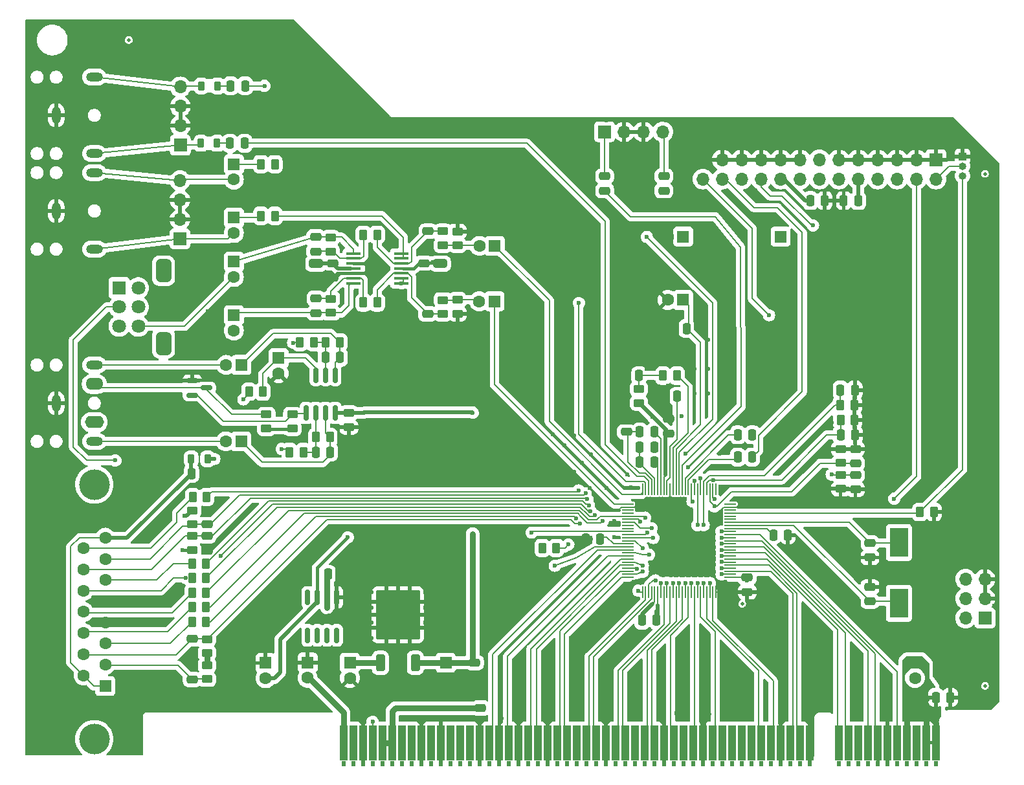
<source format=gbr>
%TF.GenerationSoftware,KiCad,Pcbnew,8.0.5-dirty*%
%TF.CreationDate,2024-12-06T18:18:14-08:00*%
%TF.ProjectId,sisyphus-pci,73697379-7068-4757-932d-7063692e6b69,rev?*%
%TF.SameCoordinates,Original*%
%TF.FileFunction,Copper,L1,Top*%
%TF.FilePolarity,Positive*%
%FSLAX46Y46*%
G04 Gerber Fmt 4.6, Leading zero omitted, Abs format (unit mm)*
G04 Created by KiCad (PCBNEW 8.0.5-dirty) date 2024-12-06 18:18:14*
%MOMM*%
%LPD*%
G01*
G04 APERTURE LIST*
G04 Aperture macros list*
%AMRoundRect*
0 Rectangle with rounded corners*
0 $1 Rounding radius*
0 $2 $3 $4 $5 $6 $7 $8 $9 X,Y pos of 4 corners*
0 Add a 4 corners polygon primitive as box body*
4,1,4,$2,$3,$4,$5,$6,$7,$8,$9,$2,$3,0*
0 Add four circle primitives for the rounded corners*
1,1,$1+$1,$2,$3*
1,1,$1+$1,$4,$5*
1,1,$1+$1,$6,$7*
1,1,$1+$1,$8,$9*
0 Add four rect primitives between the rounded corners*
20,1,$1+$1,$2,$3,$4,$5,0*
20,1,$1+$1,$4,$5,$6,$7,0*
20,1,$1+$1,$6,$7,$8,$9,0*
20,1,$1+$1,$8,$9,$2,$3,0*%
G04 Aperture macros list end*
%TA.AperFunction,ComponentPad*%
%ADD10O,2.200000X1.200000*%
%TD*%
%TA.AperFunction,ComponentPad*%
%ADD11O,1.200000X2.200000*%
%TD*%
%TA.AperFunction,ComponentPad*%
%ADD12R,1.800000X1.800000*%
%TD*%
%TA.AperFunction,ComponentPad*%
%ADD13C,1.800000*%
%TD*%
%TA.AperFunction,ComponentPad*%
%ADD14RoundRect,0.500000X0.500000X1.000000X-0.500000X1.000000X-0.500000X-1.000000X0.500000X-1.000000X0*%
%TD*%
%TA.AperFunction,ComponentPad*%
%ADD15R,1.600000X1.600000*%
%TD*%
%TA.AperFunction,ComponentPad*%
%ADD16C,1.600000*%
%TD*%
%TA.AperFunction,SMDPad,CuDef*%
%ADD17RoundRect,0.250000X0.475000X-0.250000X0.475000X0.250000X-0.475000X0.250000X-0.475000X-0.250000X0*%
%TD*%
%TA.AperFunction,SMDPad,CuDef*%
%ADD18RoundRect,0.250000X-0.475000X0.250000X-0.475000X-0.250000X0.475000X-0.250000X0.475000X0.250000X0*%
%TD*%
%TA.AperFunction,SMDPad,CuDef*%
%ADD19R,1.950000X0.400000*%
%TD*%
%TA.AperFunction,SMDPad,CuDef*%
%ADD20R,1.850000X0.400000*%
%TD*%
%TA.AperFunction,SMDPad,CuDef*%
%ADD21RoundRect,0.250000X0.350000X-0.850000X0.350000X0.850000X-0.350000X0.850000X-0.350000X-0.850000X0*%
%TD*%
%TA.AperFunction,SMDPad,CuDef*%
%ADD22RoundRect,0.250000X1.125000X-1.275000X1.125000X1.275000X-1.125000X1.275000X-1.125000X-1.275000X0*%
%TD*%
%TA.AperFunction,SMDPad,CuDef*%
%ADD23RoundRect,0.249997X2.650003X-2.950003X2.650003X2.950003X-2.650003X2.950003X-2.650003X-2.950003X0*%
%TD*%
%TA.AperFunction,SMDPad,CuDef*%
%ADD24RoundRect,0.250000X-0.650000X0.325000X-0.650000X-0.325000X0.650000X-0.325000X0.650000X0.325000X0*%
%TD*%
%TA.AperFunction,SMDPad,CuDef*%
%ADD25RoundRect,0.250000X-0.250000X-0.475000X0.250000X-0.475000X0.250000X0.475000X-0.250000X0.475000X0*%
%TD*%
%TA.AperFunction,SMDPad,CuDef*%
%ADD26C,0.500000*%
%TD*%
%TA.AperFunction,ComponentPad*%
%ADD27R,1.700000X1.700000*%
%TD*%
%TA.AperFunction,ComponentPad*%
%ADD28O,1.700000X1.700000*%
%TD*%
%TA.AperFunction,SMDPad,CuDef*%
%ADD29RoundRect,0.250000X0.450000X-0.262500X0.450000X0.262500X-0.450000X0.262500X-0.450000X-0.262500X0*%
%TD*%
%TA.AperFunction,SMDPad,CuDef*%
%ADD30RoundRect,0.150000X-0.587500X-0.150000X0.587500X-0.150000X0.587500X0.150000X-0.587500X0.150000X0*%
%TD*%
%TA.AperFunction,SMDPad,CuDef*%
%ADD31RoundRect,0.218750X-0.218750X-0.381250X0.218750X-0.381250X0.218750X0.381250X-0.218750X0.381250X0*%
%TD*%
%TA.AperFunction,SMDPad,CuDef*%
%ADD32RoundRect,0.250000X-0.450000X0.262500X-0.450000X-0.262500X0.450000X-0.262500X0.450000X0.262500X0*%
%TD*%
%TA.AperFunction,SMDPad,CuDef*%
%ADD33RoundRect,0.250000X0.250000X0.475000X-0.250000X0.475000X-0.250000X-0.475000X0.250000X-0.475000X0*%
%TD*%
%TA.AperFunction,SMDPad,CuDef*%
%ADD34RoundRect,0.150000X-0.150000X0.825000X-0.150000X-0.825000X0.150000X-0.825000X0.150000X0.825000X0*%
%TD*%
%TA.AperFunction,SMDPad,CuDef*%
%ADD35RoundRect,0.250000X0.262500X0.450000X-0.262500X0.450000X-0.262500X-0.450000X0.262500X-0.450000X0*%
%TD*%
%TA.AperFunction,ComponentPad*%
%ADD36R,1.000000X1.000000*%
%TD*%
%TA.AperFunction,ComponentPad*%
%ADD37O,1.000000X1.000000*%
%TD*%
%TA.AperFunction,SMDPad,CuDef*%
%ADD38RoundRect,0.250000X-0.262500X-0.450000X0.262500X-0.450000X0.262500X0.450000X-0.262500X0.450000X0*%
%TD*%
%TA.AperFunction,SMDPad,CuDef*%
%ADD39R,2.400000X3.850000*%
%TD*%
%TA.AperFunction,ConnectorPad*%
%ADD40R,1.020000X4.570000*%
%TD*%
%TA.AperFunction,ConnectorPad*%
%ADD41R,0.510000X0.760000*%
%TD*%
%TA.AperFunction,ComponentPad*%
%ADD42C,4.000000*%
%TD*%
%TA.AperFunction,SMDPad,CuDef*%
%ADD43R,1.500000X0.200000*%
%TD*%
%TA.AperFunction,SMDPad,CuDef*%
%ADD44R,0.200000X1.500000*%
%TD*%
%TA.AperFunction,ComponentPad*%
%ADD45O,2.500000X1.600000*%
%TD*%
%TA.AperFunction,ComponentPad*%
%ADD46O,2.300000X1.600000*%
%TD*%
%TA.AperFunction,ViaPad*%
%ADD47C,0.600000*%
%TD*%
%TA.AperFunction,Conductor*%
%ADD48C,0.200000*%
%TD*%
%TA.AperFunction,Conductor*%
%ADD49C,0.500000*%
%TD*%
%TA.AperFunction,Conductor*%
%ADD50C,0.400000*%
%TD*%
%TA.AperFunction,Conductor*%
%ADD51C,0.750000*%
%TD*%
G04 APERTURE END LIST*
D10*
%TO.P,J9,R*%
%TO.N,Net-(J10-Pin_4)*%
X48500000Y-81850000D03*
D11*
%TO.P,J9,S*%
%TO.N,GND*%
X43500000Y-86850000D03*
D10*
%TO.P,J9,T*%
%TO.N,Net-(J10-Pin_1)*%
X48500000Y-91850000D03*
%TD*%
D12*
%TO.P,RV1,1,1*%
%TO.N,/VREF*%
X51750000Y-96928238D03*
D13*
%TO.P,RV1,2,2*%
%TO.N,Net-(R28-Pad1)*%
X51750000Y-99428238D03*
%TO.P,RV1,3,3*%
%TO.N,Net-(C42-Pad2)*%
X51750000Y-101928238D03*
%TO.P,RV1,4,4*%
%TO.N,/VREF*%
X54250000Y-96928238D03*
%TO.P,RV1,5,5*%
%TO.N,Net-(R27-Pad1)*%
X54250000Y-99428238D03*
%TO.P,RV1,6,6*%
%TO.N,Net-(C41-Pad2)*%
X54250000Y-101928238D03*
D14*
%TO.P,RV1,MP*%
%TO.N,N/C*%
X57550000Y-94678238D03*
X57550000Y-104178238D03*
%TD*%
D15*
%TO.P,C41,1*%
%TO.N,Net-(C32-Pad2)*%
X66750000Y-93500000D03*
D16*
%TO.P,C41,2*%
%TO.N,Net-(C41-Pad2)*%
X66750000Y-95500000D03*
%TD*%
D17*
%TO.P,C25,1*%
%TO.N,Net-(U1-CINR)*%
X118100000Y-115775000D03*
%TO.P,C25,2*%
%TO.N,GND*%
X118100000Y-113875000D03*
%TD*%
D18*
%TO.P,C35,1*%
%TO.N,/AVee*%
X91587500Y-93681250D03*
%TO.P,C35,2*%
%TO.N,GND*%
X91587500Y-95581250D03*
%TD*%
D19*
%TO.P,U2,1*%
%TO.N,Net-(C32-Pad2)*%
X82412500Y-92431250D03*
%TO.P,U2,2,-*%
%TO.N,Net-(U2A--)*%
X82412500Y-93081250D03*
%TO.P,U2,3,+*%
%TO.N,GND*%
X82412500Y-93731250D03*
%TO.P,U2,4,V+*%
%TO.N,/AVcc*%
X82412500Y-94381250D03*
%TO.P,U2,5,+*%
%TO.N,GND*%
X82412500Y-95031250D03*
%TO.P,U2,6,-*%
%TO.N,Net-(U2B--)*%
X82412500Y-95681250D03*
%TO.P,U2,7*%
%TO.N,Net-(C33-Pad2)*%
X82412500Y-96331250D03*
D20*
%TO.P,U2,8*%
%TO.N,Net-(U2C--)*%
X88612500Y-96331250D03*
%TO.P,U2,9,-*%
X88612500Y-95681250D03*
%TO.P,U2,10,+*%
%TO.N,RO*%
X88612500Y-95031250D03*
%TO.P,U2,11,V-*%
%TO.N,/AVee*%
X88612500Y-94381250D03*
%TO.P,U2,12,+*%
%TO.N,LO*%
X88612500Y-93731250D03*
%TO.P,U2,13,-*%
%TO.N,Net-(U2D--)*%
X88612500Y-93081250D03*
%TO.P,U2,14*%
X88612500Y-92431250D03*
%TD*%
D21*
%TO.P,U3,1,VI*%
%TO.N,/+12V*%
X85920000Y-145990000D03*
D22*
%TO.P,U3,2,GND*%
%TO.N,GND*%
X86675000Y-141365000D03*
X89725000Y-141365000D03*
D23*
X88200000Y-139690000D03*
D22*
X86675000Y-138015000D03*
X89725000Y-138015000D03*
D21*
%TO.P,U3,3,VO*%
%TO.N,/AVcc*%
X90480000Y-145990000D03*
%TD*%
D24*
%TO.P,C36,1*%
%TO.N,/AVee*%
X93737500Y-93756250D03*
%TO.P,C36,2*%
%TO.N,GND*%
X93737500Y-96706250D03*
%TD*%
D25*
%TO.P,C17,1*%
%TO.N,Net-(U1-AUXBL)*%
X132650000Y-119050000D03*
%TO.P,C17,2*%
%TO.N,WBO_L*%
X134550000Y-119050000D03*
%TD*%
D15*
%TO.P,C61,1*%
%TO.N,GND*%
X70900000Y-146000000D03*
D16*
%TO.P,C61,2*%
%TO.N,/AVee*%
X70900000Y-148000000D03*
%TD*%
D25*
%TO.P,C9,1*%
%TO.N,Net-(U1-TB)*%
X146100000Y-116150000D03*
%TO.P,C9,2*%
%TO.N,GND*%
X148000000Y-116150000D03*
%TD*%
D26*
%TO.P,FID1,*%
%TO.N,*%
X165000000Y-82000000D03*
%TD*%
D27*
%TO.P,J3,1,Pin_1*%
%TO.N,Net-(J3-Pin_1)*%
X115250000Y-76500000D03*
D28*
%TO.P,J3,2,Pin_2*%
%TO.N,GND*%
X117790000Y-76500000D03*
%TO.P,J3,3,Pin_3*%
X120330000Y-76500000D03*
%TO.P,J3,4,Pin_4*%
%TO.N,Net-(J3-Pin_4)*%
X122870000Y-76500000D03*
%TD*%
D18*
%TO.P,C15,1*%
%TO.N,GND*%
X149950000Y-136050000D03*
%TO.P,C15,2*%
%TO.N,Net-(U1-XO)*%
X149950000Y-137950000D03*
%TD*%
D15*
%TO.P,C56,1*%
%TO.N,GND*%
X76400000Y-145944888D03*
D16*
%TO.P,C56,2*%
%TO.N,/-12V*%
X76400000Y-147944888D03*
%TD*%
D29*
%TO.P,R4,1*%
%TO.N,Net-(U1-SWB)*%
X61290000Y-127860000D03*
%TO.P,R4,2*%
%TO.N,/Vcc*%
X61290000Y-126035000D03*
%TD*%
D17*
%TO.P,C5,1*%
%TO.N,Net-(J2-P13)*%
X61300000Y-148150000D03*
%TO.P,C5,2*%
%TO.N,GND*%
X61300000Y-146250000D03*
%TD*%
D25*
%TO.P,C27,1*%
%TO.N,GND*%
X124050000Y-102250000D03*
%TO.P,C27,2*%
%TO.N,Net-(U1-CMR)*%
X125950000Y-102250000D03*
%TD*%
%TO.P,C20,1*%
%TO.N,Net-(U1-AUXBR)*%
X132650000Y-116150000D03*
%TO.P,C20,2*%
%TO.N,WBO_R*%
X134550000Y-116150000D03*
%TD*%
D17*
%TO.P,C32,1*%
%TO.N,Net-(U2A--)*%
X77462500Y-92156250D03*
%TO.P,C32,2*%
%TO.N,Net-(C32-Pad2)*%
X77462500Y-90256250D03*
%TD*%
D30*
%TO.P,Q1,1,S*%
%TO.N,GND*%
X61312500Y-109050000D03*
%TO.P,Q1,2,D*%
%TO.N,SH_IN*%
X61312500Y-110950000D03*
%TO.P,Q1,3,G*%
%TO.N,SHUTDOWN*%
X63187500Y-110000000D03*
%TD*%
D31*
%TO.P,FB2,1*%
%TO.N,Net-(J5-Pin_1)*%
X62437500Y-78000000D03*
%TO.P,FB2,2*%
%TO.N,Net-(C67-Pad1)*%
X64562500Y-78000000D03*
%TD*%
%TO.P,FB3,1*%
%TO.N,Net-(J5-Pin_4)*%
X62500000Y-70500000D03*
%TO.P,FB3,2*%
%TO.N,Net-(C68-Pad1)*%
X64625000Y-70500000D03*
%TD*%
D32*
%TO.P,R12,1*%
%TO.N,Net-(U1-TD)*%
X146100000Y-121387500D03*
%TO.P,R12,2*%
%TO.N,GND*%
X146100000Y-123212500D03*
%TD*%
D10*
%TO.P,J6,R*%
%TO.N,Net-(J5-Pin_4)*%
X48500000Y-69350000D03*
D11*
%TO.P,J6,S*%
%TO.N,GND*%
X43500000Y-74350000D03*
D10*
%TO.P,J6,T*%
%TO.N,Net-(J5-Pin_1)*%
X48500000Y-79350000D03*
%TD*%
D33*
%TO.P,C48,1*%
%TO.N,/Vcc*%
X148420000Y-85500000D03*
%TO.P,C48,2*%
%TO.N,GND*%
X146520000Y-85500000D03*
%TD*%
D25*
%TO.P,C68,1*%
%TO.N,Net-(C68-Pad1)*%
X66312500Y-70500000D03*
%TO.P,C68,2*%
%TO.N,LINE-IN_R*%
X68212500Y-70500000D03*
%TD*%
D17*
%TO.P,C50,1*%
%TO.N,RO*%
X92087500Y-100331250D03*
%TO.P,C50,2*%
%TO.N,GND*%
X92087500Y-98431250D03*
%TD*%
D29*
%TO.P,R17,1*%
%TO.N,/AVcc*%
X119725000Y-111975000D03*
%TO.P,R17,2*%
%TO.N,Net-(C23-Pad1)*%
X119725000Y-110150000D03*
%TD*%
D25*
%TO.P,C34,1*%
%TO.N,/+12V*%
X142150000Y-85500000D03*
%TO.P,C34,2*%
%TO.N,GND*%
X144050000Y-85500000D03*
%TD*%
%TO.P,C7,1*%
%TO.N,/Vcc*%
X120150000Y-140400000D03*
%TO.P,C7,2*%
%TO.N,GND*%
X122050000Y-140400000D03*
%TD*%
%TO.P,C67,1*%
%TO.N,Net-(C67-Pad1)*%
X66250000Y-78000000D03*
%TO.P,C67,2*%
%TO.N,LINE-IN_L*%
X68150000Y-78000000D03*
%TD*%
D34*
%TO.P,U6,1,GND*%
%TO.N,GND*%
X80205000Y-137425000D03*
%TO.P,U6,2,VI*%
%TO.N,/-12V*%
X78935000Y-137425000D03*
%TO.P,U6,3,VO*%
%TO.N,/AVee*%
X77665000Y-137425000D03*
%TO.P,U6,4*%
%TO.N,N/C*%
X76395000Y-137425000D03*
%TO.P,U6,5*%
X76395000Y-142375000D03*
%TO.P,U6,6*%
X77665000Y-142375000D03*
%TO.P,U6,7*%
X78935000Y-142375000D03*
%TO.P,U6,8*%
X80205000Y-142375000D03*
%TD*%
D18*
%TO.P,C3,1*%
%TO.N,Net-(J2-P10)*%
X61300000Y-142850000D03*
%TO.P,C3,2*%
%TO.N,GND*%
X61300000Y-144750000D03*
%TD*%
D34*
%TO.P,U4,1,VOUT1*%
%TO.N,Net-(U4-VOUT1)*%
X80005000Y-108325000D03*
%TO.P,U4,2,VIN1*%
%TO.N,Net-(U4-VIN1)*%
X78735000Y-108325000D03*
%TO.P,U4,3,BYPASS*%
%TO.N,Net-(U4-BYPASS)*%
X77465000Y-108325000D03*
%TO.P,U4,4,GND*%
%TO.N,GND*%
X76195000Y-108325000D03*
%TO.P,U4,5,SHDN*%
%TO.N,SH_IN*%
X76195000Y-113275000D03*
%TO.P,U4,6,VIN2*%
%TO.N,Net-(U4-VIN2)*%
X77465000Y-113275000D03*
%TO.P,U4,7,VOUT2*%
%TO.N,Net-(U4-VOUT2)*%
X78735000Y-113275000D03*
%TO.P,U4,8,VDD*%
%TO.N,/AVcc*%
X80005000Y-113275000D03*
%TD*%
D17*
%TO.P,C19,1*%
%TO.N,Net-(U1-AUXAL)*%
X115250000Y-84199999D03*
%TO.P,C19,2*%
%TO.N,Net-(J3-Pin_1)*%
X115250000Y-82300001D03*
%TD*%
D35*
%TO.P,R16,1*%
%TO.N,GND*%
X158325000Y-126250000D03*
%TO.P,R16,2*%
%TO.N,MCLK*%
X156500000Y-126250000D03*
%TD*%
D25*
%TO.P,C55,1*%
%TO.N,Net-(U4-VIN2)*%
X77450000Y-118400000D03*
%TO.P,C55,2*%
%TO.N,Net-(U4-VOUT2)*%
X79350000Y-118400000D03*
%TD*%
D35*
%TO.P,R35,1*%
%TO.N,Net-(U2D--)*%
X72112500Y-87500000D03*
%TO.P,R35,2*%
%TO.N,Net-(C64-Pad1)*%
X70287500Y-87500000D03*
%TD*%
D15*
%TO.P,C65,1*%
%TO.N,Net-(C65-Pad1)*%
X66750000Y-80750000D03*
D16*
%TO.P,C65,2*%
%TO.N,Net-(J10-Pin_4)*%
X66750000Y-82750000D03*
%TD*%
D15*
%TO.P,C28,1*%
%TO.N,Net-(U1-CMR)*%
X125500000Y-98500000D03*
D16*
%TO.P,C28,2*%
%TO.N,GND*%
X123500000Y-98500000D03*
%TD*%
D24*
%TO.P,C37,1*%
%TO.N,/AVcc*%
X77487500Y-93756250D03*
%TO.P,C37,2*%
%TO.N,GND*%
X77487500Y-96706250D03*
%TD*%
D35*
%TO.P,R37,1*%
%TO.N,Net-(U2C--)*%
X72112500Y-80750000D03*
%TO.P,R37,2*%
%TO.N,Net-(C65-Pad1)*%
X70287500Y-80750000D03*
%TD*%
D36*
%TO.P,JP1,1,A*%
%TO.N,GND*%
X162050000Y-79715000D03*
D37*
%TO.P,JP1,2,C*%
%TO.N,Net-(J4-Pin_2)*%
X162050000Y-80985000D03*
%TO.P,JP1,3,B*%
%TO.N,MCLK*%
X162050000Y-82255000D03*
%TD*%
D15*
%TO.P,C47,1*%
%TO.N,/AVcc*%
X94475000Y-145950140D03*
D16*
%TO.P,C47,2*%
%TO.N,GND*%
X94475000Y-147950140D03*
%TD*%
D15*
%TO.P,C57,1*%
%TO.N,Net-(U4-BYPASS)*%
X72600000Y-106100000D03*
D16*
%TO.P,C57,2*%
%TO.N,GND*%
X72600000Y-108100000D03*
%TD*%
D29*
%TO.P,R15,1*%
%TO.N,Net-(U1-TC)*%
X146100000Y-119837500D03*
%TO.P,R15,2*%
%TO.N,GND*%
X146100000Y-118012500D03*
%TD*%
D25*
%TO.P,C26,1*%
%TO.N,GND*%
X122850000Y-111100000D03*
%TO.P,C26,2*%
%TO.N,Net-(U1-CAP3D)*%
X124750000Y-111100000D03*
%TD*%
D35*
%TO.P,R19,1*%
%TO.N,LO*%
X85500000Y-89967733D03*
%TO.P,R19,2*%
%TO.N,Net-(U2A--)*%
X83675000Y-89967733D03*
%TD*%
%TO.P,R8,1*%
%TO.N,Net-(U1-TC)*%
X63125000Y-138710000D03*
%TO.P,R8,2*%
%TO.N,Net-(J2-P111)*%
X61300000Y-138710000D03*
%TD*%
D38*
%TO.P,R27,1*%
%TO.N,Net-(R27-Pad1)*%
X75375000Y-104050000D03*
%TO.P,R27,2*%
%TO.N,Net-(U4-VIN1)*%
X77200000Y-104050000D03*
%TD*%
D27*
%TO.P,J4,1,Pin_1*%
%TO.N,GND*%
X158580000Y-80150000D03*
D28*
%TO.P,J4,2,Pin_2*%
%TO.N,Net-(J4-Pin_2)*%
X158580000Y-82690000D03*
%TO.P,J4,3,Pin_3*%
%TO.N,GND*%
X156040000Y-80150000D03*
%TO.P,J4,4,Pin_4*%
%TO.N,MSOUT*%
X156040000Y-82690000D03*
%TO.P,J4,5,Pin_5*%
%TO.N,GND*%
X153500000Y-80150000D03*
%TO.P,J4,6,Pin_6*%
%TO.N,/Vcc*%
X153500000Y-82690000D03*
%TO.P,J4,7,Pin_7*%
%TO.N,GND*%
X150960000Y-80150000D03*
%TO.P,J4,8,Pin_8*%
%TO.N,MSIN*%
X150960000Y-82690000D03*
%TO.P,J4,9,Pin_9*%
%TO.N,GND*%
X148420000Y-80150000D03*
%TO.P,J4,10,Pin_10*%
%TO.N,/Vcc*%
X148420000Y-82690000D03*
%TO.P,J4,11,Pin_11*%
%TO.N,GND*%
X145880000Y-80150000D03*
%TO.P,J4,12,Pin_12*%
%TO.N,unconnected-(J4-Pin_12-Pad12)*%
X145880000Y-82690000D03*
%TO.P,J4,13,Pin_13*%
%TO.N,unconnected-(J4-Pin_13-Pad13)*%
X143340000Y-80150000D03*
%TO.P,J4,14,Pin_14*%
%TO.N,/Vcc*%
X143340000Y-82690000D03*
%TO.P,J4,15,Pin_15*%
%TO.N,GND*%
X140800000Y-80150000D03*
%TO.P,J4,16,Pin_16*%
%TO.N,unconnected-(J4-Pin_16-Pad16)*%
X140800000Y-82690000D03*
%TO.P,J4,17,Pin_17*%
%TO.N,GND*%
X138260000Y-80150000D03*
%TO.P,J4,18,Pin_18*%
%TO.N,/+12V*%
X138260000Y-82690000D03*
%TO.P,J4,19,Pin_19*%
%TO.N,GND*%
X135720000Y-80150000D03*
%TO.P,J4,20,Pin_20*%
%TO.N,WBO_R*%
X135720000Y-82690000D03*
%TO.P,J4,21,Pin_21*%
%TO.N,GND*%
X133180000Y-80150000D03*
%TO.P,J4,22,Pin_22*%
%TO.N,/-12V*%
X133180000Y-82690000D03*
%TO.P,J4,23,Pin_23*%
%TO.N,GND*%
X130640000Y-80150000D03*
%TO.P,J4,24,Pin_24*%
%TO.N,WBO_L*%
X130640000Y-82690000D03*
%TO.P,J4,25,Pin_25*%
%TO.N,GND*%
X128100000Y-80150000D03*
%TO.P,J4,26,Pin_26*%
%TO.N,HRSTn*%
X128100000Y-82690000D03*
%TD*%
D32*
%TO.P,R2,1*%
%TO.N,Net-(J2-P14)*%
X61290000Y-129400000D03*
%TO.P,R2,2*%
%TO.N,/Vcc*%
X61290000Y-131225000D03*
%TD*%
D38*
%TO.P,R32,1*%
%TO.N,Net-(U4-VIN2)*%
X77475000Y-116450000D03*
%TO.P,R32,2*%
%TO.N,Net-(U4-VOUT2)*%
X79300000Y-116450000D03*
%TD*%
D35*
%TO.P,R20,1*%
%TO.N,RO*%
X85500000Y-98831250D03*
%TO.P,R20,2*%
%TO.N,Net-(U2B--)*%
X83675000Y-98831250D03*
%TD*%
D27*
%TO.P,J5,1,Pin_1*%
%TO.N,Net-(J5-Pin_1)*%
X59750000Y-78250000D03*
D28*
%TO.P,J5,2,Pin_2*%
%TO.N,GND*%
X59750000Y-75710000D03*
%TO.P,J5,3,Pin_3*%
X59750000Y-73170000D03*
%TO.P,J5,4,Pin_4*%
%TO.N,Net-(J5-Pin_4)*%
X59750000Y-70630000D03*
%TD*%
D25*
%TO.P,C22,1*%
%TO.N,Net-(U1-CINL)*%
X119850000Y-117750000D03*
%TO.P,C22,2*%
%TO.N,GND*%
X121750000Y-117750000D03*
%TD*%
D35*
%TO.P,R11,1*%
%TO.N,MSOUT*%
X63125000Y-136810000D03*
%TO.P,R11,2*%
%TO.N,Net-(J2-P12)*%
X61300000Y-136810000D03*
%TD*%
%TO.P,R6,1*%
%TO.N,Net-(U1-TB)*%
X63125000Y-132980000D03*
%TO.P,R6,2*%
%TO.N,Net-(J2-Pad6)*%
X61300000Y-132980000D03*
%TD*%
D32*
%TO.P,R22,1*%
%TO.N,Net-(U2B--)*%
X79450000Y-98368750D03*
%TO.P,R22,2*%
%TO.N,Net-(C33-Pad2)*%
X79450000Y-100193750D03*
%TD*%
D39*
%TO.P,Y1,1,1*%
%TO.N,Net-(U1-XI)*%
X153750000Y-130250000D03*
%TO.P,Y1,2,2*%
%TO.N,Net-(U1-XO)*%
X153750000Y-138200000D03*
%TD*%
D25*
%TO.P,C40,1*%
%TO.N,/Vcc*%
X158550000Y-150500000D03*
%TO.P,C40,2*%
%TO.N,GND*%
X160450000Y-150500000D03*
%TD*%
%TO.P,C53,1*%
%TO.N,Net-(U4-VIN1)*%
X78750000Y-106000000D03*
%TO.P,C53,2*%
%TO.N,Net-(U4-VOUT1)*%
X80650000Y-106000000D03*
%TD*%
D29*
%TO.P,R29,1*%
%TO.N,Net-(C44-Pad2)*%
X94087500Y-91343750D03*
%TO.P,R29,2*%
%TO.N,LO*%
X94087500Y-89518750D03*
%TD*%
D18*
%TO.P,C31,1*%
%TO.N,/AVcc*%
X79687500Y-93681250D03*
%TO.P,C31,2*%
%TO.N,GND*%
X79687500Y-95581250D03*
%TD*%
D38*
%TO.P,R18,1*%
%TO.N,Net-(C23-Pad1)*%
X122887500Y-108400000D03*
%TO.P,R18,2*%
%TO.N,Net-(U1-MIC)*%
X124712500Y-108400000D03*
%TD*%
D18*
%TO.P,C6,1*%
%TO.N,Net-(U1-TD)*%
X148050000Y-121387500D03*
%TO.P,C6,2*%
%TO.N,GND*%
X148050000Y-123287500D03*
%TD*%
D15*
%TO.P,C45,1*%
%TO.N,R_OUT*%
X100837500Y-98681250D03*
D16*
%TO.P,C45,2*%
%TO.N,Net-(C45-Pad2)*%
X98837500Y-98681250D03*
%TD*%
D15*
%TO.P,C46,1*%
%TO.N,/Vcc*%
X155850000Y-145950140D03*
D16*
%TO.P,C46,2*%
%TO.N,GND*%
X155850000Y-147950140D03*
%TD*%
D18*
%TO.P,C52,1*%
%TO.N,/AVcc*%
X81800000Y-113250000D03*
%TO.P,C52,2*%
%TO.N,GND*%
X81800000Y-115150000D03*
%TD*%
D15*
%TO.P,C42,1*%
%TO.N,Net-(C33-Pad2)*%
X66750000Y-100500000D03*
D16*
%TO.P,C42,2*%
%TO.N,Net-(C42-Pad2)*%
X66750000Y-102500000D03*
%TD*%
D26*
%TO.P,FID4,*%
%TO.N,*%
X165000000Y-149000000D03*
%TD*%
D40*
%TO.P,J1,B1,-12V*%
%TO.N,/-12V*%
X81120000Y-156475000D03*
D41*
X81120000Y-159135000D03*
D40*
%TO.P,J1,B2,TCK*%
%TO.N,unconnected-(J1-TCK-PadB2)_1*%
X82390000Y-156475000D03*
D41*
%TO.N,unconnected-(J1-TCK-PadB2)*%
X82390000Y-159135000D03*
D40*
%TO.P,J1,B3,GND*%
%TO.N,GND*%
X83650000Y-156475000D03*
D41*
X83650000Y-159135000D03*
D40*
%TO.P,J1,B4,TDO*%
%TO.N,Net-(J1-TDI)*%
X84930000Y-156475000D03*
D41*
X84930000Y-159135000D03*
D40*
%TO.P,J1,B5,+5V*%
%TO.N,/Vcc*%
X86200000Y-156475000D03*
D41*
X86200000Y-159135000D03*
D40*
%TO.P,J1,B6,+5V*%
X87470000Y-156475000D03*
D41*
X87470000Y-159135000D03*
D40*
%TO.P,J1,B7,~{INTB#}*%
%TO.N,unconnected-(J1-~{INTB#}-PadB7)_1*%
X88740000Y-156475000D03*
D41*
%TO.N,unconnected-(J1-~{INTB#}-PadB7)*%
X88740000Y-159135000D03*
D40*
%TO.P,J1,B8,~{INTD#}*%
%TO.N,unconnected-(J1-~{INTD#}-PadB8)*%
X90010000Y-156475000D03*
D41*
%TO.N,unconnected-(J1-~{INTD#}-PadB8)_1*%
X90010000Y-159135000D03*
D40*
%TO.P,J1,B9,~{PRSNT1#}*%
%TO.N,GND*%
X91280000Y-156475000D03*
D41*
X91280000Y-159135000D03*
D40*
%TO.P,J1,B10,RESERVED*%
%TO.N,unconnected-(J1-RESERVED-PadB10)_1*%
X92550000Y-156475000D03*
D41*
%TO.N,unconnected-(J1-RESERVED-PadB10)*%
X92550000Y-159135000D03*
D40*
%TO.P,J1,B11,~{PRSNT2#}*%
%TO.N,GND*%
X93820000Y-156475000D03*
D41*
X93820000Y-159135000D03*
D40*
%TO.P,J1,B12*%
%TO.N,N/C*%
X95080000Y-156475000D03*
D41*
X95080000Y-159135000D03*
D40*
%TO.P,J1,B13*%
X96360000Y-156475000D03*
D41*
X96360000Y-159135000D03*
D40*
%TO.P,J1,B14,RESERVED*%
%TO.N,unconnected-(J1-RESERVED-PadB14)_1*%
X97630000Y-156475000D03*
D41*
%TO.N,unconnected-(J1-RESERVED-PadB14)*%
X97630000Y-159135000D03*
D40*
%TO.P,J1,B15,GND*%
%TO.N,GND*%
X98900000Y-156475000D03*
D41*
X98900000Y-159135000D03*
D40*
%TO.P,J1,B16,CLK*%
%TO.N,HCLK*%
X100170000Y-156475000D03*
D41*
X100170000Y-159135000D03*
D40*
%TO.P,J1,B17,GND*%
%TO.N,GND*%
X101440000Y-156475000D03*
D41*
X101440000Y-159135000D03*
D40*
%TO.P,J1,B18,~{REQ#}*%
%TO.N,HREQn*%
X102710000Y-156475000D03*
D41*
X102710000Y-159135000D03*
D40*
%TO.P,J1,B19,VIO*%
%TO.N,GND*%
X103970000Y-156475000D03*
D41*
X103970000Y-159135000D03*
D40*
%TO.P,J1,B20,AD[31]*%
%TO.N,/HAD31*%
X105250000Y-156475000D03*
D41*
X105250000Y-159135000D03*
D40*
%TO.P,J1,B21,AD[29]*%
%TO.N,/HAD29*%
X106510000Y-156475000D03*
D41*
X106510000Y-159135000D03*
D40*
%TO.P,J1,B22,GND*%
%TO.N,GND*%
X107790000Y-156475000D03*
D41*
X107790000Y-159135000D03*
D40*
%TO.P,J1,B23,AD[27]*%
%TO.N,/HAD27*%
X109060000Y-156475000D03*
D41*
X109060000Y-159135000D03*
D40*
%TO.P,J1,B24,AD[25]*%
%TO.N,/HAD25*%
X110330000Y-156475000D03*
D41*
X110330000Y-159135000D03*
D40*
%TO.P,J1,B25,+3.3V*%
%TO.N,unconnected-(J1-+3.3V-PadB25)*%
X111600000Y-156475000D03*
D41*
%TO.N,unconnected-(J1-+3.3V-PadB25)_1*%
X111600000Y-159135000D03*
D40*
%TO.P,J1,B26,C/BE#[3]*%
%TO.N,HCBET3n*%
X112870000Y-156475000D03*
D41*
X112870000Y-159135000D03*
D40*
%TO.P,J1,B27,AD[23]*%
%TO.N,/HAD23*%
X114140000Y-156475000D03*
D41*
X114140000Y-159135000D03*
D40*
%TO.P,J1,B28,GND*%
%TO.N,GND*%
X115410000Y-156475000D03*
D41*
X115410000Y-159135000D03*
D40*
%TO.P,J1,B29,AD[21]*%
%TO.N,/HAD21*%
X116680000Y-156475000D03*
D41*
X116680000Y-159135000D03*
D40*
%TO.P,J1,B30,AD[19]*%
%TO.N,/HAD19*%
X117950000Y-156475000D03*
D41*
X117950000Y-159135000D03*
D40*
%TO.P,J1,B31,+3.3V*%
%TO.N,unconnected-(J1-+3.3V-PadB31)_1*%
X119220000Y-156475000D03*
D41*
%TO.N,unconnected-(J1-+3.3V-PadB31)*%
X119220000Y-159135000D03*
D40*
%TO.P,J1,B32,AD[17]*%
%TO.N,/HAD17*%
X120490000Y-156475000D03*
D41*
X120490000Y-159135000D03*
D40*
%TO.P,J1,B33,~{C/BE#[2]}*%
%TO.N,HCBET2n*%
X121760000Y-156475000D03*
D41*
X121760000Y-159135000D03*
D40*
%TO.P,J1,B34,GND*%
%TO.N,GND*%
X123030000Y-156475000D03*
D41*
X123030000Y-159135000D03*
D40*
%TO.P,J1,B35,~{IRDY#}*%
%TO.N,HIRDYn*%
X124300000Y-156475000D03*
D41*
X124300000Y-159135000D03*
D40*
%TO.P,J1,B36,+3.3V*%
%TO.N,unconnected-(J1-+3.3V-PadB36)*%
X125570000Y-156475000D03*
D41*
%TO.N,unconnected-(J1-+3.3V-PadB36)_1*%
X125570000Y-159135000D03*
D40*
%TO.P,J1,B37,~{DEVSEL#}*%
%TO.N,HDEVSELn*%
X126840000Y-156475000D03*
D41*
X126840000Y-159135000D03*
D40*
%TO.P,J1,B38,GND*%
%TO.N,GND*%
X128110000Y-156475000D03*
D41*
X128110000Y-159135000D03*
D40*
%TO.P,J1,B39,~{LOCK#}*%
%TO.N,HLOCKn*%
X129380000Y-156475000D03*
D41*
X129380000Y-159135000D03*
D40*
%TO.P,J1,B40,~{PERR#}*%
%TO.N,unconnected-(J1-~{PERR#}-PadB40)*%
X130650000Y-156475000D03*
D41*
%TO.N,unconnected-(J1-~{PERR#}-PadB40)_1*%
X130650000Y-159135000D03*
D40*
%TO.P,J1,B41,+3.3V*%
%TO.N,unconnected-(J1-+3.3V-PadB41)*%
X131920000Y-156475000D03*
D41*
%TO.N,unconnected-(J1-+3.3V-PadB41)_1*%
X131920000Y-159135000D03*
D40*
%TO.P,J1,B42,~{SERR#}*%
%TO.N,unconnected-(J1-~{SERR#}-PadB42)_1*%
X133190000Y-156475000D03*
D41*
%TO.N,unconnected-(J1-~{SERR#}-PadB42)*%
X133190000Y-159135000D03*
D40*
%TO.P,J1,B43,+3.3V*%
%TO.N,unconnected-(J1-+3.3V-PadB43)*%
X134460000Y-156475000D03*
D41*
%TO.N,unconnected-(J1-+3.3V-PadB43)_1*%
X134460000Y-159135000D03*
D40*
%TO.P,J1,B44,~{C/BE#[1]}*%
%TO.N,HCBET1n*%
X135730000Y-156475000D03*
D41*
X135730000Y-159135000D03*
D40*
%TO.P,J1,B45,AD[14]*%
%TO.N,/HAD14*%
X137000000Y-156475000D03*
D41*
X137000000Y-159135000D03*
D40*
%TO.P,J1,B46,GND*%
%TO.N,GND*%
X138270000Y-156475000D03*
D41*
X138270000Y-159135000D03*
D40*
%TO.P,J1,B47,AD[12]*%
%TO.N,/HAD12*%
X139540000Y-156475000D03*
D41*
X139540000Y-159135000D03*
D40*
%TO.P,J1,B48,AD[10]*%
%TO.N,/HAD10*%
X140810000Y-156475000D03*
D41*
X140810000Y-159135000D03*
D40*
%TO.P,J1,B49,M66EN*%
%TO.N,GND*%
X142080000Y-156475000D03*
D41*
X142080000Y-159135000D03*
D40*
%TO.P,J1,B52,AD[08]*%
%TO.N,/HAD8*%
X145890000Y-156475000D03*
D41*
X145890000Y-159135000D03*
D40*
%TO.P,J1,B53,AD[07]*%
%TO.N,/HAD7*%
X147160000Y-156475000D03*
D41*
X147160000Y-159135000D03*
D40*
%TO.P,J1,B54,+3.3V*%
%TO.N,unconnected-(J1-+3.3V-PadB54)_1*%
X148430000Y-156475000D03*
D41*
%TO.N,unconnected-(J1-+3.3V-PadB54)*%
X148430000Y-159135000D03*
D40*
%TO.P,J1,B55,AD[05]*%
%TO.N,/HAD5*%
X149700000Y-156475000D03*
D41*
X149700000Y-159135000D03*
D40*
%TO.P,J1,B56,AD[03]*%
%TO.N,/HAD3*%
X150970000Y-156475000D03*
D41*
X150970000Y-159135000D03*
D40*
%TO.P,J1,B57,GND*%
%TO.N,GND*%
X152240000Y-156475000D03*
D41*
X152240000Y-159135000D03*
D40*
%TO.P,J1,B58,AD[01]*%
%TO.N,/HAD1*%
X153510000Y-156475000D03*
D41*
X153510000Y-159135000D03*
D40*
%TO.P,J1,B59,VIO*%
%TO.N,/Vcc*%
X154780000Y-156475000D03*
D41*
X154780000Y-159135000D03*
D40*
%TO.P,J1,B60,~{ACK64#}*%
%TO.N,unconnected-(J1-~{ACK64#}-PadB60)_1*%
X156050000Y-156475000D03*
D41*
%TO.N,unconnected-(J1-~{ACK64#}-PadB60)*%
X156050000Y-159135000D03*
D40*
%TO.P,J1,B61,+5V*%
%TO.N,/Vcc*%
X157320000Y-156475000D03*
D41*
X157320000Y-159135000D03*
D40*
%TO.P,J1,B62,+5V*%
X158580000Y-156475000D03*
D41*
X158580000Y-159135000D03*
%TD*%
D15*
%TO.P,C64,1*%
%TO.N,Net-(C64-Pad1)*%
X66750000Y-87750000D03*
D16*
%TO.P,C64,2*%
%TO.N,Net-(J10-Pin_1)*%
X66750000Y-89750000D03*
%TD*%
D29*
%TO.P,R5,1*%
%TO.N,Net-(J2-P13)*%
X63240000Y-148112500D03*
%TO.P,R5,2*%
%TO.N,/Vcc*%
X63240000Y-146287500D03*
%TD*%
D38*
%TO.P,R14,1*%
%TO.N,Net-(U1-TB)*%
X146100000Y-114200000D03*
%TO.P,R14,2*%
%TO.N,GND*%
X147925000Y-114200000D03*
%TD*%
D17*
%TO.P,C10,1*%
%TO.N,Net-(U1-TC)*%
X148050000Y-119887500D03*
%TO.P,C10,2*%
%TO.N,GND*%
X148050000Y-117987500D03*
%TD*%
D26*
%TO.P,FID3,*%
%TO.N,*%
X133250000Y-138250000D03*
%TD*%
D15*
%TO.P,C59,1*%
%TO.N,Net-(U4-VOUT2)*%
X67700000Y-117000000D03*
D16*
%TO.P,C59,2*%
%TO.N,Net-(C59-Pad2)*%
X65700000Y-117000000D03*
%TD*%
D18*
%TO.P,C49,1*%
%TO.N,LO*%
X92137500Y-89506250D03*
%TO.P,C49,2*%
%TO.N,GND*%
X92137500Y-91406250D03*
%TD*%
D38*
%TO.P,R28,1*%
%TO.N,Net-(R28-Pad1)*%
X74025000Y-118400000D03*
%TO.P,R28,2*%
%TO.N,Net-(U4-VIN2)*%
X75850000Y-118400000D03*
%TD*%
D15*
%TO.P,C39,1*%
%TO.N,/+12V*%
X81927093Y-145950140D03*
D16*
%TO.P,C39,2*%
%TO.N,GND*%
X81927093Y-147950140D03*
%TD*%
D25*
%TO.P,C1,1*%
%TO.N,Net-(J2-P9)*%
X61200000Y-121200000D03*
%TO.P,C1,2*%
%TO.N,GND*%
X63100000Y-121200000D03*
%TD*%
D33*
%TO.P,C23,1*%
%TO.N,Net-(C23-Pad1)*%
X119750000Y-108400000D03*
%TO.P,C23,2*%
%TO.N,GND*%
X117850000Y-108400000D03*
%TD*%
D42*
%TO.P,J2,0*%
%TO.N,N/C*%
X48505000Y-122655000D03*
X48505000Y-155955000D03*
D15*
%TO.P,J2,1,1*%
%TO.N,Net-(J2-P9)*%
X49925000Y-149000000D03*
D16*
%TO.P,J2,2,2*%
%TO.N,Net-(J2-P13)*%
X49925000Y-146230000D03*
%TO.P,J2,3,3*%
%TO.N,Net-(J2-Pad3)*%
X49925000Y-143460000D03*
%TO.P,J2,4,4*%
%TO.N,GND*%
X49925000Y-140690000D03*
%TO.P,J2,5,5*%
X49925000Y-137920000D03*
%TO.P,J2,6,6*%
%TO.N,Net-(J2-Pad6)*%
X49925000Y-135150000D03*
%TO.P,J2,7,7*%
%TO.N,Net-(U1-SWB)*%
X49925000Y-132380000D03*
%TO.P,J2,8,8*%
%TO.N,Net-(J2-P9)*%
X49925000Y-129610000D03*
%TO.P,J2,9,P9*%
X47085000Y-147615000D03*
%TO.P,J2,10,P10*%
%TO.N,Net-(J2-P10)*%
X47085000Y-144845000D03*
%TO.P,J2,11,P111*%
%TO.N,Net-(J2-P111)*%
X47085000Y-142075000D03*
%TO.P,J2,12,P12*%
%TO.N,Net-(J2-P12)*%
X47085000Y-139305000D03*
%TO.P,J2,13,P13*%
%TO.N,Net-(J2-P13)*%
X47085000Y-136535000D03*
%TO.P,J2,14,P14*%
%TO.N,Net-(J2-P14)*%
X47085000Y-133765000D03*
%TO.P,J2,15,P15*%
%TO.N,Net-(J2-P15)*%
X47085000Y-130995000D03*
%TD*%
D33*
%TO.P,C18,1*%
%TO.N,Net-(U1-F_OUTL)*%
X121750000Y-119725000D03*
%TO.P,C18,2*%
%TO.N,Net-(U1-CINL)*%
X119850000Y-119725000D03*
%TD*%
D18*
%TO.P,C2,1*%
%TO.N,Net-(J2-P14)*%
X63230000Y-129380000D03*
%TO.P,C2,2*%
%TO.N,GND*%
X63230000Y-131280000D03*
%TD*%
D25*
%TO.P,C8,1*%
%TO.N,Net-(U1-TA)*%
X146087500Y-110300000D03*
%TO.P,C8,2*%
%TO.N,GND*%
X147987500Y-110300000D03*
%TD*%
D35*
%TO.P,R9,1*%
%TO.N,Net-(U1-TA)*%
X63125000Y-140625000D03*
%TO.P,R9,2*%
%TO.N,Net-(J2-Pad3)*%
X61300000Y-140625000D03*
%TD*%
D15*
%TO.P,C58,1*%
%TO.N,Net-(U4-VOUT1)*%
X67750000Y-107000000D03*
D16*
%TO.P,C58,2*%
%TO.N,Net-(C58-Pad2)*%
X65750000Y-107000000D03*
%TD*%
D15*
%TO.P,C38,1*%
%TO.N,/+12V*%
X138275000Y-90225000D03*
D16*
%TO.P,C38,2*%
%TO.N,GND*%
X136275000Y-90225000D03*
%TD*%
D31*
%TO.P,FB1,1*%
%TO.N,Net-(J2-P9)*%
X61175000Y-119300000D03*
%TO.P,FB1,2*%
%TO.N,/Vcc*%
X63300000Y-119300000D03*
%TD*%
D17*
%TO.P,C4,1*%
%TO.N,Net-(U1-SWB)*%
X63240000Y-127880000D03*
%TO.P,C4,2*%
%TO.N,GND*%
X63240000Y-125980000D03*
%TD*%
D29*
%TO.P,R33,1*%
%TO.N,/AVdd*%
X74400000Y-115312500D03*
%TO.P,R33,2*%
%TO.N,SH_IN*%
X74400000Y-113487500D03*
%TD*%
%TO.P,R21,1*%
%TO.N,Net-(U2A--)*%
X79400000Y-92162500D03*
%TO.P,R21,2*%
%TO.N,Net-(C32-Pad2)*%
X79400000Y-90337500D03*
%TD*%
D35*
%TO.P,R7,1*%
%TO.N,Net-(U1-TD)*%
X63125000Y-134890000D03*
%TO.P,R7,2*%
%TO.N,Net-(J2-P13)*%
X61300000Y-134890000D03*
%TD*%
D38*
%TO.P,R31,1*%
%TO.N,Net-(U4-VIN1)*%
X78775000Y-104050000D03*
%TO.P,R31,2*%
%TO.N,Net-(U4-VOUT1)*%
X80600000Y-104050000D03*
%TD*%
D29*
%TO.P,R26,1*%
%TO.N,GND*%
X96000000Y-100312500D03*
%TO.P,R26,2*%
%TO.N,Net-(C45-Pad2)*%
X96000000Y-98487500D03*
%TD*%
D17*
%TO.P,C16,1*%
%TO.N,/AVcc*%
X123600000Y-115950000D03*
%TO.P,C16,2*%
%TO.N,GND*%
X123600000Y-114050000D03*
%TD*%
D32*
%TO.P,R25,1*%
%TO.N,GND*%
X95987500Y-89543750D03*
%TO.P,R25,2*%
%TO.N,Net-(C44-Pad2)*%
X95987500Y-91368750D03*
%TD*%
D15*
%TO.P,C44,1*%
%TO.N,L_OUT*%
X100887500Y-91431250D03*
D16*
%TO.P,C44,2*%
%TO.N,Net-(C44-Pad2)*%
X98887500Y-91431250D03*
%TD*%
D25*
%TO.P,C29,1*%
%TO.N,/-12V*%
X79050000Y-134400000D03*
%TO.P,C29,2*%
%TO.N,GND*%
X80950000Y-134400000D03*
%TD*%
D18*
%TO.P,C51,1*%
%TO.N,/AVcc*%
X98225000Y-145950000D03*
%TO.P,C51,2*%
%TO.N,GND*%
X98225000Y-147850000D03*
%TD*%
D29*
%TO.P,R38,1*%
%TO.N,/AVdd*%
X71000000Y-115312500D03*
%TO.P,R38,2*%
%TO.N,SHUTDOWN*%
X71000000Y-113487500D03*
%TD*%
D33*
%TO.P,C24,1*%
%TO.N,Net-(U1-F_OUTR)*%
X121750000Y-115775000D03*
%TO.P,C24,2*%
%TO.N,Net-(U1-CINR)*%
X119850000Y-115775000D03*
%TD*%
D35*
%TO.P,R34,1*%
%TO.N,Net-(U4-BYPASS)*%
X70550000Y-110500000D03*
%TO.P,R34,2*%
%TO.N,/VREF*%
X68725000Y-110500000D03*
%TD*%
D38*
%TO.P,R1,1*%
%TO.N,Net-(J1-RESERVED-PadA9)*%
X107087500Y-130950000D03*
%TO.P,R1,2*%
%TO.N,CLKRUNn*%
X108912500Y-130950000D03*
%TD*%
D15*
%TO.P,C30,1*%
%TO.N,/-12V*%
X125525000Y-90225000D03*
D16*
%TO.P,C30,2*%
%TO.N,GND*%
X123525000Y-90225000D03*
%TD*%
D32*
%TO.P,R30,1*%
%TO.N,Net-(C45-Pad2)*%
X94087500Y-98506250D03*
%TO.P,R30,2*%
%TO.N,RO*%
X94087500Y-100331250D03*
%TD*%
D18*
%TO.P,C12,1*%
%TO.N,/Vcc*%
X133900000Y-134800000D03*
%TO.P,C12,2*%
%TO.N,GND*%
X133900000Y-136700000D03*
%TD*%
D17*
%TO.P,C43,1*%
%TO.N,/Vcc*%
X99000000Y-151900000D03*
%TO.P,C43,2*%
%TO.N,GND*%
X99000000Y-150000000D03*
%TD*%
%TO.P,C14,1*%
%TO.N,GND*%
X149950000Y-132200000D03*
%TO.P,C14,2*%
%TO.N,Net-(U1-XI)*%
X149950000Y-130300000D03*
%TD*%
D43*
%TO.P,U1,1,VDDD*%
%TO.N,/Vcc*%
X131700000Y-134800000D03*
%TO.P,U1,2,AD13*%
%TO.N,/HAD13*%
X131700000Y-134400000D03*
%TO.P,U1,3,AD12*%
%TO.N,/HAD12*%
X131700000Y-134000000D03*
%TO.P,U1,4,AD11*%
%TO.N,/HAD11*%
X131700000Y-133600000D03*
%TO.P,U1,5,AD10*%
%TO.N,/HAD10*%
X131700000Y-133200000D03*
%TO.P,U1,6,AD9*%
%TO.N,/HAD9*%
X131700000Y-132800000D03*
%TO.P,U1,7,AD8*%
%TO.N,/HAD8*%
X131700000Y-132400000D03*
%TO.P,U1,8,HCBE0n*%
%TO.N,HCBET0n*%
X131700000Y-132000000D03*
%TO.P,U1,9,AD7*%
%TO.N,/HAD7*%
X131700000Y-131600000D03*
%TO.P,U1,10,AD6*%
%TO.N,/HAD6*%
X131700000Y-131200000D03*
%TO.P,U1,11,AD5*%
%TO.N,/HAD5*%
X131700000Y-130800000D03*
%TO.P,U1,12,AD4*%
%TO.N,/HAD4*%
X131700000Y-130400000D03*
%TO.P,U1,13,AD3*%
%TO.N,/HAD3*%
X131700000Y-130000000D03*
%TO.P,U1,14,AD2*%
%TO.N,/HAD2*%
X131700000Y-129600000D03*
%TO.P,U1,15,AD1*%
%TO.N,/HAD1*%
X131700000Y-129200000D03*
%TO.P,U1,16,AD0*%
%TO.N,/HAD0*%
X131700000Y-128800000D03*
%TO.P,U1,17,VDDD*%
%TO.N,/Vcc*%
X131700000Y-128400000D03*
%TO.P,U1,18,XO*%
%TO.N,Net-(U1-XO)*%
X131700000Y-128000000D03*
%TO.P,U1,19,XI*%
%TO.N,Net-(U1-XI)*%
X131700000Y-127600000D03*
%TO.P,U1,20,VOLDN*%
%TO.N,unconnected-(U1-VOLDN-Pad20)*%
X131700000Y-127200000D03*
%TO.P,U1,21,VOLUP*%
%TO.N,unconnected-(U1-VOLUP-Pad21)*%
X131700000Y-126800000D03*
%TO.P,U1,22,MCLK*%
%TO.N,MCLK*%
X131700000Y-126400000D03*
%TO.P,U1,23,MSD*%
%TO.N,unconnected-(U1-MSD-Pad23)*%
X131700000Y-126000000D03*
%TO.P,U1,24,GND0*%
%TO.N,GND*%
X131700000Y-125600000D03*
%TO.P,U1,25,MONO_OUT*%
%TO.N,unconnected-(U1-MONO_OUT-Pad25)*%
X131700000Y-125200000D03*
D44*
%TO.P,U1,26,MONO_IN*%
%TO.N,unconnected-(U1-MONO_IN-Pad26)*%
X129800000Y-123300000D03*
%TO.P,U1,27,TD*%
%TO.N,Net-(U1-TD)*%
X129400000Y-123300000D03*
%TO.P,U1,28,TC*%
%TO.N,Net-(U1-TC)*%
X129000000Y-123300000D03*
%TO.P,U1,29,TB*%
%TO.N,Net-(U1-TB)*%
X128600000Y-123300000D03*
%TO.P,U1,30,TA*%
%TO.N,Net-(U1-TA)*%
X128200000Y-123300000D03*
%TO.P,U1,31,SWD*%
%TO.N,Net-(J2-P14)*%
X127800000Y-123300000D03*
%TO.P,U1,32,SWC*%
%TO.N,Net-(J2-P10)*%
X127400000Y-123300000D03*
%TO.P,U1,33,SWB*%
%TO.N,Net-(U1-SWB)*%
X127000000Y-123300000D03*
%TO.P,U1,34,SWA*%
%TO.N,Net-(J2-P13)*%
X126600000Y-123300000D03*
%TO.P,U1,35,AUXBL*%
%TO.N,Net-(U1-AUXBL)*%
X126200000Y-123300000D03*
%TO.P,U1,36,AUXBR*%
%TO.N,Net-(U1-AUXBR)*%
X125800000Y-123300000D03*
%TO.P,U1,37,AUXAL*%
%TO.N,Net-(U1-AUXAL)*%
X125400000Y-123300000D03*
%TO.P,U1,38,AUXAR*%
%TO.N,Net-(U1-AUXAR)*%
X125000000Y-123300000D03*
%TO.P,U1,39,CMR*%
%TO.N,Net-(U1-CMR)*%
X124600000Y-123300000D03*
%TO.P,U1,40,MIC*%
%TO.N,Net-(U1-MIC)*%
X124200000Y-123300000D03*
%TO.P,U1,41,GNDA*%
%TO.N,GND*%
X123800000Y-123300000D03*
%TO.P,U1,42,CAP3D*%
%TO.N,Net-(U1-CAP3D)*%
X123400000Y-123300000D03*
%TO.P,U1,43,VDDA*%
%TO.N,/AVcc*%
X123000000Y-123300000D03*
%TO.P,U1,44,F_OUTR*%
%TO.N,Net-(U1-F_OUTR)*%
X122600000Y-123300000D03*
%TO.P,U1,45,F_OUTL*%
%TO.N,Net-(U1-F_OUTL)*%
X122200000Y-123300000D03*
%TO.P,U1,46,CINL*%
%TO.N,Net-(U1-CINL)*%
X121800000Y-123300000D03*
%TO.P,U1,47,CINR*%
%TO.N,Net-(U1-CINR)*%
X121400000Y-123300000D03*
%TO.P,U1,48,LINEL*%
%TO.N,LINE-IN_L*%
X121000000Y-123300000D03*
%TO.P,U1,49,LINER*%
%TO.N,LINE-IN_R*%
X120600000Y-123300000D03*
%TO.P,U1,50,A_OUTL*%
%TO.N,L_OUT*%
X120200000Y-123300000D03*
D43*
%TO.P,U1,51,A_OUTR*%
%TO.N,R_OUT*%
X118300000Y-125200000D03*
%TO.P,U1,52,GND0*%
%TO.N,GND*%
X118300000Y-125600000D03*
%TO.P,U1,53,PCSPKO*%
%TO.N,unconnected-(U1-PCSPKO-Pad53)*%
X118300000Y-126000000D03*
%TO.P,U1,54,PCSPKI*%
%TO.N,unconnected-(U1-PCSPKI-Pad54)*%
X118300000Y-126400000D03*
%TO.P,U1,55,MSO*%
%TO.N,MSOUT*%
X118300000Y-126800000D03*
%TO.P,U1,56,MSI*%
%TO.N,MSIN*%
X118300000Y-127200000D03*
%TO.P,U1,57,IRQD/SIRQ*%
%TO.N,SIRQ*%
X118300000Y-127600000D03*
%TO.P,U1,58,IRQC*%
%TO.N,unconnected-(U1-IRQC-Pad58)*%
X118300000Y-128000000D03*
%TO.P,U1,59,IRQB*%
%TO.N,unconnected-(U1-IRQB-Pad59)*%
X118300000Y-128400000D03*
%TO.P,U1,60,IRQA/INTAB*%
%TO.N,INTAn*%
X118300000Y-128800000D03*
%TO.P,U1,61,PCPCIREQB*%
%TO.N,PCPCIREQn*%
X118300000Y-129200000D03*
%TO.P,U1,62,PCPCIGNTB*%
%TO.N,PCPCIGNTn*%
X118300000Y-129600000D03*
%TO.P,U1,63,CLKRUNB*%
%TO.N,CLKRUNn*%
X118300000Y-130000000D03*
%TO.P,U1,64,VDDD*%
%TO.N,/Vcc*%
X118300000Y-130400000D03*
%TO.P,U1,65,PRSTB*%
%TO.N,HRSTn*%
X118300000Y-130800000D03*
%TO.P,U1,66,PCLK*%
%TO.N,HCLK*%
X118300000Y-131200000D03*
%TO.P,U1,67,GNTB*%
%TO.N,HGNTn*%
X118300000Y-131600000D03*
%TO.P,U1,68,REQB*%
%TO.N,HREQn*%
X118300000Y-132000000D03*
%TO.P,U1,69,AD31*%
%TO.N,/HAD31*%
X118300000Y-132400000D03*
%TO.P,U1,70,AD30*%
%TO.N,/HAD30*%
X118300000Y-132800000D03*
%TO.P,U1,71,AD29*%
%TO.N,/HAD29*%
X118300000Y-133200000D03*
%TO.P,U1,72,AD28*%
%TO.N,/HAD28*%
X118300000Y-133600000D03*
%TO.P,U1,73,AD27*%
%TO.N,/HAD27*%
X118300000Y-134000000D03*
%TO.P,U1,74,AD26*%
%TO.N,/HAD26*%
X118300000Y-134400000D03*
%TO.P,U1,75,AD25*%
%TO.N,/HAD25*%
X118300000Y-134800000D03*
D44*
%TO.P,U1,76,AD24*%
%TO.N,/HAD24*%
X120200000Y-136700000D03*
%TO.P,U1,77,HCBE3n*%
%TO.N,HCBET3n*%
X120600000Y-136700000D03*
%TO.P,U1,78,IDSEL*%
%TO.N,HIDSEL*%
X121000000Y-136700000D03*
%TO.P,U1,79,AD23*%
%TO.N,/HAD23*%
X121400000Y-136700000D03*
%TO.P,U1,80,VDDD*%
%TO.N,/Vcc*%
X121800000Y-136700000D03*
%TO.P,U1,81,GND0*%
%TO.N,GND*%
X122200000Y-136700000D03*
%TO.P,U1,82,AD22*%
%TO.N,/HAD22*%
X122600000Y-136700000D03*
%TO.P,U1,83,AD21*%
%TO.N,/HAD21*%
X123000000Y-136700000D03*
%TO.P,U1,84,AD20*%
%TO.N,/HAD20*%
X123400000Y-136700000D03*
%TO.P,U1,85,AD19*%
%TO.N,/HAD19*%
X123800000Y-136700000D03*
%TO.P,U1,86,AD18*%
%TO.N,/HAD18*%
X124200000Y-136700000D03*
%TO.P,U1,87,AD17*%
%TO.N,/HAD17*%
X124600000Y-136700000D03*
%TO.P,U1,88,AD16*%
%TO.N,/HAD16*%
X125000000Y-136700000D03*
%TO.P,U1,89,HCBE2n*%
%TO.N,HCBET2n*%
X125400000Y-136700000D03*
%TO.P,U1,90,FRAMEB*%
%TO.N,HFRAMEn*%
X125800000Y-136700000D03*
%TO.P,U1,91,IRDYB*%
%TO.N,HIRDYn*%
X126200000Y-136700000D03*
%TO.P,U1,92,TRDYB*%
%TO.N,HTRDYn*%
X126600000Y-136700000D03*
%TO.P,U1,93,DEVSELB*%
%TO.N,HDEVSELn*%
X127000000Y-136700000D03*
%TO.P,U1,94,STOPB*%
%TO.N,HSTOPn*%
X127400000Y-136700000D03*
%TO.P,U1,95,LOCKB*%
%TO.N,HLOCKn*%
X127800000Y-136700000D03*
%TO.P,U1,96,PARB*%
%TO.N,HPAR*%
X128200000Y-136700000D03*
%TO.P,U1,97,HCBE1n*%
%TO.N,HCBET1n*%
X128600000Y-136700000D03*
%TO.P,U1,98,AD15*%
%TO.N,/HAD15*%
X129000000Y-136700000D03*
%TO.P,U1,99,AD14*%
%TO.N,/HAD14*%
X129400000Y-136700000D03*
%TO.P,U1,100,GND0*%
%TO.N,GND*%
X129800000Y-136700000D03*
%TD*%
D27*
%TO.P,J8,1,Pin_1*%
%TO.N,PCPCIGNTn*%
X165000000Y-140100000D03*
D28*
%TO.P,J8,2,Pin_2*%
%TO.N,unconnected-(J8-Pin_2-Pad2)*%
X162460000Y-140100000D03*
%TO.P,J8,3,Pin_3*%
%TO.N,GND*%
X165000000Y-137560000D03*
%TO.P,J8,4,Pin_4*%
%TO.N,PCPCIREQn*%
X162460000Y-137560000D03*
%TO.P,J8,5,Pin_5*%
%TO.N,GND*%
X165000000Y-135020000D03*
%TO.P,J8,6,Pin_6*%
%TO.N,SIRQ*%
X162460000Y-135020000D03*
%TD*%
D26*
%TO.P,FID2,*%
%TO.N,*%
X53000000Y-64500000D03*
%TD*%
D27*
%TO.P,J10,1,Pin_1*%
%TO.N,Net-(J10-Pin_1)*%
X59700000Y-90500000D03*
D28*
%TO.P,J10,2,Pin_2*%
%TO.N,GND*%
X59700000Y-87960000D03*
%TO.P,J10,3,Pin_3*%
X59700000Y-85420000D03*
%TO.P,J10,4,Pin_4*%
%TO.N,Net-(J10-Pin_4)*%
X59700000Y-82880000D03*
%TD*%
D45*
%TO.P,J7,TN*%
%TO.N,unconnected-(J7-PadTN)*%
X48500000Y-114500000D03*
D10*
%TO.P,J7,T*%
%TO.N,Net-(C59-Pad2)*%
X48500000Y-117000000D03*
D11*
%TO.P,J7,S*%
%TO.N,GND*%
X43500000Y-112000000D03*
D46*
%TO.P,J7,RN*%
%TO.N,SHUTDOWN*%
X48500000Y-109500000D03*
D10*
%TO.P,J7,R*%
%TO.N,Net-(C58-Pad2)*%
X48500000Y-107000000D03*
%TD*%
D38*
%TO.P,R13,1*%
%TO.N,Net-(U1-TA)*%
X146087500Y-112250000D03*
%TO.P,R13,2*%
%TO.N,GND*%
X147912500Y-112250000D03*
%TD*%
D32*
%TO.P,R3,1*%
%TO.N,Net-(J2-P10)*%
X63240000Y-142875000D03*
%TO.P,R3,2*%
%TO.N,/Vcc*%
X63240000Y-144700000D03*
%TD*%
D18*
%TO.P,C33,1*%
%TO.N,Net-(U2B--)*%
X77500000Y-98300000D03*
%TO.P,C33,2*%
%TO.N,Net-(C33-Pad2)*%
X77500000Y-100200000D03*
%TD*%
D25*
%TO.P,C13,1*%
%TO.N,/Vcc*%
X137300000Y-129250000D03*
%TO.P,C13,2*%
%TO.N,GND*%
X139200000Y-129250000D03*
%TD*%
D17*
%TO.P,C21,1*%
%TO.N,Net-(U1-AUXAR)*%
X123000000Y-84199999D03*
%TO.P,C21,2*%
%TO.N,Net-(J3-Pin_4)*%
X123000000Y-82300001D03*
%TD*%
D35*
%TO.P,R10,1*%
%TO.N,MSIN*%
X63185000Y-124280000D03*
%TO.P,R10,2*%
%TO.N,Net-(J2-P15)*%
X61360000Y-124280000D03*
%TD*%
D33*
%TO.P,C11,1*%
%TO.N,/Vcc*%
X114650000Y-129770000D03*
%TO.P,C11,2*%
%TO.N,GND*%
X112750000Y-129770000D03*
%TD*%
D47*
%TO.N,GND*%
X113500000Y-96250000D03*
X122600000Y-134000000D03*
X117000000Y-110750000D03*
X158100000Y-136600000D03*
X158100000Y-134800000D03*
X166250000Y-108250000D03*
X142250000Y-124250000D03*
X122600000Y-132200000D03*
X117500000Y-96250000D03*
X87337500Y-91431250D03*
X134250000Y-110750000D03*
X40000000Y-83500000D03*
X89900000Y-75000000D03*
X87750000Y-134750000D03*
X106250000Y-122500000D03*
X101400000Y-132050000D03*
X111000000Y-143250000D03*
X166250000Y-98000000D03*
X89725000Y-140725000D03*
X113500000Y-91750000D03*
X140900000Y-114700000D03*
X84750000Y-103750000D03*
X137500000Y-146750000D03*
X63300000Y-100000000D03*
X69500000Y-62250000D03*
X64250000Y-62250000D03*
X88725000Y-140725000D03*
X111250000Y-116250000D03*
X123250000Y-75000000D03*
X166250000Y-150250000D03*
X106250000Y-103750000D03*
X104000000Y-148250000D03*
X110250000Y-103750000D03*
X128500000Y-75000000D03*
X84750000Y-134750000D03*
X84750000Y-138750000D03*
X74500000Y-62250000D03*
X166250000Y-87750000D03*
X113300000Y-123100000D03*
X112300000Y-119800000D03*
X166250000Y-142500000D03*
X120750000Y-107500000D03*
X108500000Y-116100000D03*
X107250000Y-148250000D03*
X96250000Y-138750000D03*
X124200000Y-134000000D03*
X104000000Y-150750000D03*
X137250000Y-118600000D03*
X64750000Y-125250000D03*
X40000000Y-131500000D03*
X132000000Y-100250000D03*
X128750000Y-107500000D03*
X76050000Y-63850000D03*
X45600000Y-99400000D03*
X87725000Y-140725000D03*
X40000000Y-86000000D03*
X40000000Y-111400000D03*
X110000000Y-117500000D03*
X130300000Y-118600000D03*
X118200000Y-121300000D03*
X122000000Y-112500000D03*
X40000000Y-149500000D03*
X126150000Y-120400000D03*
X166250000Y-103000000D03*
X72500000Y-151750000D03*
X71000000Y-105200000D03*
X118250000Y-75000000D03*
X77500000Y-151750000D03*
X91750000Y-134750000D03*
X164750000Y-79000000D03*
X152250000Y-75000000D03*
X113500000Y-107500000D03*
X129000000Y-134000000D03*
X127400000Y-130400000D03*
X114900000Y-153200000D03*
X110250000Y-100250000D03*
X109750000Y-122500000D03*
X147750000Y-146750000D03*
X92250000Y-75000000D03*
X97250000Y-75000000D03*
X131250000Y-75000000D03*
X59000000Y-62250000D03*
X141450000Y-152600000D03*
X161000000Y-138500000D03*
X128800000Y-152610000D03*
X137500000Y-138750000D03*
X85987500Y-93581250D03*
X166250000Y-93000000D03*
X80887500Y-91631250D03*
X166250000Y-82100000D03*
X92500000Y-120750000D03*
X124200000Y-132200000D03*
X90750000Y-122500000D03*
X51650000Y-62250000D03*
X99500000Y-138750000D03*
X129000000Y-132200000D03*
X106250000Y-107500000D03*
X40000000Y-147000000D03*
X166250000Y-110750000D03*
X65750000Y-129000000D03*
X40000000Y-100250000D03*
X81300000Y-69100000D03*
X86037500Y-95331250D03*
X92250000Y-141750000D03*
X127400000Y-132200000D03*
X77800000Y-65600000D03*
X96250000Y-141750000D03*
X144500000Y-75000000D03*
X88250000Y-135750000D03*
X106250000Y-100250000D03*
X86725000Y-138725000D03*
X122000000Y-111000000D03*
X40000000Y-113900000D03*
X55000000Y-111000000D03*
X144950000Y-114550000D03*
X96500000Y-150400000D03*
X141500000Y-75000000D03*
X134250000Y-100250000D03*
X123500000Y-109750000D03*
X104500000Y-114500000D03*
X67000000Y-62250000D03*
X157500000Y-75000000D03*
X109500000Y-84000000D03*
X77100000Y-110250000D03*
X103500000Y-110250000D03*
X147750000Y-152000000D03*
X110250000Y-107500000D03*
X166250000Y-147750000D03*
X131200000Y-152600000D03*
X122600000Y-130400000D03*
X84087500Y-88431250D03*
X166250000Y-138500000D03*
X109900000Y-114800000D03*
X61900000Y-145500000D03*
X99500000Y-103750000D03*
X116500000Y-127409019D03*
X136300000Y-152600000D03*
X61500000Y-62250000D03*
X125000000Y-106250000D03*
X86725000Y-140725000D03*
X123500000Y-112500000D03*
X91750000Y-140750000D03*
X54000000Y-62250000D03*
X115500000Y-75000000D03*
X144000000Y-152000000D03*
X113425000Y-129750000D03*
X93750000Y-103750000D03*
X92750000Y-138750000D03*
X91837500Y-96231250D03*
X86250000Y-135750000D03*
X132000000Y-96250000D03*
X113500000Y-118700000D03*
X132000000Y-110750000D03*
X40000000Y-141500000D03*
X40000000Y-129000000D03*
X105750000Y-115750000D03*
X88725000Y-139725000D03*
X125800000Y-132200000D03*
X70000000Y-151750000D03*
X84300000Y-72100000D03*
X65000000Y-151750000D03*
X166250000Y-118750000D03*
X132000000Y-107500000D03*
X99500000Y-148400000D03*
X40000000Y-139000000D03*
X166250000Y-136250000D03*
X125800000Y-134000000D03*
X92250000Y-139750000D03*
X83750000Y-136750000D03*
X83750000Y-142750000D03*
X139500000Y-131000000D03*
X104000000Y-153200000D03*
X144000000Y-142750000D03*
X92250000Y-135750000D03*
X110250000Y-110750000D03*
X77100000Y-111250000D03*
X91750000Y-138750000D03*
X147250000Y-75000000D03*
X77000000Y-140500000D03*
X142250000Y-133500000D03*
X89750000Y-134750000D03*
X113500000Y-103750000D03*
X124600000Y-152600000D03*
X94750000Y-75000000D03*
X166250000Y-100750000D03*
X40025000Y-65525000D03*
X161200000Y-95500000D03*
X82750000Y-103750000D03*
X118650000Y-153250000D03*
X120750000Y-75000000D03*
X40000000Y-108900000D03*
X106750000Y-136500000D03*
X130500000Y-138750000D03*
X87400000Y-75000000D03*
X40000000Y-95000000D03*
X105750000Y-80250000D03*
X85750000Y-134750000D03*
X56500000Y-62250000D03*
X100000000Y-143250000D03*
X83750000Y-140750000D03*
X40025000Y-62250000D03*
X79250000Y-139750000D03*
X124200000Y-130400000D03*
X40000000Y-90000000D03*
X166250000Y-85000000D03*
X106250000Y-94000000D03*
X115000000Y-138750000D03*
X124000000Y-103750000D03*
X166250000Y-126250000D03*
X40000000Y-121000000D03*
X101750000Y-111750000D03*
X163250000Y-77500000D03*
X92750000Y-140750000D03*
X99750000Y-75000000D03*
X166250000Y-80500000D03*
X91750000Y-136750000D03*
X117500000Y-91750000D03*
X131250000Y-136700000D03*
X99500000Y-107500000D03*
X91500000Y-103750000D03*
X138750000Y-75000000D03*
X86750000Y-134750000D03*
X84737500Y-93581250D03*
X102500000Y-75000000D03*
X133750000Y-75000000D03*
X88750000Y-134750000D03*
X79100000Y-110250000D03*
X113500000Y-114250000D03*
X125800000Y-130400000D03*
X128750000Y-110750000D03*
X40000000Y-136500000D03*
X154750000Y-75000000D03*
X87725000Y-139725000D03*
X85250000Y-128250000D03*
X86725000Y-139725000D03*
X166250000Y-105750000D03*
X110250000Y-87500000D03*
X91250000Y-135750000D03*
X40000000Y-68500000D03*
X128750000Y-103750000D03*
X116500000Y-115750000D03*
X90250000Y-135750000D03*
X137500000Y-142750000D03*
X117000000Y-103750000D03*
X78100000Y-110750000D03*
X126200000Y-152600000D03*
X87250000Y-135750000D03*
X113000000Y-141000000D03*
X122700000Y-148700000D03*
X96500000Y-153200000D03*
X84750000Y-140750000D03*
X151500000Y-152600000D03*
X133600000Y-120450000D03*
X111250000Y-82250000D03*
X85250000Y-135750000D03*
X125825000Y-118600000D03*
X40000000Y-71000000D03*
X118750000Y-123000000D03*
X106250000Y-110750000D03*
X108750000Y-118750000D03*
X133250000Y-142750000D03*
X80862500Y-97306250D03*
X99500000Y-135750000D03*
X57250000Y-151750000D03*
X127000000Y-107500000D03*
X106400000Y-112900000D03*
X84750000Y-142750000D03*
X144000000Y-146750000D03*
X112750000Y-75000000D03*
X122050000Y-140400000D03*
X84250000Y-135750000D03*
X40000000Y-151750000D03*
X40000000Y-154750000D03*
X125300000Y-113725000D03*
X79100000Y-111250000D03*
X83750000Y-138750000D03*
X87725000Y-138725000D03*
X121625000Y-118220015D03*
X92250000Y-137750000D03*
X115250000Y-86250000D03*
X85800000Y-73600000D03*
X166250000Y-116000000D03*
X133600000Y-117600000D03*
X125750000Y-75000000D03*
X40000000Y-126250000D03*
X84250000Y-141750000D03*
X84250000Y-139750000D03*
X84237500Y-94831250D03*
X117000000Y-107500000D03*
X78500000Y-140500000D03*
X164250000Y-151750000D03*
X84737500Y-95331250D03*
X59750000Y-151750000D03*
X40000000Y-118500000D03*
X127000000Y-110750000D03*
X89250000Y-135750000D03*
X107250000Y-150750000D03*
X128750000Y-96250000D03*
X101800000Y-153200000D03*
X104500000Y-138750000D03*
X127400000Y-134000000D03*
X113500000Y-110750000D03*
X166250000Y-129000000D03*
X115500000Y-123100000D03*
X129000000Y-130400000D03*
X110300000Y-112900000D03*
X161750000Y-151750000D03*
X92750000Y-136750000D03*
X69400000Y-103900000D03*
X80000000Y-140500000D03*
X107250000Y-117250000D03*
X149750000Y-75000000D03*
X62250000Y-151750000D03*
X166250000Y-90500000D03*
X40000000Y-123500000D03*
X166250000Y-95500000D03*
X113500000Y-100250000D03*
X94250000Y-119000000D03*
X90750000Y-134750000D03*
X111250000Y-121000000D03*
X166250000Y-113250000D03*
X145000000Y-136250000D03*
X40000000Y-73500000D03*
X79600000Y-67450000D03*
X166250000Y-121250000D03*
X40000000Y-144250000D03*
X67500000Y-151750000D03*
X102000000Y-103750000D03*
X110250000Y-75000000D03*
X89725000Y-139725000D03*
X160250000Y-75000000D03*
X89725000Y-138725000D03*
X107750000Y-75000000D03*
X102250000Y-141000000D03*
X72000000Y-62250000D03*
X96200000Y-132050000D03*
X161750000Y-76000000D03*
X91837500Y-91393750D03*
X107750000Y-121000000D03*
X82800000Y-70600000D03*
X166250000Y-123750000D03*
X166250000Y-131750000D03*
X166250000Y-145250000D03*
X88725000Y-138725000D03*
X136250000Y-75000000D03*
X133550000Y-114650000D03*
X40000000Y-134000000D03*
X122000000Y-109750000D03*
X144350000Y-111250000D03*
X40000000Y-97500000D03*
X84250000Y-137750000D03*
X77750000Y-139750000D03*
X116525000Y-129575000D03*
X102000000Y-107500000D03*
X134250000Y-103750000D03*
X92900000Y-150400000D03*
X132000000Y-103750000D03*
X86537500Y-94831250D03*
X84750000Y-136750000D03*
X85387497Y-95331250D03*
X105250000Y-75000000D03*
X75000000Y-151750000D03*
X107250000Y-153250000D03*
X107250000Y-78250000D03*
%TO.N,Net-(J2-P14)*%
X112990268Y-124575000D03*
X127729498Y-121861986D03*
%TO.N,Net-(J2-P10)*%
X112058875Y-127745000D03*
X127400000Y-127961862D03*
%TO.N,Net-(U1-SWB)*%
X126977091Y-122133801D03*
X112745983Y-123813207D03*
%TO.N,Net-(J2-P13)*%
X61300000Y-148150000D03*
X113401222Y-126121320D03*
X126753975Y-124853975D03*
X65000000Y-132000000D03*
X60500000Y-134890000D03*
%TO.N,Net-(U1-TD)*%
X113983415Y-126670000D03*
X144950000Y-121350000D03*
X129600000Y-124539898D03*
%TO.N,/Vcc*%
X60250000Y-126750000D03*
X60000000Y-131250000D03*
X94500000Y-151900000D03*
X99500000Y-151900000D03*
X157500000Y-152750000D03*
X87470000Y-152300000D03*
X155500000Y-150750000D03*
X91900000Y-151900000D03*
X133900000Y-135200000D03*
X114750000Y-129500000D03*
X155500000Y-152750000D03*
X63240000Y-145560000D03*
X157500000Y-150750000D03*
X120150000Y-140400000D03*
X64200000Y-119300000D03*
X156500000Y-151750000D03*
X137300000Y-129250000D03*
%TO.N,Net-(U1-TA)*%
X128200003Y-127961862D03*
X111527734Y-127072266D03*
%TO.N,Net-(U1-TB)*%
X113197325Y-125347741D03*
X129496930Y-122049998D03*
%TO.N,Net-(U1-TC)*%
X129589825Y-125489825D03*
X115000000Y-127400000D03*
%TO.N,/AVcc*%
X83900000Y-113200000D03*
X121525000Y-113775000D03*
X98000000Y-113250000D03*
X98000000Y-129100000D03*
X78687500Y-93681250D03*
%TO.N,WBO_R*%
X134550000Y-116150000D03*
X142500000Y-88750000D03*
%TO.N,Net-(U1-AUXAR)*%
X123000000Y-84199999D03*
X120750000Y-90250000D03*
%TO.N,/-12V*%
X78935000Y-138735000D03*
%TO.N,/AVee*%
X81650000Y-129550000D03*
X92787500Y-93581250D03*
%TO.N,LINE-IN_R*%
X111875000Y-98900000D03*
X70750000Y-70500000D03*
%TO.N,Net-(J1-TDI)*%
X84900000Y-153700000D03*
%TO.N,/HAD20*%
X123406705Y-135524832D03*
%TO.N,/HAD26*%
X120250000Y-134050003D03*
%TO.N,/HAD22*%
X122606954Y-135544876D03*
%TO.N,HIDSEL*%
X121887378Y-135195285D03*
%TO.N,/HAD2*%
X130544143Y-129592029D03*
%TO.N,/HAD11*%
X130533755Y-133592971D03*
%TO.N,/HAD24*%
X119662503Y-136537497D03*
%TO.N,/HAD18*%
X124216984Y-135537806D03*
%TO.N,/HAD13*%
X130544876Y-134393046D03*
%TO.N,HPAR*%
X128216989Y-135537804D03*
%TO.N,HSTOPn*%
X127416989Y-135537803D03*
%TO.N,/HAD16*%
X125016984Y-135537807D03*
%TO.N,/HAD0*%
X130544143Y-128792029D03*
%TO.N,/HAD9*%
X130544876Y-132793046D03*
%TO.N,HTRDYn*%
X126616988Y-135537806D03*
%TO.N,INTAn*%
X105687500Y-128937500D03*
%TO.N,/HAD15*%
X129016989Y-135537803D03*
%TO.N,Net-(J1-RESERVED-PadA9)*%
X107000000Y-131000000D03*
%TO.N,HFRAMEn*%
X125816986Y-135537808D03*
%TO.N,/HAD30*%
X120250000Y-133250000D03*
%TO.N,HGNTn*%
X121065687Y-131815687D03*
%TO.N,/HAD4*%
X130544244Y-130392171D03*
%TO.N,HRSTn*%
X136750000Y-100500000D03*
X108725000Y-133275000D03*
%TO.N,/HAD6*%
X130544876Y-131193046D03*
%TO.N,HCBET0n*%
X130544876Y-131993046D03*
%TO.N,/HAD28*%
X119512026Y-133708863D03*
%TO.N,MSOUT*%
X120532982Y-126978078D03*
X153125000Y-124500000D03*
%TO.N,MSIN*%
X119932982Y-127509453D03*
X111850000Y-123425735D03*
%TO.N,PCPCIGNTn*%
X121625000Y-129625000D03*
%TO.N,SIRQ*%
X121411942Y-128361862D03*
%TO.N,PCPCIREQn*%
X120846256Y-128961862D03*
%TO.N,CLKRUNn*%
X120250000Y-131000000D03*
X110500000Y-130500000D03*
%TO.N,Net-(U2C--)*%
X72112500Y-80750000D03*
X88637500Y-96331250D03*
%TO.N,Net-(R27-Pad1)*%
X74500000Y-104100000D03*
%TO.N,Net-(R28-Pad1)*%
X73000000Y-118000000D03*
X51250000Y-119500000D03*
%TO.N,/VREF*%
X68000000Y-111500000D03*
%TD*%
D48*
%TO.N,Net-(R28-Pad1)*%
X50071762Y-99428238D02*
X51750000Y-99428238D01*
X45750000Y-117725000D02*
X45750000Y-103750000D01*
X47525000Y-119500000D02*
X45750000Y-117725000D01*
X51250000Y-119500000D02*
X47525000Y-119500000D01*
X45750000Y-103750000D02*
X50071762Y-99428238D01*
%TO.N,Net-(C41-Pad2)*%
X54250000Y-101928238D02*
X60321762Y-101928238D01*
X60321762Y-101928238D02*
X66750000Y-95500000D01*
%TO.N,Net-(J10-Pin_1)*%
X48750000Y-91850000D02*
X48500000Y-91850000D01*
X48500000Y-91850000D02*
X59700000Y-90500000D01*
%TO.N,Net-(J10-Pin_4)*%
X48750000Y-81850000D02*
X48500000Y-81850000D01*
X48500000Y-81850000D02*
X59700000Y-82880000D01*
%TO.N,Net-(J5-Pin_4)*%
X48500000Y-69350000D02*
X59750000Y-70630000D01*
%TO.N,Net-(J5-Pin_1)*%
X48500000Y-79350000D02*
X59750000Y-78250000D01*
%TO.N,SHUTDOWN*%
X49000000Y-110000000D02*
X48500000Y-109500000D01*
X63187500Y-110000000D02*
X49000000Y-110000000D01*
%TO.N,Net-(C59-Pad2)*%
X65700000Y-117000000D02*
X48500000Y-117000000D01*
%TO.N,Net-(C58-Pad2)*%
X48500000Y-107000000D02*
X65750000Y-107000000D01*
%TO.N,Net-(J2-P111)*%
X58110000Y-141900000D02*
X61300000Y-138710000D01*
X47085000Y-142075000D02*
X47260000Y-141900000D01*
%TO.N,Net-(J2-P14)*%
X47085000Y-133765000D02*
X55985000Y-133765000D01*
%TO.N,Net-(J2-P10)*%
X47185000Y-144945000D02*
X59205000Y-144945000D01*
X47085000Y-144845000D02*
X47185000Y-144945000D01*
D49*
%TO.N,Net-(J2-P9)*%
X52790000Y-129610000D02*
X61200000Y-121200000D01*
D48*
%TO.N,Net-(U1-SWB)*%
X60045000Y-128135000D02*
X61015000Y-128135000D01*
%TO.N,Net-(J2-Pad3)*%
X49925000Y-143460000D02*
X58465000Y-143460000D01*
%TO.N,Net-(J2-P13)*%
X50025000Y-146330000D02*
X49925000Y-146230000D01*
X59480000Y-146330000D02*
X50025000Y-146330000D01*
X61300000Y-148150000D02*
X59480000Y-146330000D01*
%TO.N,Net-(J2-P9)*%
X47085000Y-147615000D02*
X45425000Y-145955000D01*
%TO.N,Net-(J2-P111)*%
X47260000Y-141900000D02*
X58110000Y-141900000D01*
%TO.N,Net-(J2-P9)*%
X45425000Y-145955000D02*
X45425000Y-130750000D01*
%TO.N,Net-(J2-Pad3)*%
X58465000Y-143460000D02*
X61300000Y-140625000D01*
%TO.N,Net-(J2-P9)*%
X45425000Y-130750000D02*
X46565000Y-129610000D01*
%TO.N,Net-(J2-P15)*%
X59250000Y-126390000D02*
X61360000Y-124280000D01*
%TO.N,Net-(J2-Pad6)*%
X49925000Y-135150000D02*
X56650000Y-135150000D01*
%TO.N,Net-(U1-SWB)*%
X55800000Y-132380000D02*
X60045000Y-128135000D01*
%TO.N,Net-(J2-P9)*%
X48470000Y-149000000D02*
X47085000Y-147615000D01*
D49*
X49925000Y-129610000D02*
X52790000Y-129610000D01*
D48*
%TO.N,Net-(J2-Pad6)*%
X58820000Y-132980000D02*
X61300000Y-132980000D01*
X56650000Y-135150000D02*
X58820000Y-132980000D01*
%TO.N,Net-(J2-P9)*%
X49925000Y-149000000D02*
X48470000Y-149000000D01*
%TO.N,Net-(J2-P12)*%
X58710000Y-139400000D02*
X61300000Y-136810000D01*
%TO.N,Net-(J2-P9)*%
X46565000Y-129610000D02*
X49925000Y-129610000D01*
%TO.N,Net-(U1-SWB)*%
X49925000Y-132380000D02*
X55800000Y-132380000D01*
%TO.N,Net-(J2-P15)*%
X55870635Y-130995000D02*
X59250000Y-127615635D01*
%TO.N,Net-(J2-P14)*%
X60350000Y-129400000D02*
X61290000Y-129400000D01*
%TO.N,Net-(J2-P10)*%
X59205000Y-144945000D02*
X61300000Y-142850000D01*
%TO.N,Net-(J2-P13)*%
X57215000Y-136535000D02*
X47085000Y-136535000D01*
%TO.N,Net-(J2-P12)*%
X47085000Y-139305000D02*
X47180000Y-139400000D01*
X47180000Y-139400000D02*
X58710000Y-139400000D01*
%TO.N,Net-(J2-P15)*%
X47085000Y-130995000D02*
X55870635Y-130995000D01*
%TO.N,Net-(J2-P13)*%
X60500000Y-134890000D02*
X58860000Y-134890000D01*
X58860000Y-134890000D02*
X57215000Y-136535000D01*
%TO.N,Net-(J2-P14)*%
X55985000Y-133765000D02*
X60350000Y-129400000D01*
%TO.N,Net-(J2-P15)*%
X59250000Y-127615635D02*
X59250000Y-126390000D01*
D49*
%TO.N,/Vcc*%
X60250000Y-126750000D02*
X60575000Y-126750000D01*
X60575000Y-126750000D02*
X61290000Y-126035000D01*
D50*
X60000000Y-131250000D02*
X61265000Y-131250000D01*
X61265000Y-131250000D02*
X61290000Y-131225000D01*
D49*
%TO.N,Net-(J2-P9)*%
X61175000Y-119300000D02*
X61175000Y-121175000D01*
D50*
%TO.N,GND*%
X107790000Y-159135000D02*
X107790000Y-156475000D01*
X84587500Y-93731250D02*
X84737500Y-93581250D01*
D49*
X122200000Y-140250000D02*
X122200000Y-138400000D01*
D51*
X128110000Y-156475000D02*
X128110000Y-153300000D01*
D50*
X83650000Y-159135000D02*
X83650000Y-156475000D01*
D48*
X117400000Y-125600000D02*
X117025000Y-125975000D01*
D50*
X82412500Y-95031250D02*
X84037500Y-95031250D01*
X101440000Y-159135000D02*
X101440000Y-156475000D01*
D48*
X122200000Y-136700000D02*
X122200000Y-138400000D01*
D50*
X123030000Y-159135000D02*
X123030000Y-156475000D01*
D48*
X118300000Y-125600000D02*
X119400000Y-125600000D01*
X131700000Y-125600000D02*
X130800000Y-125600000D01*
D50*
X80237500Y-95031250D02*
X79687500Y-95581250D01*
D48*
X123800000Y-123300000D02*
X123800000Y-124200000D01*
X131700000Y-125600000D02*
X133000000Y-125600000D01*
D50*
X138270000Y-159135000D02*
X138270000Y-156475000D01*
D48*
X118300000Y-125600000D02*
X117400000Y-125600000D01*
D50*
X152240000Y-159135000D02*
X152240000Y-156475000D01*
X142080000Y-159135000D02*
X142080000Y-156475000D01*
D48*
X129800000Y-136700000D02*
X133500000Y-136700000D01*
X117025000Y-125975000D02*
X116850000Y-125975000D01*
X129350000Y-127050000D02*
X129350000Y-130050000D01*
D50*
X103970000Y-159135000D02*
X103970000Y-156475000D01*
X128110000Y-159135000D02*
X128110000Y-156475000D01*
X80237500Y-95031250D02*
X82412500Y-95031250D01*
X98900000Y-159135000D02*
X98900000Y-156475000D01*
X115410000Y-159135000D02*
X115410000Y-156475000D01*
D48*
X129350000Y-130050000D02*
X129000000Y-130400000D01*
D50*
X91280000Y-159135000D02*
X91280000Y-156475000D01*
X93820000Y-159135000D02*
X93820000Y-156475000D01*
X82412500Y-93731250D02*
X84587500Y-93731250D01*
D48*
X130800000Y-125600000D02*
X129350000Y-127050000D01*
D51*
X128110000Y-153300000D02*
X128800000Y-152610000D01*
D50*
X84037500Y-95031250D02*
X84237500Y-94831250D01*
D48*
%TO.N,Net-(J2-P14)*%
X127800000Y-121932488D02*
X127800000Y-123300000D01*
X112990268Y-124575000D02*
X112841003Y-124425735D01*
X61290000Y-129400000D02*
X63210000Y-129400000D01*
X127729498Y-121861986D02*
X127800000Y-121932488D01*
X112841003Y-124425735D02*
X68909265Y-124425735D01*
X63955000Y-129380000D02*
X63230000Y-129380000D01*
X68909265Y-124425735D02*
X63955000Y-129380000D01*
%TO.N,Net-(J2-P10)*%
X127400000Y-127961862D02*
X127400000Y-123300000D01*
X78889265Y-127225735D02*
X63240000Y-142875000D01*
X61300000Y-142850000D02*
X63215000Y-142850000D01*
X111351938Y-127745000D02*
X110832673Y-127225735D01*
X112058875Y-127745000D02*
X111351938Y-127745000D01*
X110832673Y-127225735D02*
X78889265Y-127225735D01*
%TO.N,Net-(U1-SWB)*%
X112533455Y-124025735D02*
X67464265Y-124025735D01*
X126977091Y-122133801D02*
X127000000Y-122156710D01*
X63240000Y-127880000D02*
X61290000Y-127880000D01*
X127000000Y-122156710D02*
X127000000Y-123300000D01*
X112745983Y-123813207D02*
X112533455Y-124025735D01*
X67464265Y-124025735D02*
X63560000Y-127930000D01*
%TO.N,Net-(J2-P13)*%
X71774265Y-125225735D02*
X65000000Y-132000000D01*
X126600000Y-124700000D02*
X126600000Y-123300000D01*
X61337500Y-148112500D02*
X63240000Y-148112500D01*
X112226790Y-125225735D02*
X71774265Y-125225735D01*
X113401222Y-126121320D02*
X113122375Y-126121320D01*
X113122375Y-126121320D02*
X112226790Y-125225735D01*
X126753975Y-124853975D02*
X126600000Y-124700000D01*
%TO.N,Net-(U1-TD)*%
X112927734Y-126496362D02*
X112927734Y-126492365D01*
X113255200Y-126823828D02*
X112927734Y-126496362D01*
X144950000Y-121350000D02*
X144987500Y-121387500D01*
X129400000Y-124339898D02*
X129400000Y-123300000D01*
X146100000Y-121387500D02*
X148050000Y-121387500D01*
X112061104Y-125625735D02*
X72389265Y-125625735D01*
X112927734Y-126492365D02*
X112061104Y-125625735D01*
X113983415Y-126670000D02*
X113829587Y-126823828D01*
X72389265Y-125625735D02*
X63125000Y-134890000D01*
X113829587Y-126823828D02*
X113255200Y-126823828D01*
X144987500Y-121387500D02*
X146100000Y-121387500D01*
X129600000Y-124539898D02*
X129400000Y-124339898D01*
%TO.N,/Vcc*%
X136450000Y-128400000D02*
X131700000Y-128400000D01*
X137300000Y-129250000D02*
X136450000Y-128400000D01*
D51*
X87870000Y-151900000D02*
X91900000Y-151900000D01*
D48*
X121800000Y-137977818D02*
X121488909Y-138288909D01*
D49*
X120150000Y-140400000D02*
X120150000Y-139627818D01*
D51*
X154780000Y-156475000D02*
X154780000Y-153470000D01*
X157320000Y-152930000D02*
X157500000Y-152750000D01*
D48*
X131700000Y-134800000D02*
X133500000Y-134800000D01*
D49*
X63300000Y-119300000D02*
X64200000Y-119300000D01*
D51*
X158580000Y-153830000D02*
X157500000Y-152750000D01*
X94500000Y-151900000D02*
X99000000Y-151900000D01*
D48*
X115500000Y-129500000D02*
X116400000Y-130400000D01*
D51*
X87470000Y-152300000D02*
X87470000Y-156475000D01*
D49*
X120150000Y-139627818D02*
X121488909Y-138288909D01*
D51*
X158580000Y-156475000D02*
X158580000Y-153830000D01*
D48*
X121800000Y-136700000D02*
X121800000Y-137977818D01*
D51*
X91900000Y-151900000D02*
X94500000Y-151900000D01*
X63240000Y-145560000D02*
X63240000Y-144700000D01*
X63240000Y-145560000D02*
X63240000Y-146287500D01*
X86200000Y-156475000D02*
X87470000Y-156475000D01*
D48*
X114750000Y-129500000D02*
X115500000Y-129500000D01*
X116400000Y-130400000D02*
X118300000Y-130400000D01*
D49*
X148420000Y-82690000D02*
X148420000Y-85500000D01*
D51*
X87470000Y-152300000D02*
X87870000Y-151900000D01*
X154780000Y-153470000D02*
X155500000Y-152750000D01*
X157320000Y-156475000D02*
X157320000Y-152930000D01*
D48*
%TO.N,Net-(U1-TA)*%
X145387070Y-112250000D02*
X146087500Y-112250000D01*
X111527734Y-127072266D02*
X111281203Y-126825735D01*
X128200000Y-127961859D02*
X128200000Y-123300000D01*
X128200000Y-122234314D02*
X128984314Y-121450000D01*
X128984314Y-121450000D02*
X136187070Y-121450000D01*
X128200000Y-123300000D02*
X128200000Y-122234314D01*
X146087500Y-112250000D02*
X146087500Y-110300000D01*
X111281203Y-126825735D02*
X77436765Y-126825735D01*
X128200003Y-127961862D02*
X128200000Y-127961859D01*
X63637500Y-140625000D02*
X63125000Y-140625000D01*
X136187070Y-121450000D02*
X145387070Y-112250000D01*
X77436765Y-126825735D02*
X63637500Y-140625000D01*
%TO.N,Net-(U1-TB)*%
X146100000Y-116150000D02*
X146100000Y-114200000D01*
X128600000Y-122400000D02*
X128600000Y-123300000D01*
X138400002Y-122049998D02*
X144300000Y-116150000D01*
X71279265Y-124825735D02*
X63125000Y-132980000D01*
X144300000Y-116150000D02*
X146100000Y-116150000D01*
X129496930Y-122049998D02*
X128950002Y-122049998D01*
X112792476Y-125225735D02*
X112392476Y-124825735D01*
X129496930Y-122049998D02*
X138400002Y-122049998D01*
X128950002Y-122049998D02*
X128600000Y-122400000D01*
X113075319Y-125225735D02*
X112792476Y-125225735D01*
X112392476Y-124825735D02*
X71279265Y-124825735D01*
X113197325Y-125347741D02*
X113075319Y-125225735D01*
%TO.N,Net-(U1-TC)*%
X112970000Y-127670000D02*
X112127734Y-126827734D01*
X129589825Y-125489825D02*
X129000000Y-124900000D01*
X129589825Y-125489825D02*
X129960175Y-125489825D01*
X139700000Y-123600000D02*
X143412500Y-119887500D01*
X129000000Y-124900000D02*
X129000000Y-123300000D01*
X63637500Y-138710000D02*
X63125000Y-138710000D01*
X129960175Y-125489825D02*
X131850000Y-123600000D01*
X111729732Y-126425735D02*
X75921765Y-126425735D01*
X115000000Y-127400000D02*
X114730000Y-127670000D01*
X75921765Y-126425735D02*
X63637500Y-138710000D01*
X112127734Y-126827734D02*
X112127734Y-126823737D01*
X112127734Y-126823737D02*
X111729732Y-126425735D01*
X131850000Y-123600000D02*
X139700000Y-123600000D01*
X114730000Y-127670000D02*
X112970000Y-127670000D01*
X143412500Y-119887500D02*
X148050000Y-119887500D01*
%TO.N,Net-(U1-XI)*%
X153775000Y-130175000D02*
X153650000Y-130300000D01*
X147250000Y-127600000D02*
X149950000Y-130300000D01*
X153650000Y-130300000D02*
X149950000Y-130300000D01*
X131700000Y-127600000D02*
X147250000Y-127600000D01*
%TO.N,Net-(U1-XO)*%
X149950000Y-137950000D02*
X153500000Y-137950000D01*
X140000000Y-128000000D02*
X149950000Y-137950000D01*
X153500000Y-137950000D02*
X153750000Y-138200000D01*
X131700000Y-128000000D02*
X140000000Y-128000000D01*
%TO.N,/AVcc*%
X123000000Y-121625000D02*
X123000000Y-123300000D01*
D49*
X123225000Y-121400000D02*
X123225000Y-116100000D01*
X81800000Y-113250000D02*
X83850000Y-113250000D01*
X123375000Y-115575000D02*
X119921878Y-112121878D01*
D51*
X98000000Y-145725000D02*
X98225000Y-145950000D01*
D49*
X83850000Y-113250000D02*
X83900000Y-113200000D01*
X123375000Y-115771878D02*
X123375000Y-115575000D01*
X82037500Y-94381250D02*
X80387500Y-94381250D01*
X80387500Y-94381250D02*
X79687500Y-93681250D01*
X79687500Y-93681250D02*
X78687500Y-93681250D01*
D51*
X98224860Y-145950140D02*
X90519860Y-145950140D01*
D49*
X97950000Y-113200000D02*
X83900000Y-113200000D01*
X78687500Y-93681250D02*
X77562500Y-93681250D01*
D51*
X98000000Y-129100000D02*
X98000000Y-145725000D01*
D48*
X123225000Y-121400000D02*
X123000000Y-121625000D01*
D49*
X80005000Y-113275000D02*
X81775000Y-113275000D01*
X98000000Y-113250000D02*
X97950000Y-113200000D01*
X119921878Y-112121878D02*
X119725000Y-112121878D01*
D48*
%TO.N,Net-(U1-AUXBL)*%
X128900000Y-119350000D02*
X132350000Y-119350000D01*
X126200000Y-122050000D02*
X128900000Y-119350000D01*
X126200000Y-123300000D02*
X126200000Y-122050000D01*
%TO.N,WBO_L*%
X131040000Y-82690000D02*
X134775000Y-86425000D01*
X141100000Y-110520000D02*
X135350000Y-116270000D01*
X130640000Y-82690000D02*
X131040000Y-82690000D01*
X137875000Y-86425000D02*
X141100000Y-89650000D01*
X135350000Y-116270000D02*
X135350000Y-118250000D01*
X141100000Y-89650000D02*
X141100000Y-110520000D01*
X135350000Y-118250000D02*
X134550000Y-119050000D01*
X134775000Y-86425000D02*
X137875000Y-86425000D01*
%TO.N,Net-(U1-F_OUTL)*%
X122200000Y-120175000D02*
X121750000Y-119725000D01*
X122200000Y-123300000D02*
X122200000Y-120175000D01*
%TO.N,Net-(U1-CINL)*%
X119850000Y-119725000D02*
X119850000Y-117750000D01*
X121800000Y-123300000D02*
X121800000Y-121834744D01*
X121800000Y-121834744D02*
X119725000Y-119759744D01*
%TO.N,Net-(U1-AUXAL)*%
X118650001Y-87600000D02*
X115250000Y-84199999D01*
X125400000Y-123300000D02*
X125400000Y-120125000D01*
X129700000Y-87600000D02*
X118650001Y-87600000D01*
X125400000Y-120125000D02*
X133100000Y-112425000D01*
X133100000Y-112425000D02*
X133000000Y-91600000D01*
X133000000Y-91600000D02*
X129700000Y-87600000D01*
%TO.N,Net-(J3-Pin_1)*%
X115250000Y-82300001D02*
X115250000Y-76500000D01*
%TO.N,Net-(U1-AUXBR)*%
X125800000Y-121800000D02*
X131450000Y-116150000D01*
X125800000Y-123300000D02*
X125800000Y-121800000D01*
X131450000Y-116150000D02*
X132650000Y-116150000D01*
%TO.N,WBO_R*%
X142325000Y-88750000D02*
X138475000Y-84900000D01*
X138475000Y-84900000D02*
X136875000Y-84900000D01*
X142500000Y-88750000D02*
X142325000Y-88750000D01*
X135720000Y-83745000D02*
X135720000Y-82690000D01*
X136875000Y-84900000D02*
X135720000Y-83745000D01*
%TO.N,Net-(U1-AUXAR)*%
X120750000Y-90250000D02*
X129350000Y-98850000D01*
X125000000Y-118451471D02*
X125000000Y-123300000D01*
X129350000Y-98850000D02*
X129350000Y-114101471D01*
X129350000Y-114101471D02*
X125000000Y-118451471D01*
%TO.N,Net-(J3-Pin_4)*%
X123000000Y-82300001D02*
X123000000Y-76630000D01*
X123000000Y-76630000D02*
X122870000Y-76500000D01*
%TO.N,Net-(C23-Pad1)*%
X119750000Y-108400000D02*
X122887500Y-108400000D01*
X119750000Y-108400000D02*
X119750000Y-110125000D01*
%TO.N,Net-(U1-F_OUTR)*%
X122600000Y-116625000D02*
X121750000Y-115775000D01*
X122600000Y-123300000D02*
X122600000Y-116625000D01*
%TO.N,Net-(U1-CINR)*%
X119790256Y-121175000D02*
X118325000Y-119709744D01*
X121400000Y-122000430D02*
X120574570Y-121175000D01*
X120574570Y-121175000D02*
X119790256Y-121175000D01*
X121400000Y-123300000D02*
X121400000Y-122000430D01*
X118100000Y-115775000D02*
X119850000Y-115775000D01*
X118325000Y-119709744D02*
X118325000Y-116125000D01*
%TO.N,Net-(U1-CAP3D)*%
X123800000Y-117677942D02*
X124700000Y-116777942D01*
X123800000Y-121734315D02*
X123800000Y-117677942D01*
X124700000Y-116777942D02*
X124700000Y-111150000D01*
X123400000Y-123300000D02*
X123400000Y-122134315D01*
X124700000Y-111150000D02*
X124750000Y-111100000D01*
X123400000Y-122134315D02*
X123800000Y-121734315D01*
%TO.N,Net-(U1-CMR)*%
X127775000Y-114834314D02*
X127775000Y-104075000D01*
X127775000Y-104075000D02*
X125950000Y-102250000D01*
X124600000Y-118009314D02*
X127775000Y-114834314D01*
X124600000Y-123300000D02*
X124600000Y-118009314D01*
X125500000Y-98500000D02*
X126250000Y-99250000D01*
X126250000Y-99250000D02*
X126250000Y-101950000D01*
D51*
%TO.N,/-12V*%
X78935000Y-137425000D02*
X78935000Y-134515000D01*
X78935000Y-138735000D02*
X78935000Y-137425000D01*
X81120000Y-152520000D02*
X76544888Y-147944888D01*
X81120000Y-156475000D02*
X81120000Y-152520000D01*
D48*
%TO.N,Net-(U2A--)*%
X83414843Y-93081250D02*
X80597244Y-93081250D01*
X79400000Y-92150000D02*
X77475000Y-92150000D01*
X79665994Y-92150000D02*
X79400000Y-92150000D01*
X83701344Y-89967733D02*
X83701344Y-92794749D01*
X83701344Y-92794749D02*
X83414843Y-93081250D01*
X80597244Y-93081250D02*
X79665994Y-92150000D01*
X77475000Y-92150000D02*
X77437500Y-92112500D01*
%TO.N,Net-(C32-Pad2)*%
X82412500Y-91856250D02*
X80843750Y-90287500D01*
X66750000Y-93500000D02*
X77437500Y-90287500D01*
X82412500Y-92431250D02*
X82412500Y-91856250D01*
X80843750Y-90287500D02*
X77437500Y-90287500D01*
%TO.N,Net-(U2B--)*%
X83437500Y-95681250D02*
X81137500Y-95681250D01*
X83687500Y-98818750D02*
X83687500Y-95931250D01*
X79437500Y-97381250D02*
X79437500Y-98293750D01*
X81137500Y-95681250D02*
X79437500Y-97381250D01*
X79437500Y-98293750D02*
X77512500Y-98293750D01*
X83687500Y-95931250D02*
X83437500Y-95681250D01*
%TO.N,Net-(C33-Pad2)*%
X79437500Y-100193750D02*
X77537500Y-100193750D01*
X80850000Y-100193750D02*
X81812500Y-99231250D01*
X81812500Y-96556250D02*
X82037500Y-96331250D01*
X66750000Y-100500000D02*
X67106250Y-100143750D01*
X67106250Y-100143750D02*
X77487500Y-100143750D01*
X79437500Y-100193750D02*
X80850000Y-100193750D01*
X81812500Y-99231250D02*
X81812500Y-96556250D01*
D49*
%TO.N,/+12V*%
X142150000Y-85500000D02*
X141470000Y-85500000D01*
D51*
X81927093Y-145950140D02*
X85880140Y-145950140D01*
D49*
X141470000Y-85500000D02*
X138660000Y-82690000D01*
X138660000Y-82690000D02*
X138260000Y-82690000D01*
%TO.N,/AVee*%
X72031370Y-148000000D02*
X72800000Y-147231370D01*
X72800000Y-147231370D02*
X72800000Y-142900000D01*
D50*
X77665000Y-133535000D02*
X77665000Y-137425000D01*
X88937500Y-94381250D02*
X90287500Y-94381250D01*
D49*
X72800000Y-142900000D02*
X77665000Y-138035000D01*
X70900000Y-148000000D02*
X72031370Y-148000000D01*
D50*
X91037500Y-93631250D02*
X93612500Y-93631250D01*
X90287500Y-94381250D02*
X91037500Y-93631250D01*
X81650000Y-129550000D02*
X77665000Y-133535000D01*
D48*
%TO.N,L_OUT*%
X117550000Y-123950000D02*
X108000000Y-114400000D01*
X119975000Y-123950000D02*
X117550000Y-123950000D01*
X108000000Y-114400000D02*
X108000000Y-98543750D01*
X119975000Y-123950000D02*
X120125000Y-123950000D01*
X120200000Y-123725000D02*
X119975000Y-123950000D01*
X108000000Y-98543750D02*
X100887500Y-91431250D01*
%TO.N,Net-(C44-Pad2)*%
X95987500Y-91368750D02*
X94112500Y-91368750D01*
X98887500Y-91431250D02*
X98825000Y-91368750D01*
X98825000Y-91368750D02*
X95987500Y-91368750D01*
%TO.N,R_OUT*%
X100887500Y-98731250D02*
X100837500Y-98681250D01*
X100837500Y-109537500D02*
X100837500Y-98681250D01*
X116500000Y-125200000D02*
X100837500Y-109537500D01*
X118300000Y-125200000D02*
X116500000Y-125200000D01*
%TO.N,Net-(C45-Pad2)*%
X94087500Y-98506250D02*
X96162500Y-98506250D01*
X98643750Y-98487500D02*
X96000000Y-98487500D01*
X98837500Y-98681250D02*
X98643750Y-98487500D01*
%TO.N,LO*%
X85526344Y-91607594D02*
X85526344Y-89967733D01*
X89987500Y-93431250D02*
X89687500Y-93731250D01*
X92125000Y-89506250D02*
X89987500Y-91643750D01*
X89987500Y-91643750D02*
X89987500Y-93431250D01*
X87650000Y-93731250D02*
X85526344Y-91607594D01*
X94087500Y-89518750D02*
X92150000Y-89518750D01*
X89687500Y-93731250D02*
X87650000Y-93731250D01*
%TO.N,RO*%
X92087500Y-100331250D02*
X94087500Y-100331250D01*
X92087500Y-100331250D02*
X89987500Y-98231250D01*
X89987500Y-98231250D02*
X89987500Y-95506250D01*
X89512500Y-95031250D02*
X87637500Y-95031250D01*
X85500000Y-97168750D02*
X85500000Y-98831250D01*
X87637500Y-95031250D02*
X85500000Y-97168750D01*
X89987500Y-95506250D02*
X89512500Y-95031250D01*
%TO.N,Net-(U4-VIN1)*%
X77200000Y-104050000D02*
X78775000Y-104050000D01*
X78750000Y-108310000D02*
X78750000Y-106000000D01*
X78775000Y-104050000D02*
X78775000Y-105975000D01*
%TO.N,Net-(U4-VOUT1)*%
X79450000Y-102900000D02*
X80600000Y-104050000D01*
X80005000Y-106645000D02*
X80650000Y-106000000D01*
X80600000Y-104050000D02*
X80600000Y-105950000D01*
X71850000Y-102900000D02*
X79450000Y-102900000D01*
X67750000Y-107000000D02*
X71850000Y-102900000D01*
X80005000Y-108325000D02*
X80005000Y-106645000D01*
%TO.N,Net-(U4-VOUT2)*%
X78735000Y-113275000D02*
X78735000Y-115885000D01*
X78735000Y-115885000D02*
X79300000Y-116450000D01*
X78400000Y-119750000D02*
X79350000Y-118800000D01*
X70450000Y-119750000D02*
X78400000Y-119750000D01*
X67700000Y-117000000D02*
X70450000Y-119750000D01*
X79300000Y-116450000D02*
X79300000Y-118350000D01*
%TO.N,Net-(U4-VIN2)*%
X77450000Y-118400000D02*
X75850000Y-118400000D01*
X77465000Y-116440000D02*
X77465000Y-113275000D01*
X77475000Y-116450000D02*
X77475000Y-118375000D01*
%TO.N,Net-(U4-BYPASS)*%
X77465000Y-108325000D02*
X77465000Y-107418612D01*
X72600000Y-106100000D02*
X70550000Y-108150000D01*
X70550000Y-108150000D02*
X70550000Y-110500000D01*
X77465000Y-107418612D02*
X76146388Y-106100000D01*
X76146388Y-106100000D02*
X72600000Y-106100000D01*
%TO.N,Net-(J10-Pin_4)*%
X59830000Y-82750000D02*
X59700000Y-82880000D01*
X66750000Y-82750000D02*
X59830000Y-82750000D01*
%TO.N,Net-(C64-Pad1)*%
X66750000Y-87750000D02*
X70037500Y-87750000D01*
X70037500Y-87750000D02*
X70287500Y-87500000D01*
%TO.N,Net-(C65-Pad1)*%
X70287500Y-80750000D02*
X66750000Y-80750000D01*
%TO.N,Net-(J10-Pin_1)*%
X59700000Y-90500000D02*
X66000000Y-90500000D01*
X66000000Y-90500000D02*
X66750000Y-89750000D01*
%TO.N,Net-(C67-Pad1)*%
X64562500Y-78000000D02*
X66250000Y-78000000D01*
%TO.N,LINE-IN_L*%
X115351538Y-117426538D02*
X115351538Y-88251538D01*
X115351538Y-88251538D02*
X105100000Y-78000000D01*
X121000000Y-123300000D02*
X121000000Y-122175000D01*
X121000000Y-122175000D02*
X120400000Y-121575000D01*
X105100000Y-78000000D02*
X68150000Y-78000000D01*
X120400000Y-121575000D02*
X119500000Y-121575000D01*
X119500000Y-121575000D02*
X115351538Y-117426538D01*
%TO.N,LINE-IN_R*%
X120600000Y-122425000D02*
X120600000Y-123300000D01*
X118050000Y-122250000D02*
X120425000Y-122250000D01*
X70750000Y-70500000D02*
X68212500Y-70500000D01*
X111875000Y-98900000D02*
X111875000Y-116075000D01*
X120425000Y-122250000D02*
X120600000Y-122425000D01*
X111875000Y-116075000D02*
X118050000Y-122250000D01*
%TO.N,Net-(C68-Pad1)*%
X64625000Y-70500000D02*
X66312500Y-70500000D01*
%TO.N,Net-(J5-Pin_1)*%
X62187500Y-78250000D02*
X62437500Y-78000000D01*
X59750000Y-78250000D02*
X62187500Y-78250000D01*
%TO.N,Net-(J5-Pin_4)*%
X62500000Y-70500000D02*
X59880000Y-70500000D01*
X59880000Y-70500000D02*
X59750000Y-70630000D01*
%TO.N,Net-(J1-TDI)*%
X84900000Y-153700000D02*
X84900000Y-156445000D01*
%TO.N,/HAD20*%
X123406705Y-135524832D02*
X123400000Y-135531537D01*
X123400000Y-135531537D02*
X123400000Y-136700000D01*
%TO.N,/HAD19*%
X123800000Y-140765686D02*
X123800000Y-136700000D01*
X117600000Y-146965686D02*
X123800000Y-140765686D01*
X117600000Y-156125000D02*
X117600000Y-146965686D01*
%TO.N,/HAD25*%
X110000000Y-156145000D02*
X110000000Y-142250000D01*
X117450000Y-134800000D02*
X118300000Y-134800000D01*
X110000000Y-142250000D02*
X117450000Y-134800000D01*
%TO.N,HREQn*%
X102560000Y-156325000D02*
X102560000Y-145127500D01*
X102560000Y-145127500D02*
X115687500Y-132000000D01*
X115687500Y-132000000D02*
X118300000Y-132000000D01*
%TO.N,/HAD26*%
X120250000Y-134050003D02*
X119500000Y-134400000D01*
X119500000Y-134400000D02*
X118300000Y-134400000D01*
%TO.N,/HAD22*%
X122606954Y-135544876D02*
X122600000Y-135551830D01*
X122600000Y-135551830D02*
X122600000Y-136700000D01*
%TO.N,HIDSEL*%
X121887378Y-135195285D02*
X121554715Y-135195285D01*
X121554715Y-135195285D02*
X121000000Y-135750000D01*
X121000000Y-135750000D02*
X121000000Y-136700000D01*
%TO.N,/HAD2*%
X130552114Y-129600000D02*
X131700000Y-129600000D01*
X130544143Y-129592029D02*
X130552114Y-129600000D01*
%TO.N,/HAD23*%
X113800000Y-145200000D02*
X121400000Y-137600000D01*
X121400000Y-137600000D02*
X121400000Y-136700000D01*
X113800000Y-156135000D02*
X113800000Y-145200000D01*
%TO.N,/HAD11*%
X130540784Y-133600000D02*
X131700000Y-133600000D01*
X130533755Y-133592971D02*
X130540784Y-133600000D01*
%TO.N,/HAD24*%
X119662503Y-136537497D02*
X119825006Y-136700000D01*
X119825006Y-136700000D02*
X120200000Y-136700000D01*
%TO.N,/HAD1*%
X135562744Y-129200000D02*
X131700000Y-129200000D01*
X153510000Y-147147256D02*
X135562744Y-129200000D01*
X153510000Y-156475000D02*
X153510000Y-147147256D01*
%TO.N,/HAD18*%
X124200000Y-135554790D02*
X124200000Y-136700000D01*
X124216984Y-135537806D02*
X124200000Y-135554790D01*
%TO.N,/HAD13*%
X130544876Y-134393046D02*
X130551830Y-134400000D01*
X130551830Y-134400000D02*
X131700000Y-134400000D01*
%TO.N,HPAR*%
X128200000Y-135554793D02*
X128200000Y-136700000D01*
X128216989Y-135537804D02*
X128200000Y-135554793D01*
%TO.N,HSTOPn*%
X127416989Y-135537803D02*
X127400000Y-135554792D01*
X127400000Y-135554792D02*
X127400000Y-136700000D01*
%TO.N,HCBET3n*%
X113200000Y-145150000D02*
X120600000Y-137750000D01*
X120600000Y-137750000D02*
X120600000Y-136700000D01*
X113200000Y-156145000D02*
X113200000Y-145150000D01*
%TO.N,/HAD17*%
X124600000Y-140531372D02*
X124600000Y-136700000D01*
X120800000Y-155865000D02*
X120800000Y-144331372D01*
X120800000Y-144331372D02*
X124600000Y-140531372D01*
%TO.N,/HAD16*%
X125016984Y-135537807D02*
X125000000Y-135554791D01*
X125000000Y-135554791D02*
X125000000Y-136700000D01*
%TO.N,/HAD12*%
X136968628Y-134000000D02*
X131700000Y-134000000D01*
X139900000Y-136931372D02*
X136968628Y-134000000D01*
X139390000Y-156325000D02*
X139900000Y-155815000D01*
X139900000Y-155815000D02*
X139900000Y-136931372D01*
%TO.N,/HAD29*%
X117300000Y-133200000D02*
X106360000Y-144140000D01*
X106360000Y-144140000D02*
X106360000Y-156325000D01*
X118300000Y-133200000D02*
X117300000Y-133200000D01*
%TO.N,/HAD0*%
X130552114Y-128800000D02*
X131700000Y-128800000D01*
X130544143Y-128792029D02*
X130552114Y-128800000D01*
%TO.N,HDEVSELn*%
X127000000Y-156315000D02*
X127000000Y-136700000D01*
%TO.N,/HAD9*%
X130544876Y-132793046D02*
X130551830Y-132800000D01*
X130551830Y-132800000D02*
X131700000Y-132800000D01*
%TO.N,HTRDYn*%
X126600000Y-135554794D02*
X126600000Y-136700000D01*
X126616988Y-135537806D02*
X126600000Y-135554794D01*
%TO.N,/HAD8*%
X145740000Y-156325000D02*
X145740000Y-141640000D01*
X145740000Y-141640000D02*
X136500000Y-132400000D01*
X136500000Y-132400000D02*
X131700000Y-132400000D01*
%TO.N,HCBET1n*%
X135400000Y-147009314D02*
X128600000Y-140209314D01*
X128600000Y-140209314D02*
X128600000Y-136700000D01*
X135400000Y-156145000D02*
X135400000Y-147009314D01*
%TO.N,INTAn*%
X105687500Y-128937500D02*
X105880000Y-128745000D01*
X105880000Y-128745000D02*
X117370000Y-128745000D01*
X117370000Y-128745000D02*
X117425000Y-128800000D01*
X117425000Y-128800000D02*
X118300000Y-128800000D01*
%TO.N,/HAD15*%
X129016989Y-135537803D02*
X129000000Y-135554792D01*
X129000000Y-135554792D02*
X129000000Y-136700000D01*
%TO.N,/HAD5*%
X149700000Y-156475000D02*
X149700000Y-144468628D01*
X149700000Y-144468628D02*
X136031372Y-130800000D01*
X136031372Y-130800000D02*
X131700000Y-130800000D01*
%TO.N,/HAD21*%
X117000000Y-155855000D02*
X117000000Y-147000000D01*
X123000000Y-141000000D02*
X123000000Y-136700000D01*
X117000000Y-147000000D02*
X123000000Y-141000000D01*
%TO.N,HFRAMEn*%
X125816986Y-135537808D02*
X125800000Y-135554794D01*
X125800000Y-135554794D02*
X125800000Y-136700000D01*
%TO.N,/HAD30*%
X119250000Y-132800000D02*
X118300000Y-132800000D01*
X120250000Y-133250000D02*
X119250000Y-132800000D01*
%TO.N,HGNTn*%
X121065687Y-131815687D02*
X120748529Y-131850000D01*
X120251471Y-131850000D02*
X119250000Y-131600000D01*
X119250000Y-131600000D02*
X118300000Y-131600000D01*
X120748529Y-131850000D02*
X120251471Y-131850000D01*
%TO.N,/HAD4*%
X130552073Y-130400000D02*
X131700000Y-130400000D01*
X130544244Y-130392171D02*
X130552073Y-130400000D01*
%TO.N,HCBET2n*%
X125400000Y-140297058D02*
X125400000Y-136700000D01*
X121400000Y-144297058D02*
X125400000Y-140297058D01*
X121400000Y-156115000D02*
X121400000Y-144297058D01*
%TO.N,/HAD7*%
X146750000Y-142084314D02*
X136265686Y-131600000D01*
X136265686Y-131600000D02*
X131700000Y-131600000D01*
X146750000Y-156065000D02*
X146750000Y-142084314D01*
%TO.N,HIRDYn*%
X123900000Y-156075000D02*
X123900000Y-142362744D01*
X123900000Y-142362744D02*
X126200000Y-140062744D01*
X126200000Y-140062744D02*
X126200000Y-136700000D01*
%TO.N,HRSTn*%
X128100000Y-82690000D02*
X128100000Y-82694365D01*
X108725000Y-133275000D02*
X111500000Y-132250000D01*
X134575000Y-89169365D02*
X134575000Y-98325000D01*
X111500000Y-132250000D02*
X114000000Y-130800000D01*
X114000000Y-130800000D02*
X118300000Y-130800000D01*
X134575000Y-98325000D02*
X136750000Y-100500000D01*
X128100000Y-82694365D02*
X134575000Y-89169365D01*
%TO.N,/HAD10*%
X136734314Y-133200000D02*
X131700000Y-133200000D01*
X140400000Y-156065000D02*
X140400000Y-136865686D01*
X140400000Y-136865686D02*
X136734314Y-133200000D01*
X140500000Y-156165000D02*
X140400000Y-156065000D01*
%TO.N,/HAD6*%
X130551830Y-131200000D02*
X131700000Y-131200000D01*
X130544876Y-131193046D02*
X130551830Y-131200000D01*
%TO.N,/HAD3*%
X150600000Y-144802942D02*
X135797058Y-130000000D01*
D50*
X150970000Y-159135000D02*
X150970000Y-156475000D01*
D48*
X150600000Y-156105000D02*
X150600000Y-144802942D01*
X135797058Y-130000000D02*
X131700000Y-130000000D01*
%TO.N,HLOCKn*%
X129700000Y-141875000D02*
X127800000Y-139975000D01*
X129700000Y-155855000D02*
X129700000Y-141875000D01*
X127800000Y-139975000D02*
X127800000Y-136700000D01*
%TO.N,/HAD27*%
X109400000Y-141850000D02*
X117250000Y-134000000D01*
X109400000Y-155835000D02*
X109400000Y-141850000D01*
X117250000Y-134000000D02*
X118300000Y-134000000D01*
%TO.N,HCBET0n*%
X130544876Y-131993046D02*
X130551830Y-132000000D01*
X130551830Y-132000000D02*
X131700000Y-132000000D01*
%TO.N,/HAD31*%
X105600000Y-155825000D02*
X105600000Y-144150000D01*
X105600000Y-144150000D02*
X117350000Y-132400000D01*
X117350000Y-132400000D02*
X118300000Y-132400000D01*
%TO.N,/HAD14*%
X137300000Y-148343628D02*
X129400000Y-140443628D01*
X137300000Y-156175000D02*
X137300000Y-148343628D01*
X129400000Y-140443628D02*
X129400000Y-136700000D01*
%TO.N,HCLK*%
X100630000Y-144870000D02*
X114300000Y-131200000D01*
X114300000Y-131200000D02*
X118300000Y-131200000D01*
X100170000Y-156475000D02*
X100630000Y-156015000D01*
X100630000Y-156015000D02*
X100630000Y-144870000D01*
%TO.N,/HAD28*%
X119458863Y-133708863D02*
X119350000Y-133600000D01*
X119512026Y-133708863D02*
X119458863Y-133708863D01*
X119350000Y-133600000D02*
X118300000Y-133600000D01*
%TO.N,MSOUT*%
X112527734Y-126662048D02*
X112527734Y-126658051D01*
X120532982Y-126978078D02*
X120354904Y-126800000D01*
X112527734Y-126658051D02*
X111895418Y-126025735D01*
X111895418Y-126025735D02*
X73909265Y-126025735D01*
X113135686Y-127270000D02*
X112527734Y-126662048D01*
X156040000Y-121585000D02*
X156040000Y-82690000D01*
X118300000Y-126800000D02*
X114700000Y-126800000D01*
X153125000Y-124500000D02*
X156040000Y-121585000D01*
X114583415Y-126916585D02*
X114583415Y-126918529D01*
X114700000Y-126800000D02*
X114583415Y-126916585D01*
X73909265Y-126025735D02*
X63125000Y-136810000D01*
X114231944Y-127270000D02*
X113135686Y-127270000D01*
X114583415Y-126918529D02*
X114231944Y-127270000D01*
X120354904Y-126800000D02*
X118300000Y-126800000D01*
%TO.N,MSIN*%
X119623529Y-127200000D02*
X118300000Y-127200000D01*
X111850000Y-123425735D02*
X111650000Y-123625735D01*
X119932982Y-127509453D02*
X119623529Y-127200000D01*
X111650000Y-123625735D02*
X63839265Y-123625735D01*
X63839265Y-123625735D02*
X63185000Y-124280000D01*
%TO.N,Net-(J4-Pin_2)*%
X160285000Y-80985000D02*
X158580000Y-82690000D01*
X162050000Y-80985000D02*
X160285000Y-80985000D01*
%TO.N,SHUTDOWN*%
X71000000Y-113487500D02*
X66456250Y-113487500D01*
X63187500Y-110218750D02*
X63187500Y-110000000D01*
X66456250Y-113487500D02*
X63187500Y-110218750D01*
%TO.N,PCPCIGNTn*%
X121625000Y-129625000D02*
X120616880Y-129600000D01*
X120616880Y-129600000D02*
X118300000Y-129600000D01*
%TO.N,SIRQ*%
X119175000Y-127600000D02*
X118300000Y-127600000D01*
X121411942Y-128361862D02*
X119936862Y-128361862D01*
X119936862Y-128361862D02*
X119175000Y-127600000D01*
%TO.N,PCPCIREQn*%
X120846256Y-128961862D02*
X120608118Y-129200000D01*
X120608118Y-129200000D02*
X118300000Y-129200000D01*
%TO.N,MCLK*%
X162050000Y-120700000D02*
X162050000Y-82255000D01*
X156500000Y-126250000D02*
X162050000Y-120700000D01*
X131700000Y-126400000D02*
X156350000Y-126400000D01*
X156350000Y-126400000D02*
X156500000Y-126250000D01*
%TO.N,SH_IN*%
X62006250Y-110950000D02*
X61312500Y-110950000D01*
X76120000Y-113350000D02*
X74537500Y-113350000D01*
X65406250Y-114350000D02*
X62006250Y-110950000D01*
X73537500Y-114350000D02*
X65406250Y-114350000D01*
X74537500Y-113350000D02*
X73537500Y-114350000D01*
%TO.N,CLKRUNn*%
X120200000Y-131000000D02*
X119200000Y-130000000D01*
X110500000Y-130500000D02*
X110050000Y-130950000D01*
X120250000Y-131000000D02*
X120200000Y-131000000D01*
X110050000Y-130950000D02*
X108912500Y-130950000D01*
X119200000Y-130000000D02*
X118300000Y-130000000D01*
%TO.N,Net-(U1-MIC)*%
X126125000Y-109812500D02*
X124712500Y-108400000D01*
X124200000Y-117843628D02*
X126125000Y-115918628D01*
X126125000Y-115918628D02*
X126125000Y-109812500D01*
X124200000Y-123300000D02*
X124200000Y-117843628D01*
D50*
%TO.N,/AVdd*%
X71087500Y-115400000D02*
X74312500Y-115400000D01*
D48*
%TO.N,Net-(U2D--)*%
X86131250Y-87500000D02*
X88937500Y-90306250D01*
X88937500Y-90306250D02*
X88937500Y-93081250D01*
X72112500Y-87500000D02*
X86131250Y-87500000D01*
%TO.N,Net-(U2C--)*%
X88937500Y-95681250D02*
X88937500Y-96331250D01*
X72112500Y-80750000D02*
X72112500Y-80675000D01*
X72112500Y-80675000D02*
X72050000Y-80612500D01*
%TO.N,Net-(R27-Pad1)*%
X74550000Y-104050000D02*
X74500000Y-104100000D01*
X75375000Y-104050000D02*
X74550000Y-104050000D01*
%TO.N,Net-(R28-Pad1)*%
X73625000Y-118000000D02*
X74025000Y-118400000D01*
X73000000Y-118000000D02*
X73625000Y-118000000D01*
%TO.N,/VREF*%
X68000000Y-111500000D02*
X68725000Y-110775000D01*
%TD*%
%TA.AperFunction,Conductor*%
%TO.N,GND*%
G36*
X165250000Y-137126988D02*
G01*
X165192993Y-137094075D01*
X165065826Y-137060000D01*
X164934174Y-137060000D01*
X164807007Y-137094075D01*
X164750000Y-137126988D01*
X164750000Y-135453012D01*
X164807007Y-135485925D01*
X164934174Y-135520000D01*
X165065826Y-135520000D01*
X165192993Y-135485925D01*
X165250000Y-135453012D01*
X165250000Y-137126988D01*
G37*
%TD.AperFunction*%
%TA.AperFunction,Conductor*%
G36*
X74558363Y-61820185D02*
G01*
X74579005Y-61836819D01*
X87242686Y-74500500D01*
X87356814Y-74566392D01*
X87484108Y-74600500D01*
X87615893Y-74600500D01*
X160841324Y-74600500D01*
X160908363Y-74620185D01*
X160929005Y-74636819D01*
X166813181Y-80520995D01*
X166846666Y-80582318D01*
X166849500Y-80608676D01*
X166849500Y-151039986D01*
X166829815Y-151107025D01*
X166812861Y-151127987D01*
X165805019Y-152128501D01*
X165743574Y-152161762D01*
X165717658Y-152164500D01*
X160314319Y-152164500D01*
X160289044Y-152161897D01*
X160287502Y-152161576D01*
X160239345Y-152164302D01*
X160232338Y-152164500D01*
X160184106Y-152164500D01*
X160182578Y-152164910D01*
X160157507Y-152168934D01*
X160155930Y-152169023D01*
X160155927Y-152169023D01*
X160119904Y-152180895D01*
X160110127Y-152184116D01*
X160103421Y-152186118D01*
X160056818Y-152198605D01*
X160056813Y-152198608D01*
X160055436Y-152199403D01*
X160032270Y-152209774D01*
X160030770Y-152210268D01*
X160030765Y-152210270D01*
X159997468Y-152232092D01*
X159930606Y-152252374D01*
X159863394Y-152233288D01*
X159817170Y-152180895D01*
X159805500Y-152128379D01*
X159805500Y-151806099D01*
X159825185Y-151739060D01*
X159877989Y-151693305D01*
X159947147Y-151683361D01*
X159968505Y-151688393D01*
X160047305Y-151714505D01*
X160047309Y-151714506D01*
X160150019Y-151724999D01*
X160700000Y-151724999D01*
X160749972Y-151724999D01*
X160749986Y-151724998D01*
X160852697Y-151714505D01*
X161019119Y-151659358D01*
X161019124Y-151659356D01*
X161168345Y-151567315D01*
X161292315Y-151443345D01*
X161384356Y-151294124D01*
X161384358Y-151294119D01*
X161439505Y-151127697D01*
X161439506Y-151127690D01*
X161449999Y-151024986D01*
X161450000Y-151024973D01*
X161450000Y-150750000D01*
X160700000Y-150750000D01*
X160700000Y-151724999D01*
X160150019Y-151724999D01*
X160199999Y-151724998D01*
X160200000Y-151724998D01*
X160200000Y-150250000D01*
X160700000Y-150250000D01*
X161449999Y-150250000D01*
X161449999Y-149975028D01*
X161449998Y-149975013D01*
X161439505Y-149872302D01*
X161384358Y-149705880D01*
X161384356Y-149705875D01*
X161292315Y-149556654D01*
X161168345Y-149432684D01*
X161019124Y-149340643D01*
X161019119Y-149340641D01*
X160852697Y-149285494D01*
X160852690Y-149285493D01*
X160749986Y-149275000D01*
X160700000Y-149275000D01*
X160700000Y-150250000D01*
X160200000Y-150250000D01*
X160200000Y-149275000D01*
X160199999Y-149274999D01*
X160150029Y-149275000D01*
X160150011Y-149275001D01*
X160047302Y-149285494D01*
X159880880Y-149340641D01*
X159880875Y-149340643D01*
X159731654Y-149432684D01*
X159607683Y-149556655D01*
X159607679Y-149556660D01*
X159605826Y-149559665D01*
X159604018Y-149561290D01*
X159603202Y-149562323D01*
X159603025Y-149562183D01*
X159553874Y-149606385D01*
X159484911Y-149617601D01*
X159420831Y-149589752D01*
X159394753Y-149559653D01*
X159394705Y-149559575D01*
X159392712Y-149556344D01*
X159268656Y-149432288D01*
X159119334Y-149340186D01*
X159119333Y-149340185D01*
X159112791Y-149337136D01*
X159114143Y-149334235D01*
X159068405Y-149302448D01*
X159041697Y-149237884D01*
X159041237Y-149216902D01*
X159048554Y-149100771D01*
X159025737Y-149000000D01*
X164494353Y-149000000D01*
X164514834Y-149142456D01*
X164574622Y-149273371D01*
X164574623Y-149273373D01*
X164668872Y-149382143D01*
X164789947Y-149459953D01*
X164789950Y-149459954D01*
X164789949Y-149459954D01*
X164928036Y-149500499D01*
X164928038Y-149500500D01*
X164928039Y-149500500D01*
X165071962Y-149500500D01*
X165071962Y-149500499D01*
X165210053Y-149459953D01*
X165331128Y-149382143D01*
X165425377Y-149273373D01*
X165485165Y-149142457D01*
X165505647Y-149000000D01*
X165485165Y-148857543D01*
X165425377Y-148726627D01*
X165331128Y-148617857D01*
X165210053Y-148540047D01*
X165210051Y-148540046D01*
X165210049Y-148540045D01*
X165210050Y-148540045D01*
X165071963Y-148499500D01*
X165071961Y-148499500D01*
X164928039Y-148499500D01*
X164928036Y-148499500D01*
X164789949Y-148540045D01*
X164668873Y-148617856D01*
X164574623Y-148726626D01*
X164574622Y-148726628D01*
X164514834Y-148857543D01*
X164494353Y-149000000D01*
X159025737Y-149000000D01*
X159016780Y-148960443D01*
X158991809Y-148895188D01*
X158985318Y-148878225D01*
X158977683Y-148869833D01*
X158921786Y-148769496D01*
X158864520Y-148694334D01*
X158230866Y-147862662D01*
X158205895Y-147797407D01*
X158205500Y-147787513D01*
X158205500Y-146051359D01*
X158202924Y-146003308D01*
X158202603Y-145997322D01*
X158199769Y-145970964D01*
X158198200Y-145961284D01*
X158195845Y-145946751D01*
X158191114Y-145917552D01*
X158140832Y-145782743D01*
X158107347Y-145721420D01*
X158021123Y-145606239D01*
X158021118Y-145606234D01*
X158021113Y-145606228D01*
X157193776Y-144778892D01*
X157193770Y-144778886D01*
X157193761Y-144778877D01*
X157193737Y-144778855D01*
X157153519Y-144742728D01*
X157153507Y-144742718D01*
X157153071Y-144742367D01*
X157132858Y-144726078D01*
X157132856Y-144726076D01*
X157088974Y-144694433D01*
X156958100Y-144634663D01*
X156891055Y-144614976D01*
X156843582Y-144608150D01*
X156748638Y-144594500D01*
X154751362Y-144594500D01*
X154751360Y-144594500D01*
X154697311Y-144597397D01*
X154697310Y-144597397D01*
X154670977Y-144600229D01*
X154670950Y-144600232D01*
X154617554Y-144608885D01*
X154617552Y-144608885D01*
X154482747Y-144659166D01*
X154421422Y-144692651D01*
X154306240Y-144778876D01*
X154306228Y-144778886D01*
X153878892Y-145206223D01*
X153878855Y-145206262D01*
X153842728Y-145246480D01*
X153842718Y-145246492D01*
X153826076Y-145267143D01*
X153794433Y-145311025D01*
X153734663Y-145441899D01*
X153714976Y-145508944D01*
X153707801Y-145558847D01*
X153697966Y-145627259D01*
X153694500Y-145651363D01*
X153694500Y-146183159D01*
X153674815Y-146250198D01*
X153622011Y-146295953D01*
X153552853Y-146305897D01*
X153489297Y-146276872D01*
X153482819Y-146270840D01*
X137825556Y-130613577D01*
X137792071Y-130552254D01*
X137797055Y-130482562D01*
X137838927Y-130426629D01*
X137863279Y-130413911D01*
X137862791Y-130412864D01*
X137869326Y-130409816D01*
X137869334Y-130409814D01*
X138018656Y-130317712D01*
X138142712Y-130193656D01*
X138144752Y-130190347D01*
X138146745Y-130188555D01*
X138147193Y-130187989D01*
X138147289Y-130188065D01*
X138196694Y-130143623D01*
X138265656Y-130132395D01*
X138329740Y-130160234D01*
X138355829Y-130190339D01*
X138357681Y-130193341D01*
X138357683Y-130193344D01*
X138481654Y-130317315D01*
X138630875Y-130409356D01*
X138630880Y-130409358D01*
X138797302Y-130464505D01*
X138797309Y-130464506D01*
X138900019Y-130474999D01*
X139450000Y-130474999D01*
X139499972Y-130474999D01*
X139499986Y-130474998D01*
X139602697Y-130464505D01*
X139769119Y-130409358D01*
X139769124Y-130409356D01*
X139918345Y-130317315D01*
X140042315Y-130193345D01*
X140134356Y-130044124D01*
X140134358Y-130044119D01*
X140189505Y-129877697D01*
X140189506Y-129877690D01*
X140199999Y-129774986D01*
X140200000Y-129774973D01*
X140200000Y-129500000D01*
X139450000Y-129500000D01*
X139450000Y-130474999D01*
X138900019Y-130474999D01*
X138949999Y-130474998D01*
X138950000Y-130474998D01*
X138950000Y-129124000D01*
X138969685Y-129056961D01*
X139022489Y-129011206D01*
X139074000Y-129000000D01*
X140099403Y-129000000D01*
X140166442Y-129019685D01*
X140187084Y-129036319D01*
X148689902Y-137539137D01*
X148723387Y-137600460D01*
X148725580Y-137639414D01*
X148724500Y-137649986D01*
X148724500Y-138250001D01*
X148724501Y-138250019D01*
X148735000Y-138352796D01*
X148735001Y-138352799D01*
X148761048Y-138431402D01*
X148790186Y-138519334D01*
X148882288Y-138668656D01*
X149006344Y-138792712D01*
X149155666Y-138884814D01*
X149322203Y-138939999D01*
X149424991Y-138950500D01*
X150475008Y-138950499D01*
X150475016Y-138950498D01*
X150475019Y-138950498D01*
X150531302Y-138944748D01*
X150577797Y-138939999D01*
X150744334Y-138884814D01*
X150893656Y-138792712D01*
X151017712Y-138668656D01*
X151054259Y-138609402D01*
X151106207Y-138562679D01*
X151159798Y-138550500D01*
X151925501Y-138550500D01*
X151992540Y-138570185D01*
X152038295Y-138622989D01*
X152049501Y-138674500D01*
X152049501Y-140172876D01*
X152055908Y-140232483D01*
X152106202Y-140367328D01*
X152106206Y-140367335D01*
X152192452Y-140482544D01*
X152192455Y-140482547D01*
X152307664Y-140568793D01*
X152307671Y-140568797D01*
X152442517Y-140619091D01*
X152442516Y-140619091D01*
X152449444Y-140619835D01*
X152502127Y-140625500D01*
X154997872Y-140625499D01*
X155057483Y-140619091D01*
X155192331Y-140568796D01*
X155307546Y-140482546D01*
X155393796Y-140367331D01*
X155444091Y-140232483D01*
X155450500Y-140172873D01*
X155450499Y-136227128D01*
X155444091Y-136167517D01*
X155436693Y-136147683D01*
X155393797Y-136032671D01*
X155393793Y-136032664D01*
X155307547Y-135917455D01*
X155307544Y-135917452D01*
X155192335Y-135831206D01*
X155192328Y-135831202D01*
X155057482Y-135780908D01*
X155057483Y-135780908D01*
X154997883Y-135774501D01*
X154997881Y-135774500D01*
X154997873Y-135774500D01*
X154997864Y-135774500D01*
X152502129Y-135774500D01*
X152502123Y-135774501D01*
X152442516Y-135780908D01*
X152307671Y-135831202D01*
X152307664Y-135831206D01*
X152192455Y-135917452D01*
X152192452Y-135917455D01*
X152106206Y-136032664D01*
X152106202Y-136032671D01*
X152055908Y-136167517D01*
X152050322Y-136219480D01*
X152049501Y-136227123D01*
X152049500Y-136227135D01*
X152049500Y-137225500D01*
X152029815Y-137292539D01*
X151977011Y-137338294D01*
X151925500Y-137349500D01*
X151159798Y-137349500D01*
X151092759Y-137329815D01*
X151054259Y-137290597D01*
X151053416Y-137289230D01*
X151017712Y-137231344D01*
X150893656Y-137107288D01*
X150890342Y-137105243D01*
X150888546Y-137103248D01*
X150887989Y-137102807D01*
X150888064Y-137102711D01*
X150843618Y-137053297D01*
X150832397Y-136984334D01*
X150860240Y-136920252D01*
X150890348Y-136894165D01*
X150893342Y-136892318D01*
X151017315Y-136768345D01*
X151109357Y-136619123D01*
X151109358Y-136619119D01*
X151164505Y-136452697D01*
X151164506Y-136452690D01*
X151174999Y-136349986D01*
X151175000Y-136349973D01*
X151175000Y-136300000D01*
X149824000Y-136300000D01*
X149756961Y-136280315D01*
X149711206Y-136227511D01*
X149700000Y-136176000D01*
X149700000Y-135800000D01*
X150200000Y-135800000D01*
X151174999Y-135800000D01*
X151174999Y-135750028D01*
X151174998Y-135750013D01*
X151164505Y-135647302D01*
X151109358Y-135480880D01*
X151109356Y-135480875D01*
X151017315Y-135331654D01*
X150893345Y-135207684D01*
X150744124Y-135115643D01*
X150744119Y-135115641D01*
X150577697Y-135060494D01*
X150577690Y-135060493D01*
X150474986Y-135050000D01*
X150200000Y-135050000D01*
X150200000Y-135800000D01*
X149700000Y-135800000D01*
X149700000Y-135050000D01*
X149425029Y-135050000D01*
X149425012Y-135050001D01*
X149322302Y-135060494D01*
X149155880Y-135115641D01*
X149155875Y-135115643D01*
X149006654Y-135207684D01*
X148882684Y-135331654D01*
X148790643Y-135480875D01*
X148790642Y-135480878D01*
X148739254Y-135635956D01*
X148699481Y-135693400D01*
X148634965Y-135720223D01*
X148566189Y-135707908D01*
X148533867Y-135684632D01*
X147869234Y-135019999D01*
X161104341Y-135019999D01*
X161104341Y-135020000D01*
X161124936Y-135255403D01*
X161124938Y-135255413D01*
X161186094Y-135483655D01*
X161186096Y-135483659D01*
X161186097Y-135483663D01*
X161273427Y-135670943D01*
X161285965Y-135697830D01*
X161285967Y-135697834D01*
X161392516Y-135850000D01*
X161421501Y-135891396D01*
X161421506Y-135891402D01*
X161588597Y-136058493D01*
X161588603Y-136058498D01*
X161774158Y-136188425D01*
X161817783Y-136243002D01*
X161824977Y-136312500D01*
X161793454Y-136374855D01*
X161774158Y-136391575D01*
X161588597Y-136521505D01*
X161421505Y-136688597D01*
X161285965Y-136882169D01*
X161285964Y-136882171D01*
X161186098Y-137096335D01*
X161186094Y-137096344D01*
X161124938Y-137324586D01*
X161124936Y-137324596D01*
X161104341Y-137559999D01*
X161104341Y-137560000D01*
X161124936Y-137795403D01*
X161124938Y-137795413D01*
X161186094Y-138023655D01*
X161186096Y-138023659D01*
X161186097Y-138023663D01*
X161280426Y-138225951D01*
X161285965Y-138237830D01*
X161285967Y-138237834D01*
X161366250Y-138352489D01*
X161421501Y-138431396D01*
X161421506Y-138431402D01*
X161588597Y-138598493D01*
X161588603Y-138598498D01*
X161774158Y-138728425D01*
X161817783Y-138783002D01*
X161824977Y-138852500D01*
X161793454Y-138914855D01*
X161774158Y-138931575D01*
X161588597Y-139061505D01*
X161421505Y-139228597D01*
X161285965Y-139422169D01*
X161285964Y-139422171D01*
X161186098Y-139636335D01*
X161186094Y-139636344D01*
X161124938Y-139864586D01*
X161124936Y-139864596D01*
X161104341Y-140099999D01*
X161104341Y-140100000D01*
X161124936Y-140335403D01*
X161124938Y-140335413D01*
X161186094Y-140563655D01*
X161186096Y-140563659D01*
X161186097Y-140563663D01*
X161244518Y-140688946D01*
X161285965Y-140777830D01*
X161285967Y-140777834D01*
X161373191Y-140902402D01*
X161421505Y-140971401D01*
X161588599Y-141138495D01*
X161668341Y-141194331D01*
X161782165Y-141274032D01*
X161782167Y-141274033D01*
X161782170Y-141274035D01*
X161996337Y-141373903D01*
X161996343Y-141373904D01*
X161996344Y-141373905D01*
X162051285Y-141388626D01*
X162224592Y-141435063D01*
X162412918Y-141451539D01*
X162459999Y-141455659D01*
X162460000Y-141455659D01*
X162460001Y-141455659D01*
X162499234Y-141452226D01*
X162695408Y-141435063D01*
X162923663Y-141373903D01*
X163137830Y-141274035D01*
X163331401Y-141138495D01*
X163453329Y-141016566D01*
X163514648Y-140983084D01*
X163584340Y-140988068D01*
X163640274Y-141029939D01*
X163657189Y-141060917D01*
X163706202Y-141192328D01*
X163706206Y-141192335D01*
X163792452Y-141307544D01*
X163792455Y-141307547D01*
X163907664Y-141393793D01*
X163907671Y-141393797D01*
X164042517Y-141444091D01*
X164042516Y-141444091D01*
X164049444Y-141444835D01*
X164102127Y-141450500D01*
X165897872Y-141450499D01*
X165957483Y-141444091D01*
X166092331Y-141393796D01*
X166207546Y-141307546D01*
X166293796Y-141192331D01*
X166344091Y-141057483D01*
X166350500Y-140997873D01*
X166350499Y-139202128D01*
X166344091Y-139142517D01*
X166342810Y-139139083D01*
X166293797Y-139007671D01*
X166293793Y-139007664D01*
X166207547Y-138892455D01*
X166207544Y-138892452D01*
X166092335Y-138806206D01*
X166092328Y-138806202D01*
X165960401Y-138756997D01*
X165904467Y-138715126D01*
X165880050Y-138649662D01*
X165894902Y-138581389D01*
X165916053Y-138553133D01*
X166038108Y-138431078D01*
X166173600Y-138237578D01*
X166273429Y-138023492D01*
X166273432Y-138023486D01*
X166330636Y-137810000D01*
X165433012Y-137810000D01*
X165465925Y-137752993D01*
X165500000Y-137625826D01*
X165500000Y-137494174D01*
X165465925Y-137367007D01*
X165433012Y-137310000D01*
X166330636Y-137310000D01*
X166330635Y-137309999D01*
X166273432Y-137096513D01*
X166273429Y-137096507D01*
X166173600Y-136882422D01*
X166173599Y-136882420D01*
X166038113Y-136688926D01*
X166038108Y-136688920D01*
X165871082Y-136521894D01*
X165684968Y-136391575D01*
X165641344Y-136336998D01*
X165634151Y-136267499D01*
X165665673Y-136205145D01*
X165684968Y-136188425D01*
X165871082Y-136058105D01*
X166038105Y-135891082D01*
X166173600Y-135697578D01*
X166273429Y-135483492D01*
X166273432Y-135483486D01*
X166330636Y-135270000D01*
X165433012Y-135270000D01*
X165465925Y-135212993D01*
X165500000Y-135085826D01*
X165500000Y-134954174D01*
X165465925Y-134827007D01*
X165433012Y-134770000D01*
X166330636Y-134770000D01*
X166330635Y-134769999D01*
X166273432Y-134556513D01*
X166273429Y-134556507D01*
X166173600Y-134342422D01*
X166173599Y-134342420D01*
X166038113Y-134148926D01*
X166038108Y-134148920D01*
X165871082Y-133981894D01*
X165677578Y-133846399D01*
X165463492Y-133746570D01*
X165463486Y-133746567D01*
X165250000Y-133689364D01*
X165250000Y-134586988D01*
X165192993Y-134554075D01*
X165065826Y-134520000D01*
X164934174Y-134520000D01*
X164807007Y-134554075D01*
X164750000Y-134586988D01*
X164750000Y-133689364D01*
X164749999Y-133689364D01*
X164536513Y-133746567D01*
X164536507Y-133746570D01*
X164322422Y-133846399D01*
X164322420Y-133846400D01*
X164128926Y-133981886D01*
X164128920Y-133981891D01*
X163961891Y-134148920D01*
X163961890Y-134148922D01*
X163831880Y-134334595D01*
X163777303Y-134378219D01*
X163707804Y-134385412D01*
X163645450Y-134353890D01*
X163628730Y-134334594D01*
X163498494Y-134148597D01*
X163331402Y-133981506D01*
X163331395Y-133981501D01*
X163316889Y-133971344D01*
X163221878Y-133904816D01*
X163137834Y-133845967D01*
X163137830Y-133845965D01*
X163137828Y-133845964D01*
X162923663Y-133746097D01*
X162923659Y-133746096D01*
X162923655Y-133746094D01*
X162695413Y-133684938D01*
X162695403Y-133684936D01*
X162460001Y-133664341D01*
X162459999Y-133664341D01*
X162224596Y-133684936D01*
X162224586Y-133684938D01*
X161996344Y-133746094D01*
X161996335Y-133746098D01*
X161782171Y-133845964D01*
X161782169Y-133845965D01*
X161588597Y-133981505D01*
X161421505Y-134148597D01*
X161285965Y-134342169D01*
X161285964Y-134342171D01*
X161186098Y-134556335D01*
X161186094Y-134556344D01*
X161124938Y-134784586D01*
X161124936Y-134784596D01*
X161104341Y-135019999D01*
X147869234Y-135019999D01*
X145349221Y-132499986D01*
X148725001Y-132499986D01*
X148735494Y-132602697D01*
X148790641Y-132769119D01*
X148790643Y-132769124D01*
X148882684Y-132918345D01*
X149006654Y-133042315D01*
X149155875Y-133134356D01*
X149155880Y-133134358D01*
X149322302Y-133189505D01*
X149322309Y-133189506D01*
X149425019Y-133199999D01*
X149699999Y-133199999D01*
X150200000Y-133199999D01*
X150474972Y-133199999D01*
X150474986Y-133199998D01*
X150577697Y-133189505D01*
X150744119Y-133134358D01*
X150744124Y-133134356D01*
X150893345Y-133042315D01*
X151017315Y-132918345D01*
X151109356Y-132769124D01*
X151109358Y-132769119D01*
X151164505Y-132602697D01*
X151164506Y-132602690D01*
X151174999Y-132499986D01*
X151175000Y-132499973D01*
X151175000Y-132450000D01*
X150200000Y-132450000D01*
X150200000Y-133199999D01*
X149699999Y-133199999D01*
X149700000Y-133199998D01*
X149700000Y-132450000D01*
X148725001Y-132450000D01*
X148725001Y-132499986D01*
X145349221Y-132499986D01*
X141261416Y-128412181D01*
X141227931Y-128350858D01*
X141232915Y-128281166D01*
X141274787Y-128225233D01*
X141340251Y-128200816D01*
X141349097Y-128200500D01*
X146949903Y-128200500D01*
X147016942Y-128220185D01*
X147037584Y-128236819D01*
X148689902Y-129889137D01*
X148723387Y-129950460D01*
X148725580Y-129989414D01*
X148724500Y-129999986D01*
X148724500Y-130600001D01*
X148724501Y-130600019D01*
X148735000Y-130702796D01*
X148735001Y-130702799D01*
X148790185Y-130869331D01*
X148790187Y-130869336D01*
X148816806Y-130912492D01*
X148882288Y-131018656D01*
X149006344Y-131142712D01*
X149009628Y-131144737D01*
X149009653Y-131144753D01*
X149011445Y-131146746D01*
X149012011Y-131147193D01*
X149011934Y-131147289D01*
X149056379Y-131196699D01*
X149067603Y-131265661D01*
X149039761Y-131329744D01*
X149009665Y-131355826D01*
X149006660Y-131357679D01*
X149006655Y-131357683D01*
X148882684Y-131481654D01*
X148790643Y-131630875D01*
X148790641Y-131630880D01*
X148735494Y-131797302D01*
X148735493Y-131797309D01*
X148725000Y-131900013D01*
X148725000Y-131950000D01*
X151174999Y-131950000D01*
X151174999Y-131900028D01*
X151174998Y-131900013D01*
X151164505Y-131797302D01*
X151109358Y-131630880D01*
X151109356Y-131630875D01*
X151017315Y-131481654D01*
X150893344Y-131357683D01*
X150893341Y-131357681D01*
X150890339Y-131355829D01*
X150888713Y-131354021D01*
X150887677Y-131353202D01*
X150887817Y-131353024D01*
X150843617Y-131303880D01*
X150832397Y-131234917D01*
X150860243Y-131170836D01*
X150890344Y-131144754D01*
X150893656Y-131142712D01*
X151017712Y-131018656D01*
X151054259Y-130959402D01*
X151106207Y-130912679D01*
X151159798Y-130900500D01*
X151925501Y-130900500D01*
X151992540Y-130920185D01*
X152038295Y-130972989D01*
X152049501Y-131024500D01*
X152049501Y-132222876D01*
X152055908Y-132282483D01*
X152106202Y-132417328D01*
X152106206Y-132417335D01*
X152192452Y-132532544D01*
X152192455Y-132532547D01*
X152307664Y-132618793D01*
X152307671Y-132618797D01*
X152442517Y-132669091D01*
X152442516Y-132669091D01*
X152449444Y-132669835D01*
X152502127Y-132675500D01*
X154997872Y-132675499D01*
X155057483Y-132669091D01*
X155192331Y-132618796D01*
X155307546Y-132532546D01*
X155393796Y-132417331D01*
X155444091Y-132282483D01*
X155450500Y-132222873D01*
X155450499Y-128277128D01*
X155444091Y-128217517D01*
X155431072Y-128182612D01*
X155393797Y-128082671D01*
X155393793Y-128082664D01*
X155307547Y-127967455D01*
X155307544Y-127967452D01*
X155192335Y-127881206D01*
X155192328Y-127881202D01*
X155057482Y-127830908D01*
X155057483Y-127830908D01*
X154997883Y-127824501D01*
X154997881Y-127824500D01*
X154997873Y-127824500D01*
X154997864Y-127824500D01*
X152502129Y-127824500D01*
X152502123Y-127824501D01*
X152442516Y-127830908D01*
X152307671Y-127881202D01*
X152307664Y-127881206D01*
X152192455Y-127967452D01*
X152192452Y-127967455D01*
X152106206Y-128082664D01*
X152106202Y-128082671D01*
X152055908Y-128217517D01*
X152049501Y-128277116D01*
X152049501Y-128277123D01*
X152049500Y-128277135D01*
X152049500Y-129575500D01*
X152029815Y-129642539D01*
X151977011Y-129688294D01*
X151925500Y-129699500D01*
X151159798Y-129699500D01*
X151092759Y-129679815D01*
X151054259Y-129640597D01*
X151017712Y-129581344D01*
X150893656Y-129457288D01*
X150744334Y-129365186D01*
X150577797Y-129310001D01*
X150577795Y-129310000D01*
X150475016Y-129299500D01*
X150475009Y-129299500D01*
X149850098Y-129299500D01*
X149783059Y-129279815D01*
X149762417Y-129263181D01*
X147737590Y-127238355D01*
X147737588Y-127238352D01*
X147711417Y-127212181D01*
X147677932Y-127150858D01*
X147682916Y-127081166D01*
X147724788Y-127025233D01*
X147790252Y-127000816D01*
X147799098Y-127000500D01*
X155471862Y-127000500D01*
X155538901Y-127020185D01*
X155577399Y-127059401D01*
X155644788Y-127168656D01*
X155768844Y-127292712D01*
X155918166Y-127384814D01*
X156084703Y-127439999D01*
X156187491Y-127450500D01*
X156812508Y-127450499D01*
X156812516Y-127450498D01*
X156812519Y-127450498D01*
X156868802Y-127444748D01*
X156915297Y-127439999D01*
X157081834Y-127384814D01*
X157231156Y-127292712D01*
X157325175Y-127198692D01*
X157386494Y-127165210D01*
X157456186Y-127170194D01*
X157500534Y-127198695D01*
X157594154Y-127292315D01*
X157743375Y-127384356D01*
X157743380Y-127384358D01*
X157909802Y-127439505D01*
X157909809Y-127439506D01*
X158012519Y-127449999D01*
X158575000Y-127449999D01*
X158637472Y-127449999D01*
X158637486Y-127449998D01*
X158740197Y-127439505D01*
X158906619Y-127384358D01*
X158906624Y-127384356D01*
X159055845Y-127292315D01*
X159179815Y-127168345D01*
X159271856Y-127019124D01*
X159271858Y-127019119D01*
X159327005Y-126852697D01*
X159327006Y-126852690D01*
X159337499Y-126749986D01*
X159337500Y-126749973D01*
X159337500Y-126500000D01*
X158575000Y-126500000D01*
X158575000Y-127449999D01*
X158012519Y-127449999D01*
X158074999Y-127449998D01*
X158075000Y-127449998D01*
X158075000Y-126124000D01*
X158094685Y-126056961D01*
X158147489Y-126011206D01*
X158199000Y-126000000D01*
X159337499Y-126000000D01*
X159337499Y-125750028D01*
X159337498Y-125750013D01*
X159327005Y-125647302D01*
X159271858Y-125480880D01*
X159271856Y-125480875D01*
X159179815Y-125331654D01*
X159055845Y-125207684D01*
X158906624Y-125115643D01*
X158906619Y-125115641D01*
X158779709Y-125073587D01*
X158722264Y-125033814D01*
X158695441Y-124969298D01*
X158707756Y-124900522D01*
X158731026Y-124868207D01*
X162408506Y-121190728D01*
X162408511Y-121190724D01*
X162418714Y-121180520D01*
X162418716Y-121180520D01*
X162530520Y-121068716D01*
X162569917Y-121000478D01*
X162587813Y-120969482D01*
X162587814Y-120969480D01*
X162609574Y-120931790D01*
X162609573Y-120931790D01*
X162609577Y-120931785D01*
X162650500Y-120779058D01*
X162650500Y-120620943D01*
X162650500Y-83115119D01*
X162670185Y-83048080D01*
X162695833Y-83019267D01*
X162760883Y-82965883D01*
X162795747Y-82923402D01*
X162885909Y-82813539D01*
X162885913Y-82813532D01*
X162978811Y-82639733D01*
X162978811Y-82639732D01*
X162978814Y-82639727D01*
X163036024Y-82451132D01*
X163055341Y-82255000D01*
X163036024Y-82058868D01*
X163018166Y-82000000D01*
X164494353Y-82000000D01*
X164514834Y-82142456D01*
X164553141Y-82226335D01*
X164574623Y-82273373D01*
X164668872Y-82382143D01*
X164789947Y-82459953D01*
X164789950Y-82459954D01*
X164789949Y-82459954D01*
X164928036Y-82500499D01*
X164928038Y-82500500D01*
X164928039Y-82500500D01*
X165071962Y-82500500D01*
X165071962Y-82500499D01*
X165210053Y-82459953D01*
X165331128Y-82382143D01*
X165425377Y-82273373D01*
X165485165Y-82142457D01*
X165505647Y-82000000D01*
X165485165Y-81857543D01*
X165425377Y-81726627D01*
X165331128Y-81617857D01*
X165210053Y-81540047D01*
X165210051Y-81540046D01*
X165210049Y-81540045D01*
X165210050Y-81540045D01*
X165071963Y-81499500D01*
X165071961Y-81499500D01*
X164928039Y-81499500D01*
X164928036Y-81499500D01*
X164789949Y-81540045D01*
X164668873Y-81617856D01*
X164574623Y-81726626D01*
X164574622Y-81726628D01*
X164514834Y-81857543D01*
X164494353Y-82000000D01*
X163018166Y-82000000D01*
X162978814Y-81870273D01*
X162885910Y-81696462D01*
X162885907Y-81696458D01*
X162882523Y-81691393D01*
X162884164Y-81690296D01*
X162860405Y-81634361D01*
X162872194Y-81565493D01*
X162882888Y-81548851D01*
X162882523Y-81548607D01*
X162885904Y-81543544D01*
X162885910Y-81543538D01*
X162978814Y-81369727D01*
X163036024Y-81181132D01*
X163055341Y-80985000D01*
X163036024Y-80788868D01*
X162978814Y-80600273D01*
X162977419Y-80597663D01*
X162977100Y-80596135D01*
X162976482Y-80594641D01*
X162976765Y-80594523D01*
X162963174Y-80529261D01*
X162987512Y-80464890D01*
X162993351Y-80457089D01*
X163043597Y-80322376D01*
X163043598Y-80322372D01*
X163049999Y-80262844D01*
X163050000Y-80262827D01*
X163050000Y-79965000D01*
X162259618Y-79965000D01*
X162310064Y-79914554D01*
X162352851Y-79840445D01*
X162375000Y-79757787D01*
X162375000Y-79672213D01*
X162352851Y-79589555D01*
X162310064Y-79515446D01*
X162259618Y-79465000D01*
X162300000Y-79465000D01*
X163050000Y-79465000D01*
X163050000Y-79167172D01*
X163049999Y-79167155D01*
X163043598Y-79107627D01*
X163043596Y-79107620D01*
X162993354Y-78972913D01*
X162993350Y-78972906D01*
X162907190Y-78857812D01*
X162907187Y-78857809D01*
X162792093Y-78771649D01*
X162792086Y-78771645D01*
X162657379Y-78721403D01*
X162657372Y-78721401D01*
X162597844Y-78715000D01*
X162300000Y-78715000D01*
X162300000Y-79465000D01*
X162259618Y-79465000D01*
X162249554Y-79454936D01*
X162175445Y-79412149D01*
X162092787Y-79390000D01*
X162007213Y-79390000D01*
X161924555Y-79412149D01*
X161850446Y-79454936D01*
X161789936Y-79515446D01*
X161747149Y-79589555D01*
X161725000Y-79672213D01*
X161725000Y-79757787D01*
X161747149Y-79840445D01*
X161789936Y-79914554D01*
X161840382Y-79965000D01*
X161050000Y-79965000D01*
X161050000Y-80260500D01*
X161030315Y-80327539D01*
X160977511Y-80373294D01*
X160926000Y-80384500D01*
X160364057Y-80384500D01*
X160205943Y-80384500D01*
X160053215Y-80425423D01*
X160053213Y-80425423D01*
X160045364Y-80427527D01*
X160044498Y-80424297D01*
X159989844Y-80429585D01*
X159932279Y-80400000D01*
X159013012Y-80400000D01*
X159045925Y-80342993D01*
X159080000Y-80215826D01*
X159080000Y-80084174D01*
X159045925Y-79957007D01*
X159013012Y-79900000D01*
X159930000Y-79900000D01*
X159930000Y-79252172D01*
X159929999Y-79252155D01*
X159923598Y-79192627D01*
X159923596Y-79192620D01*
X159914098Y-79167155D01*
X161050000Y-79167155D01*
X161050000Y-79465000D01*
X161800000Y-79465000D01*
X161800000Y-78715000D01*
X161502155Y-78715000D01*
X161442627Y-78721401D01*
X161442620Y-78721403D01*
X161307913Y-78771645D01*
X161307906Y-78771649D01*
X161192812Y-78857809D01*
X161192809Y-78857812D01*
X161106649Y-78972906D01*
X161106645Y-78972913D01*
X161056403Y-79107620D01*
X161056401Y-79107627D01*
X161050000Y-79167155D01*
X159914098Y-79167155D01*
X159873354Y-79057913D01*
X159873350Y-79057906D01*
X159787190Y-78942812D01*
X159787187Y-78942809D01*
X159672093Y-78856649D01*
X159672086Y-78856645D01*
X159537379Y-78806403D01*
X159537372Y-78806401D01*
X159477844Y-78800000D01*
X158830000Y-78800000D01*
X158830000Y-79716988D01*
X158772993Y-79684075D01*
X158645826Y-79650000D01*
X158514174Y-79650000D01*
X158387007Y-79684075D01*
X158330000Y-79716988D01*
X158330000Y-78800000D01*
X157682155Y-78800000D01*
X157622627Y-78806401D01*
X157622620Y-78806403D01*
X157487913Y-78856645D01*
X157487906Y-78856649D01*
X157372812Y-78942809D01*
X157372809Y-78942812D01*
X157286649Y-79057906D01*
X157286646Y-79057911D01*
X157237385Y-79189987D01*
X157195513Y-79245920D01*
X157130049Y-79270337D01*
X157061776Y-79255485D01*
X157033522Y-79234334D01*
X156911082Y-79111894D01*
X156717578Y-78976399D01*
X156503492Y-78876570D01*
X156503486Y-78876567D01*
X156290000Y-78819364D01*
X156290000Y-79716988D01*
X156232993Y-79684075D01*
X156105826Y-79650000D01*
X155974174Y-79650000D01*
X155847007Y-79684075D01*
X155790000Y-79716988D01*
X155790000Y-78819364D01*
X155789999Y-78819364D01*
X155576513Y-78876567D01*
X155576507Y-78876570D01*
X155362422Y-78976399D01*
X155362420Y-78976400D01*
X155168926Y-79111886D01*
X155168920Y-79111891D01*
X155001891Y-79278920D01*
X155001890Y-79278922D01*
X154871575Y-79465031D01*
X154816998Y-79508655D01*
X154747499Y-79515848D01*
X154685145Y-79484326D01*
X154668425Y-79465031D01*
X154538109Y-79278922D01*
X154538108Y-79278920D01*
X154371082Y-79111894D01*
X154177578Y-78976399D01*
X153963492Y-78876570D01*
X153963486Y-78876567D01*
X153750000Y-78819364D01*
X153750000Y-79716988D01*
X153692993Y-79684075D01*
X153565826Y-79650000D01*
X153434174Y-79650000D01*
X153307007Y-79684075D01*
X153250000Y-79716988D01*
X153250000Y-78819364D01*
X153249999Y-78819364D01*
X153036513Y-78876567D01*
X153036507Y-78876570D01*
X152822422Y-78976399D01*
X152822420Y-78976400D01*
X152628926Y-79111886D01*
X152628920Y-79111891D01*
X152461891Y-79278920D01*
X152461890Y-79278922D01*
X152331575Y-79465031D01*
X152276998Y-79508655D01*
X152207499Y-79515848D01*
X152145145Y-79484326D01*
X152128425Y-79465031D01*
X151998109Y-79278922D01*
X151998108Y-79278920D01*
X151831082Y-79111894D01*
X151637578Y-78976399D01*
X151423492Y-78876570D01*
X151423486Y-78876567D01*
X151210000Y-78819364D01*
X151210000Y-79716988D01*
X151152993Y-79684075D01*
X151025826Y-79650000D01*
X150894174Y-79650000D01*
X150767007Y-79684075D01*
X150710000Y-79716988D01*
X150710000Y-78819364D01*
X150709999Y-78819364D01*
X150496513Y-78876567D01*
X150496507Y-78876570D01*
X150282422Y-78976399D01*
X150282420Y-78976400D01*
X150088926Y-79111886D01*
X150088920Y-79111891D01*
X149921891Y-79278920D01*
X149921890Y-79278922D01*
X149791575Y-79465031D01*
X149736998Y-79508655D01*
X149667499Y-79515848D01*
X149605145Y-79484326D01*
X149588425Y-79465031D01*
X149458109Y-79278922D01*
X149458108Y-79278920D01*
X149291082Y-79111894D01*
X149097578Y-78976399D01*
X148883492Y-78876570D01*
X148883486Y-78876567D01*
X148670000Y-78819364D01*
X148670000Y-79716988D01*
X148612993Y-79684075D01*
X148485826Y-79650000D01*
X148354174Y-79650000D01*
X148227007Y-79684075D01*
X148170000Y-79716988D01*
X148170000Y-78819364D01*
X148169999Y-78819364D01*
X147956513Y-78876567D01*
X147956507Y-78876570D01*
X147742422Y-78976399D01*
X147742420Y-78976400D01*
X147548926Y-79111886D01*
X147548920Y-79111891D01*
X147381891Y-79278920D01*
X147381890Y-79278922D01*
X147251575Y-79465031D01*
X147196998Y-79508655D01*
X147127499Y-79515848D01*
X147065145Y-79484326D01*
X147048425Y-79465031D01*
X146918109Y-79278922D01*
X146918108Y-79278920D01*
X146751082Y-79111894D01*
X146557578Y-78976399D01*
X146343492Y-78876570D01*
X146343486Y-78876567D01*
X146130000Y-78819364D01*
X146130000Y-79716988D01*
X146072993Y-79684075D01*
X145945826Y-79650000D01*
X145814174Y-79650000D01*
X145687007Y-79684075D01*
X145630000Y-79716988D01*
X145630000Y-78819364D01*
X145629999Y-78819364D01*
X145416513Y-78876567D01*
X145416507Y-78876570D01*
X145202422Y-78976399D01*
X145202420Y-78976400D01*
X145008926Y-79111886D01*
X145008920Y-79111891D01*
X144841891Y-79278920D01*
X144841890Y-79278922D01*
X144711880Y-79464595D01*
X144657303Y-79508219D01*
X144587804Y-79515412D01*
X144525450Y-79483890D01*
X144508730Y-79464594D01*
X144378494Y-79278597D01*
X144211402Y-79111506D01*
X144211395Y-79111501D01*
X144205862Y-79107627D01*
X144105774Y-79037544D01*
X144017834Y-78975967D01*
X144017830Y-78975965D01*
X143960604Y-78949280D01*
X143803663Y-78876097D01*
X143803659Y-78876096D01*
X143803655Y-78876094D01*
X143575413Y-78814938D01*
X143575403Y-78814936D01*
X143340001Y-78794341D01*
X143339999Y-78794341D01*
X143104596Y-78814936D01*
X143104586Y-78814938D01*
X142876344Y-78876094D01*
X142876335Y-78876098D01*
X142662171Y-78975964D01*
X142662169Y-78975965D01*
X142468597Y-79111505D01*
X142301508Y-79278594D01*
X142171269Y-79464595D01*
X142116692Y-79508219D01*
X142047193Y-79515412D01*
X141984839Y-79483890D01*
X141968119Y-79464594D01*
X141838113Y-79278926D01*
X141838108Y-79278920D01*
X141671082Y-79111894D01*
X141477578Y-78976399D01*
X141263492Y-78876570D01*
X141263486Y-78876567D01*
X141050000Y-78819364D01*
X141050000Y-79716988D01*
X140992993Y-79684075D01*
X140865826Y-79650000D01*
X140734174Y-79650000D01*
X140607007Y-79684075D01*
X140550000Y-79716988D01*
X140550000Y-78819364D01*
X140549999Y-78819364D01*
X140336513Y-78876567D01*
X140336507Y-78876570D01*
X140122422Y-78976399D01*
X140122420Y-78976400D01*
X139928926Y-79111886D01*
X139928920Y-79111891D01*
X139761891Y-79278920D01*
X139761890Y-79278922D01*
X139631575Y-79465031D01*
X139576998Y-79508655D01*
X139507499Y-79515848D01*
X139445145Y-79484326D01*
X139428425Y-79465031D01*
X139298109Y-79278922D01*
X139298108Y-79278920D01*
X139131082Y-79111894D01*
X138937578Y-78976399D01*
X138723492Y-78876570D01*
X138723486Y-78876567D01*
X138510000Y-78819364D01*
X138510000Y-79716988D01*
X138452993Y-79684075D01*
X138325826Y-79650000D01*
X138194174Y-79650000D01*
X138067007Y-79684075D01*
X138010000Y-79716988D01*
X138010000Y-78819364D01*
X138009999Y-78819364D01*
X137796513Y-78876567D01*
X137796507Y-78876570D01*
X137582422Y-78976399D01*
X137582420Y-78976400D01*
X137388926Y-79111886D01*
X137388920Y-79111891D01*
X137221891Y-79278920D01*
X137221890Y-79278922D01*
X137091575Y-79465031D01*
X137036998Y-79508655D01*
X136967499Y-79515848D01*
X136905145Y-79484326D01*
X136888425Y-79465031D01*
X136758109Y-79278922D01*
X136758108Y-79278920D01*
X136591082Y-79111894D01*
X136397578Y-78976399D01*
X136183492Y-78876570D01*
X136183486Y-78876567D01*
X135970000Y-78819364D01*
X135970000Y-79716988D01*
X135912993Y-79684075D01*
X135785826Y-79650000D01*
X135654174Y-79650000D01*
X135527007Y-79684075D01*
X135470000Y-79716988D01*
X135470000Y-78819364D01*
X135469999Y-78819364D01*
X135256513Y-78876567D01*
X135256507Y-78876570D01*
X135042422Y-78976399D01*
X135042420Y-78976400D01*
X134848926Y-79111886D01*
X134848920Y-79111891D01*
X134681891Y-79278920D01*
X134681890Y-79278922D01*
X134551575Y-79465031D01*
X134496998Y-79508655D01*
X134427499Y-79515848D01*
X134365145Y-79484326D01*
X134348425Y-79465031D01*
X134218109Y-79278922D01*
X134218108Y-79278920D01*
X134051082Y-79111894D01*
X133857578Y-78976399D01*
X133643492Y-78876570D01*
X133643486Y-78876567D01*
X133430000Y-78819364D01*
X133430000Y-79716988D01*
X133372993Y-79684075D01*
X133245826Y-79650000D01*
X133114174Y-79650000D01*
X132987007Y-79684075D01*
X132930000Y-79716988D01*
X132930000Y-78819364D01*
X132929999Y-78819364D01*
X132716513Y-78876567D01*
X132716507Y-78876570D01*
X132502422Y-78976399D01*
X132502420Y-78976400D01*
X132308926Y-79111886D01*
X132308920Y-79111891D01*
X132141891Y-79278920D01*
X132141890Y-79278922D01*
X132011575Y-79465031D01*
X131956998Y-79508655D01*
X131887499Y-79515848D01*
X131825145Y-79484326D01*
X131808425Y-79465031D01*
X131678109Y-79278922D01*
X131678108Y-79278920D01*
X131511082Y-79111894D01*
X131317578Y-78976399D01*
X131103492Y-78876570D01*
X131103486Y-78876567D01*
X130890000Y-78819364D01*
X130890000Y-79716988D01*
X130832993Y-79684075D01*
X130705826Y-79650000D01*
X130574174Y-79650000D01*
X130447007Y-79684075D01*
X130390000Y-79716988D01*
X130390000Y-78819364D01*
X130389999Y-78819364D01*
X130176513Y-78876567D01*
X130176507Y-78876570D01*
X129962422Y-78976399D01*
X129962420Y-78976400D01*
X129768926Y-79111886D01*
X129768920Y-79111891D01*
X129601891Y-79278920D01*
X129601886Y-79278926D01*
X129466400Y-79472420D01*
X129466399Y-79472422D01*
X129366570Y-79686507D01*
X129366567Y-79686513D01*
X129309364Y-79899999D01*
X129309364Y-79900000D01*
X130206988Y-79900000D01*
X130174075Y-79957007D01*
X130140000Y-80084174D01*
X130140000Y-80215826D01*
X130174075Y-80342993D01*
X130206988Y-80400000D01*
X129309364Y-80400000D01*
X129366567Y-80613486D01*
X129366570Y-80613492D01*
X129466399Y-80827578D01*
X129601894Y-81021082D01*
X129768917Y-81188105D01*
X129954595Y-81318119D01*
X129998219Y-81372696D01*
X130005412Y-81442195D01*
X129973890Y-81504549D01*
X129954595Y-81521269D01*
X129768594Y-81651508D01*
X129601505Y-81818597D01*
X129471575Y-82004158D01*
X129416998Y-82047783D01*
X129347500Y-82054977D01*
X129285145Y-82023454D01*
X129268425Y-82004158D01*
X129138494Y-81818597D01*
X128971402Y-81651506D01*
X128971395Y-81651501D01*
X128777834Y-81515967D01*
X128777830Y-81515965D01*
X128777828Y-81515964D01*
X128563663Y-81416097D01*
X128563659Y-81416096D01*
X128563655Y-81416094D01*
X128335413Y-81354938D01*
X128335403Y-81354936D01*
X128100001Y-81334341D01*
X128099999Y-81334341D01*
X127864596Y-81354936D01*
X127864586Y-81354938D01*
X127636344Y-81416094D01*
X127636335Y-81416098D01*
X127422171Y-81515964D01*
X127422169Y-81515965D01*
X127228597Y-81651505D01*
X127061505Y-81818597D01*
X126925965Y-82012169D01*
X126925964Y-82012171D01*
X126826098Y-82226335D01*
X126826094Y-82226344D01*
X126764938Y-82454586D01*
X126764936Y-82454596D01*
X126744341Y-82689999D01*
X126744341Y-82690000D01*
X126764936Y-82925403D01*
X126764938Y-82925413D01*
X126826094Y-83153655D01*
X126826096Y-83153659D01*
X126826097Y-83153663D01*
X126846071Y-83196497D01*
X126925965Y-83367830D01*
X126925967Y-83367834D01*
X126970496Y-83431427D01*
X127061505Y-83561401D01*
X127228599Y-83728495D01*
X127296620Y-83776124D01*
X127422165Y-83864032D01*
X127422167Y-83864033D01*
X127422170Y-83864035D01*
X127636337Y-83963903D01*
X127864592Y-84025063D01*
X128040325Y-84040438D01*
X128099999Y-84045659D01*
X128100000Y-84045659D01*
X128100001Y-84045659D01*
X128139234Y-84042226D01*
X128335408Y-84025063D01*
X128460314Y-83991594D01*
X128530163Y-83993257D01*
X128580088Y-84023688D01*
X133938181Y-89381781D01*
X133971666Y-89443104D01*
X133974500Y-89469462D01*
X133974500Y-98238330D01*
X133974499Y-98238348D01*
X133974499Y-98404054D01*
X133974498Y-98404054D01*
X134015424Y-98556789D01*
X134015425Y-98556790D01*
X134037761Y-98595476D01*
X134037762Y-98595478D01*
X134094475Y-98693709D01*
X134094481Y-98693717D01*
X134213349Y-98812585D01*
X134213355Y-98812590D01*
X135919298Y-100518533D01*
X135952783Y-100579856D01*
X135954837Y-100592330D01*
X135964630Y-100679249D01*
X136024210Y-100849521D01*
X136106118Y-100979876D01*
X136120184Y-101002262D01*
X136247738Y-101129816D01*
X136293977Y-101158870D01*
X136370177Y-101206750D01*
X136400478Y-101225789D01*
X136551286Y-101278559D01*
X136570745Y-101285368D01*
X136570750Y-101285369D01*
X136749996Y-101305565D01*
X136750000Y-101305565D01*
X136750004Y-101305565D01*
X136929249Y-101285369D01*
X136929252Y-101285368D01*
X136929255Y-101285368D01*
X137099522Y-101225789D01*
X137252262Y-101129816D01*
X137379816Y-101002262D01*
X137475789Y-100849522D01*
X137535368Y-100679255D01*
X137535930Y-100674269D01*
X137555565Y-100500003D01*
X137555565Y-100499996D01*
X137535369Y-100320750D01*
X137535368Y-100320745D01*
X137489295Y-100189077D01*
X137475789Y-100150478D01*
X137379816Y-99997738D01*
X137252262Y-99870184D01*
X137202310Y-99838797D01*
X137099521Y-99774210D01*
X136929249Y-99714630D01*
X136842330Y-99704837D01*
X136777916Y-99677770D01*
X136768533Y-99669298D01*
X135211819Y-98112584D01*
X135178334Y-98051261D01*
X135175500Y-98024903D01*
X135175500Y-89258424D01*
X135175501Y-89258411D01*
X135175501Y-89090310D01*
X135175501Y-89090308D01*
X135134577Y-88937580D01*
X135085189Y-88852038D01*
X135055520Y-88800649D01*
X134943716Y-88688845D01*
X134943715Y-88688844D01*
X134939385Y-88684514D01*
X134939374Y-88684504D01*
X130508883Y-84254013D01*
X130475398Y-84192690D01*
X130480382Y-84122998D01*
X130522254Y-84067065D01*
X130587718Y-84042648D01*
X130607367Y-84042803D01*
X130640000Y-84045659D01*
X130875408Y-84025063D01*
X131103663Y-83963903D01*
X131271172Y-83885791D01*
X131340248Y-83875300D01*
X131404032Y-83903820D01*
X131411257Y-83910493D01*
X134406284Y-86905520D01*
X134406286Y-86905521D01*
X134406290Y-86905524D01*
X134534968Y-86979815D01*
X134543216Y-86984577D01*
X134695943Y-87025501D01*
X134695945Y-87025501D01*
X134861654Y-87025501D01*
X134861670Y-87025500D01*
X137574903Y-87025500D01*
X137641942Y-87045185D01*
X137662584Y-87061819D01*
X139336325Y-88735560D01*
X139369810Y-88796883D01*
X139364826Y-88866575D01*
X139322954Y-88922508D01*
X139257490Y-88946925D01*
X139205311Y-88939423D01*
X139182482Y-88930908D01*
X139182483Y-88930908D01*
X139122883Y-88924501D01*
X139122881Y-88924500D01*
X139122873Y-88924500D01*
X139122864Y-88924500D01*
X137427129Y-88924500D01*
X137427123Y-88924501D01*
X137367516Y-88930908D01*
X137232671Y-88981202D01*
X137232664Y-88981206D01*
X137117455Y-89067452D01*
X137117452Y-89067455D01*
X137031206Y-89182664D01*
X137031202Y-89182671D01*
X136980908Y-89317517D01*
X136974501Y-89377116D01*
X136974501Y-89377123D01*
X136974500Y-89377135D01*
X136974500Y-91072870D01*
X136974501Y-91072876D01*
X136980908Y-91132483D01*
X137031202Y-91267328D01*
X137031206Y-91267335D01*
X137117452Y-91382544D01*
X137117455Y-91382547D01*
X137232664Y-91468793D01*
X137232671Y-91468797D01*
X137367517Y-91519091D01*
X137367516Y-91519091D01*
X137374444Y-91519835D01*
X137427127Y-91525500D01*
X139122872Y-91525499D01*
X139182483Y-91519091D01*
X139317331Y-91468796D01*
X139432546Y-91382546D01*
X139518796Y-91267331D01*
X139569091Y-91132483D01*
X139575500Y-91072873D01*
X139575499Y-89377128D01*
X139569091Y-89317517D01*
X139563864Y-89303504D01*
X139560577Y-89294690D01*
X139555591Y-89224998D01*
X139589076Y-89163675D01*
X139650398Y-89130189D01*
X139720090Y-89135173D01*
X139764439Y-89163674D01*
X140463181Y-89862416D01*
X140496666Y-89923739D01*
X140499500Y-89950097D01*
X140499500Y-110219902D01*
X140479815Y-110286941D01*
X140463181Y-110307583D01*
X135566247Y-115204517D01*
X135504924Y-115238002D01*
X135435232Y-115233018D01*
X135390885Y-115204517D01*
X135268657Y-115082289D01*
X135268656Y-115082288D01*
X135135213Y-114999980D01*
X135119336Y-114990187D01*
X135119331Y-114990185D01*
X135117862Y-114989698D01*
X134952797Y-114935001D01*
X134952795Y-114935000D01*
X134850010Y-114924500D01*
X134249998Y-114924500D01*
X134249980Y-114924501D01*
X134147203Y-114935000D01*
X134147200Y-114935001D01*
X133980668Y-114990185D01*
X133980663Y-114990187D01*
X133831342Y-115082289D01*
X133707285Y-115206346D01*
X133705537Y-115209182D01*
X133703829Y-115210717D01*
X133702807Y-115212011D01*
X133702585Y-115211836D01*
X133653589Y-115255905D01*
X133584626Y-115267126D01*
X133520544Y-115239282D01*
X133494463Y-115209182D01*
X133492714Y-115206346D01*
X133368657Y-115082289D01*
X133368656Y-115082288D01*
X133235213Y-114999980D01*
X133219336Y-114990187D01*
X133219331Y-114990185D01*
X133217862Y-114989698D01*
X133052797Y-114935001D01*
X133052795Y-114935000D01*
X132950010Y-114924500D01*
X132349998Y-114924500D01*
X132349980Y-114924501D01*
X132247203Y-114935000D01*
X132247200Y-114935001D01*
X132080668Y-114990185D01*
X132080663Y-114990187D01*
X131931342Y-115082289D01*
X131807289Y-115206342D01*
X131715187Y-115355663D01*
X131715185Y-115355668D01*
X131715115Y-115355880D01*
X131683932Y-115449986D01*
X131679121Y-115464504D01*
X131639348Y-115521949D01*
X131574833Y-115548772D01*
X131561415Y-115549500D01*
X131536670Y-115549500D01*
X131536654Y-115549499D01*
X131529058Y-115549499D01*
X131370943Y-115549499D01*
X131294579Y-115569961D01*
X131218214Y-115590423D01*
X131218209Y-115590426D01*
X131081290Y-115669475D01*
X131081282Y-115669481D01*
X126212181Y-120538583D01*
X126150858Y-120572068D01*
X126081166Y-120567084D01*
X126025233Y-120525212D01*
X126000816Y-120459748D01*
X126000500Y-120450902D01*
X126000500Y-120425096D01*
X126020185Y-120358057D01*
X126036814Y-120337420D01*
X133463131Y-112911102D01*
X133467834Y-112906959D01*
X133471017Y-112903745D01*
X133471019Y-112903744D01*
X133525719Y-112848515D01*
X133580519Y-112793716D01*
X133580523Y-112793708D01*
X133580556Y-112793676D01*
X133581357Y-112792624D01*
X133581706Y-112792167D01*
X133582265Y-112791438D01*
X133582283Y-112791405D01*
X133582285Y-112791404D01*
X133620837Y-112723882D01*
X133659576Y-112656785D01*
X133659577Y-112656779D01*
X133659599Y-112656742D01*
X133660106Y-112655505D01*
X133660303Y-112655026D01*
X133660674Y-112654129D01*
X133660682Y-112654096D01*
X133660684Y-112654094D01*
X133680436Y-112578933D01*
X133700500Y-112504058D01*
X133700500Y-112504054D01*
X133700512Y-112504010D01*
X133700662Y-112502833D01*
X133700742Y-112502215D01*
X133700873Y-112501219D01*
X133700743Y-112474212D01*
X133700501Y-112423703D01*
X133700500Y-112423108D01*
X133700500Y-112341410D01*
X133700075Y-112335168D01*
X133698868Y-112083767D01*
X133600666Y-91633506D01*
X133601232Y-91621090D01*
X133605305Y-91578628D01*
X133605304Y-91578625D01*
X133605305Y-91578623D01*
X133601918Y-91558436D01*
X133600211Y-91538524D01*
X133600113Y-91518060D01*
X133588871Y-91476897D01*
X133586205Y-91464771D01*
X133579146Y-91422687D01*
X133570655Y-91404075D01*
X133563849Y-91385272D01*
X133558458Y-91365533D01*
X133558458Y-91365531D01*
X133536949Y-91328685D01*
X133531223Y-91317639D01*
X133513520Y-91278835D01*
X133500502Y-91263055D01*
X133489067Y-91246663D01*
X133478744Y-91228981D01*
X133471126Y-91221436D01*
X133448415Y-91198942D01*
X133440036Y-91189764D01*
X130201613Y-87264402D01*
X130189880Y-87247497D01*
X130180520Y-87231284D01*
X130149116Y-87199880D01*
X130141146Y-87191109D01*
X130112901Y-87156872D01*
X130112897Y-87156868D01*
X130097662Y-87146010D01*
X130081950Y-87132714D01*
X130068715Y-87119479D01*
X130030253Y-87097274D01*
X130020292Y-87090870D01*
X129984139Y-87065103D01*
X129966610Y-87058557D01*
X129947992Y-87049780D01*
X129931787Y-87040424D01*
X129931784Y-87040423D01*
X129888887Y-87028928D01*
X129877603Y-87025318D01*
X129836015Y-87009787D01*
X129836010Y-87009786D01*
X129817386Y-87008000D01*
X129797141Y-87004344D01*
X129779061Y-86999500D01*
X129779057Y-86999500D01*
X129734665Y-86999500D01*
X129722829Y-86998934D01*
X129706600Y-86997377D01*
X129678624Y-86994695D01*
X129678621Y-86994695D01*
X129663920Y-86997161D01*
X129660166Y-86997791D01*
X129639652Y-86999500D01*
X118950099Y-86999500D01*
X118883060Y-86979815D01*
X118862418Y-86963181D01*
X116510097Y-84610861D01*
X116476612Y-84549538D01*
X116474420Y-84510576D01*
X116475500Y-84500008D01*
X116475499Y-83899991D01*
X116464999Y-83797202D01*
X116409814Y-83630665D01*
X116317712Y-83481343D01*
X116193656Y-83357287D01*
X116193655Y-83357286D01*
X116190822Y-83355539D01*
X116189286Y-83353832D01*
X116187989Y-83352806D01*
X116188164Y-83352584D01*
X116144097Y-83303592D01*
X116132874Y-83234630D01*
X116160717Y-83170547D01*
X116190822Y-83144461D01*
X116193656Y-83142713D01*
X116317712Y-83018657D01*
X116409814Y-82869335D01*
X116464999Y-82702798D01*
X116475500Y-82600010D01*
X116475499Y-81999993D01*
X116469370Y-81939998D01*
X116464999Y-81897204D01*
X116464998Y-81897201D01*
X116456075Y-81870273D01*
X116409814Y-81730667D01*
X116317712Y-81581345D01*
X116193656Y-81457289D01*
X116076023Y-81384733D01*
X116044336Y-81365188D01*
X116044335Y-81365187D01*
X116044334Y-81365187D01*
X115983301Y-81344962D01*
X115935495Y-81329121D01*
X115878050Y-81289348D01*
X115851228Y-81224832D01*
X115850500Y-81211415D01*
X115850500Y-77974499D01*
X115870185Y-77907460D01*
X115922989Y-77861705D01*
X115974500Y-77850499D01*
X116147871Y-77850499D01*
X116147872Y-77850499D01*
X116207483Y-77844091D01*
X116342331Y-77793796D01*
X116457546Y-77707546D01*
X116543796Y-77592331D01*
X116593002Y-77460401D01*
X116634872Y-77404468D01*
X116700337Y-77380050D01*
X116768610Y-77394901D01*
X116796865Y-77416053D01*
X116918917Y-77538105D01*
X117112421Y-77673600D01*
X117326507Y-77773429D01*
X117326516Y-77773433D01*
X117540000Y-77830634D01*
X117540000Y-76933012D01*
X117597007Y-76965925D01*
X117724174Y-77000000D01*
X117855826Y-77000000D01*
X117982993Y-76965925D01*
X118040000Y-76933012D01*
X118040000Y-77830633D01*
X118253483Y-77773433D01*
X118253492Y-77773429D01*
X118467578Y-77673600D01*
X118661082Y-77538105D01*
X118828105Y-77371082D01*
X118958425Y-77184968D01*
X119013002Y-77141344D01*
X119082501Y-77134151D01*
X119144855Y-77165673D01*
X119161575Y-77184968D01*
X119291894Y-77371082D01*
X119458917Y-77538105D01*
X119652421Y-77673600D01*
X119866507Y-77773429D01*
X119866516Y-77773433D01*
X120080000Y-77830634D01*
X120080000Y-76933012D01*
X120137007Y-76965925D01*
X120264174Y-77000000D01*
X120395826Y-77000000D01*
X120522993Y-76965925D01*
X120580000Y-76933012D01*
X120580000Y-77830633D01*
X120793483Y-77773433D01*
X120793492Y-77773429D01*
X121007578Y-77673600D01*
X121201082Y-77538105D01*
X121368105Y-77371082D01*
X121498119Y-77185405D01*
X121552696Y-77141781D01*
X121622195Y-77134588D01*
X121684549Y-77166110D01*
X121701269Y-77185405D01*
X121831505Y-77371401D01*
X121998599Y-77538495D01*
X122086623Y-77600130D01*
X122192165Y-77674032D01*
X122192167Y-77674033D01*
X122192170Y-77674035D01*
X122327905Y-77737328D01*
X122380344Y-77783500D01*
X122399500Y-77849710D01*
X122399500Y-81211415D01*
X122379815Y-81278454D01*
X122327011Y-81324209D01*
X122314505Y-81329121D01*
X122205666Y-81365187D01*
X122205663Y-81365188D01*
X122056342Y-81457290D01*
X121932289Y-81581343D01*
X121840187Y-81730664D01*
X121840185Y-81730669D01*
X121819751Y-81792335D01*
X121785001Y-81897204D01*
X121785001Y-81897205D01*
X121785000Y-81897205D01*
X121774500Y-81999984D01*
X121774500Y-82600002D01*
X121774501Y-82600020D01*
X121785000Y-82702797D01*
X121785001Y-82702800D01*
X121840185Y-82869332D01*
X121840187Y-82869337D01*
X121932289Y-83018658D01*
X122056343Y-83142712D01*
X122056346Y-83142714D01*
X122059182Y-83144464D01*
X122060717Y-83146170D01*
X122062011Y-83147194D01*
X122061836Y-83147415D01*
X122105904Y-83196413D01*
X122117124Y-83265376D01*
X122089278Y-83329458D01*
X122059182Y-83355536D01*
X122056346Y-83357285D01*
X122056343Y-83357287D01*
X121932289Y-83481341D01*
X121840187Y-83630662D01*
X121840186Y-83630665D01*
X121785001Y-83797202D01*
X121785001Y-83797203D01*
X121785000Y-83797203D01*
X121774500Y-83899982D01*
X121774500Y-84500000D01*
X121774501Y-84500018D01*
X121785000Y-84602795D01*
X121785001Y-84602798D01*
X121840185Y-84769330D01*
X121840186Y-84769333D01*
X121932288Y-84918655D01*
X122056344Y-85042711D01*
X122205666Y-85134813D01*
X122372203Y-85189998D01*
X122474991Y-85200499D01*
X123525008Y-85200498D01*
X123525016Y-85200497D01*
X123525019Y-85200497D01*
X123581302Y-85194747D01*
X123627797Y-85189998D01*
X123794334Y-85134813D01*
X123943656Y-85042711D01*
X124067712Y-84918655D01*
X124159814Y-84769333D01*
X124214999Y-84602796D01*
X124225500Y-84500008D01*
X124225499Y-83899991D01*
X124214999Y-83797202D01*
X124159814Y-83630665D01*
X124067712Y-83481343D01*
X123943656Y-83357287D01*
X123943655Y-83357286D01*
X123940822Y-83355539D01*
X123939286Y-83353832D01*
X123937989Y-83352806D01*
X123938164Y-83352584D01*
X123894097Y-83303592D01*
X123882874Y-83234630D01*
X123910717Y-83170547D01*
X123940822Y-83144461D01*
X123943656Y-83142713D01*
X124067712Y-83018657D01*
X124159814Y-82869335D01*
X124214999Y-82702798D01*
X124225500Y-82600010D01*
X124225499Y-81999993D01*
X124219370Y-81939998D01*
X124214999Y-81897204D01*
X124214998Y-81897201D01*
X124206075Y-81870273D01*
X124159814Y-81730667D01*
X124067712Y-81581345D01*
X123943656Y-81457289D01*
X123826023Y-81384733D01*
X123794336Y-81365188D01*
X123794335Y-81365187D01*
X123794334Y-81365187D01*
X123733301Y-81344962D01*
X123685495Y-81329121D01*
X123628050Y-81289348D01*
X123601228Y-81224832D01*
X123600500Y-81211415D01*
X123600500Y-77701705D01*
X123620185Y-77634666D01*
X123653377Y-77600130D01*
X123741401Y-77538495D01*
X123908495Y-77371401D01*
X124044035Y-77177830D01*
X124143903Y-76963663D01*
X124205063Y-76735408D01*
X124225659Y-76500000D01*
X124205063Y-76264592D01*
X124143903Y-76036337D01*
X124044035Y-75822171D01*
X124038731Y-75814595D01*
X123908494Y-75628597D01*
X123741402Y-75461506D01*
X123741395Y-75461501D01*
X123739251Y-75460000D01*
X123664518Y-75407671D01*
X123547834Y-75325967D01*
X123547830Y-75325965D01*
X123513381Y-75309901D01*
X123333663Y-75226097D01*
X123333659Y-75226096D01*
X123333655Y-75226094D01*
X123105413Y-75164938D01*
X123105403Y-75164936D01*
X122870001Y-75144341D01*
X122869999Y-75144341D01*
X122634596Y-75164936D01*
X122634586Y-75164938D01*
X122406344Y-75226094D01*
X122406335Y-75226098D01*
X122192171Y-75325964D01*
X122192169Y-75325965D01*
X121998597Y-75461505D01*
X121831508Y-75628594D01*
X121701269Y-75814595D01*
X121646692Y-75858219D01*
X121577193Y-75865412D01*
X121514839Y-75833890D01*
X121498119Y-75814594D01*
X121368113Y-75628926D01*
X121368108Y-75628920D01*
X121201082Y-75461894D01*
X121007578Y-75326399D01*
X120793492Y-75226570D01*
X120793486Y-75226567D01*
X120580000Y-75169364D01*
X120580000Y-76066988D01*
X120522993Y-76034075D01*
X120395826Y-76000000D01*
X120264174Y-76000000D01*
X120137007Y-76034075D01*
X120080000Y-76066988D01*
X120080000Y-75169364D01*
X120079999Y-75169364D01*
X119866513Y-75226567D01*
X119866507Y-75226570D01*
X119652422Y-75326399D01*
X119652420Y-75326400D01*
X119458926Y-75461886D01*
X119458920Y-75461891D01*
X119291891Y-75628920D01*
X119291890Y-75628922D01*
X119161575Y-75815031D01*
X119106998Y-75858655D01*
X119037499Y-75865848D01*
X118975145Y-75834326D01*
X118958425Y-75815031D01*
X118828109Y-75628922D01*
X118828108Y-75628920D01*
X118661082Y-75461894D01*
X118467578Y-75326399D01*
X118253492Y-75226570D01*
X118253486Y-75226567D01*
X118040000Y-75169364D01*
X118040000Y-76066988D01*
X117982993Y-76034075D01*
X117855826Y-76000000D01*
X117724174Y-76000000D01*
X117597007Y-76034075D01*
X117540000Y-76066988D01*
X117540000Y-75169364D01*
X117539999Y-75169364D01*
X117326513Y-75226567D01*
X117326507Y-75226570D01*
X117112422Y-75326399D01*
X117112420Y-75326400D01*
X116918926Y-75461886D01*
X116796865Y-75583947D01*
X116735542Y-75617431D01*
X116665850Y-75612447D01*
X116609917Y-75570575D01*
X116593002Y-75539598D01*
X116543797Y-75407671D01*
X116543793Y-75407664D01*
X116457547Y-75292455D01*
X116457544Y-75292452D01*
X116342335Y-75206206D01*
X116342328Y-75206202D01*
X116207482Y-75155908D01*
X116207483Y-75155908D01*
X116147883Y-75149501D01*
X116147881Y-75149500D01*
X116147873Y-75149500D01*
X116147864Y-75149500D01*
X114352129Y-75149500D01*
X114352123Y-75149501D01*
X114292516Y-75155908D01*
X114157671Y-75206202D01*
X114157664Y-75206206D01*
X114042455Y-75292452D01*
X114042452Y-75292455D01*
X113956206Y-75407664D01*
X113956202Y-75407671D01*
X113905908Y-75542517D01*
X113899501Y-75602116D01*
X113899500Y-75602135D01*
X113899500Y-77397870D01*
X113899501Y-77397876D01*
X113905908Y-77457483D01*
X113956202Y-77592328D01*
X113956206Y-77592335D01*
X114042452Y-77707544D01*
X114042455Y-77707547D01*
X114157664Y-77793793D01*
X114157671Y-77793797D01*
X114202618Y-77810561D01*
X114292517Y-77844091D01*
X114352127Y-77850500D01*
X114525500Y-77850499D01*
X114592539Y-77870183D01*
X114638294Y-77922987D01*
X114649500Y-77974499D01*
X114649500Y-81211415D01*
X114629815Y-81278454D01*
X114577011Y-81324209D01*
X114564505Y-81329121D01*
X114455666Y-81365187D01*
X114455663Y-81365188D01*
X114306342Y-81457290D01*
X114182289Y-81581343D01*
X114090187Y-81730664D01*
X114090185Y-81730669D01*
X114069751Y-81792335D01*
X114035001Y-81897204D01*
X114035001Y-81897205D01*
X114035000Y-81897205D01*
X114024500Y-81999984D01*
X114024500Y-82600002D01*
X114024501Y-82600020D01*
X114035000Y-82702797D01*
X114035001Y-82702800D01*
X114090185Y-82869332D01*
X114090187Y-82869337D01*
X114182289Y-83018658D01*
X114306343Y-83142712D01*
X114306346Y-83142714D01*
X114309182Y-83144464D01*
X114310717Y-83146170D01*
X114312011Y-83147194D01*
X114311836Y-83147415D01*
X114355904Y-83196413D01*
X114367124Y-83265376D01*
X114339278Y-83329458D01*
X114309182Y-83355536D01*
X114306346Y-83357285D01*
X114306343Y-83357287D01*
X114182289Y-83481341D01*
X114090187Y-83630662D01*
X114090186Y-83630665D01*
X114035001Y-83797202D01*
X114035001Y-83797203D01*
X114035000Y-83797203D01*
X114024500Y-83899982D01*
X114024500Y-84500000D01*
X114024501Y-84500018D01*
X114035000Y-84602795D01*
X114035001Y-84602798D01*
X114090185Y-84769330D01*
X114090186Y-84769333D01*
X114182288Y-84918655D01*
X114306344Y-85042711D01*
X114455666Y-85134813D01*
X114622203Y-85189998D01*
X114724991Y-85200499D01*
X115349902Y-85200498D01*
X115416941Y-85220182D01*
X115437582Y-85236816D01*
X118281285Y-88080520D01*
X118281287Y-88080521D01*
X118281291Y-88080524D01*
X118406813Y-88152993D01*
X118418217Y-88159577D01*
X118570944Y-88200501D01*
X118570946Y-88200501D01*
X118736655Y-88200501D01*
X118736671Y-88200500D01*
X129358479Y-88200500D01*
X129425518Y-88220185D01*
X129454129Y-88245589D01*
X130834515Y-89918784D01*
X132358659Y-91766233D01*
X132372397Y-91782884D01*
X132399876Y-91847123D01*
X132400746Y-91861200D01*
X132498055Y-112125750D01*
X132478692Y-112192883D01*
X132461737Y-112214026D01*
X125812181Y-118863583D01*
X125750858Y-118897068D01*
X125681166Y-118892084D01*
X125625233Y-118850212D01*
X125600816Y-118784748D01*
X125600500Y-118775902D01*
X125600500Y-118751567D01*
X125620185Y-118684528D01*
X125636814Y-118663891D01*
X129708506Y-114592198D01*
X129708511Y-114592195D01*
X129718714Y-114581991D01*
X129718716Y-114581991D01*
X129830520Y-114470187D01*
X129893906Y-114360398D01*
X129909577Y-114333256D01*
X129950501Y-114180528D01*
X129950501Y-114022414D01*
X129950501Y-114014819D01*
X129950500Y-114014801D01*
X129950500Y-98939060D01*
X129950501Y-98939047D01*
X129950501Y-98770944D01*
X129950501Y-98770943D01*
X129909577Y-98618216D01*
X129899061Y-98600001D01*
X129830524Y-98481290D01*
X129830518Y-98481282D01*
X125749817Y-94400581D01*
X121580699Y-90231464D01*
X121547215Y-90170142D01*
X121545163Y-90157686D01*
X121535368Y-90070745D01*
X121475789Y-89900478D01*
X121379816Y-89747738D01*
X121252262Y-89620184D01*
X121223526Y-89602128D01*
X121099523Y-89524211D01*
X120929254Y-89464631D01*
X120929249Y-89464630D01*
X120750004Y-89444435D01*
X120749996Y-89444435D01*
X120570750Y-89464630D01*
X120570745Y-89464631D01*
X120400476Y-89524211D01*
X120247737Y-89620184D01*
X120120184Y-89747737D01*
X120024211Y-89900476D01*
X119964631Y-90070745D01*
X119964630Y-90070750D01*
X119944435Y-90249996D01*
X119944435Y-90250003D01*
X119964630Y-90429249D01*
X119964631Y-90429254D01*
X120024211Y-90599523D01*
X120093219Y-90709347D01*
X120120184Y-90752262D01*
X120247738Y-90879816D01*
X120400478Y-90975789D01*
X120570745Y-91035368D01*
X120657669Y-91045161D01*
X120722080Y-91072226D01*
X120731465Y-91080700D01*
X126766767Y-97116002D01*
X126800252Y-97177325D01*
X126798728Y-97198628D01*
X126805161Y-97197229D01*
X126870625Y-97221645D01*
X126883997Y-97233232D01*
X128713181Y-99062416D01*
X128746666Y-99123739D01*
X128749500Y-99150097D01*
X128749500Y-113801374D01*
X128729815Y-113868413D01*
X128713181Y-113889055D01*
X128587181Y-114015055D01*
X128525858Y-114048540D01*
X128456166Y-114043556D01*
X128400233Y-114001684D01*
X128375816Y-113936220D01*
X128375500Y-113927374D01*
X128375500Y-104164060D01*
X128375501Y-104164047D01*
X128375501Y-103995944D01*
X128366517Y-103962416D01*
X128334577Y-103843216D01*
X128332177Y-103839059D01*
X128255524Y-103706290D01*
X128255518Y-103706282D01*
X126986818Y-102437582D01*
X126953333Y-102376259D01*
X126950499Y-102349901D01*
X126950499Y-101724998D01*
X126950498Y-101724981D01*
X126939999Y-101622203D01*
X126939998Y-101622200D01*
X126913532Y-101542331D01*
X126884814Y-101455666D01*
X126881820Y-101450812D01*
X126868960Y-101429961D01*
X126850500Y-101364867D01*
X126850500Y-99170945D01*
X126850500Y-99170943D01*
X126820645Y-99059522D01*
X126809577Y-99018215D01*
X126809575Y-99018213D01*
X126807473Y-99010365D01*
X126808165Y-99010179D01*
X126800499Y-98971634D01*
X126800499Y-97652129D01*
X126800498Y-97652123D01*
X126800381Y-97651039D01*
X126794091Y-97592517D01*
X126781567Y-97558939D01*
X126743797Y-97457671D01*
X126743795Y-97457668D01*
X126743512Y-97457290D01*
X126697049Y-97395223D01*
X126672632Y-97329761D01*
X126673820Y-97324297D01*
X126619659Y-97312515D01*
X126604775Y-97302949D01*
X126542335Y-97256206D01*
X126542328Y-97256202D01*
X126407482Y-97205908D01*
X126407483Y-97205908D01*
X126347883Y-97199501D01*
X126347881Y-97199500D01*
X126347873Y-97199500D01*
X126347864Y-97199500D01*
X124652129Y-97199500D01*
X124652123Y-97199501D01*
X124592516Y-97205908D01*
X124457671Y-97256202D01*
X124457664Y-97256206D01*
X124342457Y-97342451D01*
X124342452Y-97342456D01*
X124335645Y-97351549D01*
X124279710Y-97393418D01*
X124210018Y-97398400D01*
X124165260Y-97378812D01*
X124152485Y-97369868D01*
X124152481Y-97369865D01*
X123946326Y-97273734D01*
X123946317Y-97273730D01*
X123726610Y-97214860D01*
X123726599Y-97214858D01*
X123500002Y-97195034D01*
X123499998Y-97195034D01*
X123273400Y-97214858D01*
X123273389Y-97214860D01*
X123053682Y-97273730D01*
X123053673Y-97273734D01*
X122847516Y-97369866D01*
X122847512Y-97369868D01*
X122774526Y-97420973D01*
X122774526Y-97420974D01*
X123453553Y-98100000D01*
X123447339Y-98100000D01*
X123345606Y-98127259D01*
X123254394Y-98179920D01*
X123179920Y-98254394D01*
X123127259Y-98345606D01*
X123100000Y-98447339D01*
X123100000Y-98453552D01*
X122420974Y-97774526D01*
X122420973Y-97774526D01*
X122369868Y-97847512D01*
X122369866Y-97847516D01*
X122273734Y-98053673D01*
X122273730Y-98053682D01*
X122214860Y-98273389D01*
X122214858Y-98273400D01*
X122195034Y-98499997D01*
X122195034Y-98500002D01*
X122214858Y-98726599D01*
X122214860Y-98726610D01*
X122273730Y-98946317D01*
X122273735Y-98946331D01*
X122369863Y-99152478D01*
X122420974Y-99225472D01*
X123100000Y-98546446D01*
X123100000Y-98552661D01*
X123127259Y-98654394D01*
X123179920Y-98745606D01*
X123254394Y-98820080D01*
X123345606Y-98872741D01*
X123447339Y-98900000D01*
X123453551Y-98900000D01*
X122774526Y-99579025D01*
X122847513Y-99630132D01*
X122847521Y-99630136D01*
X123053668Y-99726264D01*
X123053682Y-99726269D01*
X123273389Y-99785139D01*
X123273400Y-99785141D01*
X123499998Y-99804966D01*
X123500002Y-99804966D01*
X123726599Y-99785141D01*
X123726610Y-99785139D01*
X123946317Y-99726269D01*
X123946326Y-99726265D01*
X124152481Y-99630134D01*
X124165253Y-99621191D01*
X124231459Y-99598862D01*
X124299227Y-99615870D01*
X124335644Y-99648449D01*
X124342454Y-99657546D01*
X124345110Y-99659534D01*
X124457664Y-99743793D01*
X124457671Y-99743797D01*
X124592517Y-99794091D01*
X124592516Y-99794091D01*
X124599444Y-99794835D01*
X124652127Y-99800500D01*
X125525500Y-99800499D01*
X125592539Y-99820183D01*
X125638294Y-99872987D01*
X125649500Y-99924499D01*
X125649500Y-100912837D01*
X125629815Y-100979876D01*
X125577011Y-101025631D01*
X125551459Y-101034089D01*
X125547207Y-101034999D01*
X125380668Y-101090185D01*
X125380663Y-101090187D01*
X125231342Y-101182289D01*
X125107289Y-101306342D01*
X125015187Y-101455663D01*
X125015186Y-101455666D01*
X124960001Y-101622203D01*
X124960001Y-101622204D01*
X124960000Y-101622204D01*
X124949500Y-101724983D01*
X124949500Y-102775001D01*
X124949501Y-102775019D01*
X124960000Y-102877796D01*
X124960001Y-102877799D01*
X125000768Y-103000824D01*
X125015186Y-103044334D01*
X125107288Y-103193656D01*
X125231344Y-103317712D01*
X125380666Y-103409814D01*
X125547203Y-103464999D01*
X125649991Y-103475500D01*
X126250008Y-103475499D01*
X126260574Y-103474419D01*
X126329266Y-103487186D01*
X126360860Y-103510096D01*
X127138181Y-104287416D01*
X127171666Y-104348739D01*
X127174500Y-104375097D01*
X127174500Y-114534217D01*
X127154815Y-114601256D01*
X127138181Y-114621898D01*
X126937181Y-114822898D01*
X126875858Y-114856383D01*
X126806166Y-114851399D01*
X126750233Y-114809527D01*
X126725816Y-114744063D01*
X126725500Y-114735217D01*
X126725500Y-109901560D01*
X126725501Y-109901547D01*
X126725501Y-109733444D01*
X126724756Y-109730663D01*
X126684577Y-109580716D01*
X126683847Y-109579452D01*
X126605524Y-109443790D01*
X126605518Y-109443782D01*
X125761818Y-108600082D01*
X125728333Y-108538759D01*
X125725499Y-108512401D01*
X125725499Y-107899998D01*
X125725498Y-107899981D01*
X125714999Y-107797203D01*
X125714998Y-107797200D01*
X125700585Y-107753704D01*
X125659814Y-107630666D01*
X125567712Y-107481344D01*
X125443656Y-107357288D01*
X125294334Y-107265186D01*
X125127797Y-107210001D01*
X125127795Y-107210000D01*
X125025010Y-107199500D01*
X124399998Y-107199500D01*
X124399980Y-107199501D01*
X124297203Y-107210000D01*
X124297200Y-107210001D01*
X124130668Y-107265185D01*
X124130663Y-107265187D01*
X123981342Y-107357289D01*
X123887681Y-107450951D01*
X123826358Y-107484436D01*
X123756666Y-107479452D01*
X123712319Y-107450951D01*
X123618657Y-107357289D01*
X123618656Y-107357288D01*
X123469334Y-107265186D01*
X123302797Y-107210001D01*
X123302795Y-107210000D01*
X123200010Y-107199500D01*
X122574998Y-107199500D01*
X122574980Y-107199501D01*
X122472203Y-107210000D01*
X122472200Y-107210001D01*
X122305668Y-107265185D01*
X122305663Y-107265187D01*
X122156342Y-107357289D01*
X122032289Y-107481342D01*
X121940187Y-107630663D01*
X121940185Y-107630668D01*
X121912405Y-107714504D01*
X121872632Y-107771949D01*
X121808116Y-107798772D01*
X121794699Y-107799500D01*
X120838585Y-107799500D01*
X120771546Y-107779815D01*
X120725791Y-107727011D01*
X120720879Y-107714504D01*
X120716073Y-107700000D01*
X120684814Y-107605666D01*
X120592712Y-107456344D01*
X120468656Y-107332288D01*
X120319334Y-107240186D01*
X120152797Y-107185001D01*
X120152795Y-107185000D01*
X120050010Y-107174500D01*
X119449998Y-107174500D01*
X119449980Y-107174501D01*
X119347203Y-107185000D01*
X119347200Y-107185001D01*
X119180668Y-107240185D01*
X119180663Y-107240187D01*
X119031342Y-107332289D01*
X118907289Y-107456342D01*
X118815187Y-107605663D01*
X118815186Y-107605666D01*
X118760001Y-107772203D01*
X118760001Y-107772204D01*
X118760000Y-107772204D01*
X118749500Y-107874983D01*
X118749500Y-108925001D01*
X118749501Y-108925019D01*
X118760000Y-109027796D01*
X118760001Y-109027799D01*
X118813929Y-109190541D01*
X118816331Y-109260369D01*
X118783905Y-109317225D01*
X118682289Y-109418842D01*
X118590187Y-109568163D01*
X118590185Y-109568168D01*
X118565023Y-109644104D01*
X118535001Y-109734703D01*
X118535001Y-109734704D01*
X118535000Y-109734704D01*
X118524500Y-109837483D01*
X118524500Y-110462501D01*
X118524501Y-110462519D01*
X118535000Y-110565296D01*
X118535001Y-110565299D01*
X118590185Y-110731831D01*
X118590187Y-110731836D01*
X118591659Y-110734222D01*
X118675520Y-110870184D01*
X118682289Y-110881157D01*
X118775951Y-110974819D01*
X118809436Y-111036142D01*
X118804452Y-111105834D01*
X118775951Y-111150181D01*
X118682289Y-111243842D01*
X118590187Y-111393163D01*
X118590186Y-111393166D01*
X118535001Y-111559703D01*
X118535001Y-111559704D01*
X118535000Y-111559704D01*
X118524500Y-111662483D01*
X118524500Y-112287501D01*
X118524501Y-112287519D01*
X118535000Y-112390296D01*
X118535001Y-112390299D01*
X118584669Y-112540185D01*
X118590186Y-112556834D01*
X118682288Y-112706156D01*
X118806344Y-112830212D01*
X118955666Y-112922314D01*
X119122203Y-112977499D01*
X119224991Y-112988000D01*
X119675269Y-112987999D01*
X119742308Y-113007683D01*
X119762950Y-113024318D01*
X120744779Y-114006147D01*
X120774139Y-114052872D01*
X120799211Y-114124523D01*
X120799212Y-114124524D01*
X120895184Y-114277262D01*
X121022738Y-114404816D01*
X121101274Y-114454163D01*
X121147564Y-114506496D01*
X121158213Y-114575550D01*
X121129838Y-114639398D01*
X121100398Y-114664694D01*
X121031347Y-114707285D01*
X121031343Y-114707288D01*
X120907285Y-114831346D01*
X120905537Y-114834182D01*
X120903829Y-114835717D01*
X120902807Y-114837011D01*
X120902585Y-114836836D01*
X120853589Y-114880905D01*
X120784626Y-114892126D01*
X120720544Y-114864282D01*
X120694463Y-114834182D01*
X120692714Y-114831346D01*
X120568657Y-114707289D01*
X120568656Y-114707288D01*
X120446252Y-114631789D01*
X120419336Y-114615187D01*
X120419331Y-114615185D01*
X120417862Y-114614698D01*
X120252797Y-114560001D01*
X120252795Y-114560000D01*
X120150010Y-114549500D01*
X119549998Y-114549500D01*
X119549980Y-114549501D01*
X119447203Y-114560000D01*
X119447200Y-114560001D01*
X119280668Y-114615185D01*
X119280663Y-114615187D01*
X119131342Y-114707289D01*
X119026614Y-114812016D01*
X118965291Y-114845500D01*
X118899930Y-114842040D01*
X118801811Y-114809527D01*
X118727797Y-114785001D01*
X118727795Y-114785000D01*
X118625010Y-114774500D01*
X117574998Y-114774500D01*
X117574980Y-114774501D01*
X117472203Y-114785000D01*
X117472200Y-114785001D01*
X117305668Y-114840185D01*
X117305663Y-114840187D01*
X117156342Y-114932289D01*
X117032289Y-115056342D01*
X116940187Y-115205663D01*
X116940185Y-115205668D01*
X116929471Y-115238002D01*
X116885001Y-115372203D01*
X116885001Y-115372204D01*
X116885000Y-115372204D01*
X116874500Y-115474983D01*
X116874500Y-116075001D01*
X116874501Y-116075019D01*
X116885000Y-116177796D01*
X116885001Y-116177799D01*
X116927743Y-116306785D01*
X116940186Y-116344334D01*
X117032288Y-116493656D01*
X117156344Y-116617712D01*
X117305666Y-116709814D01*
X117472203Y-116764999D01*
X117574991Y-116775500D01*
X117600498Y-116775499D01*
X117667536Y-116795181D01*
X117713293Y-116847984D01*
X117724500Y-116899499D01*
X117724500Y-118650903D01*
X117704815Y-118717942D01*
X117652011Y-118763697D01*
X117582853Y-118773641D01*
X117519297Y-118744616D01*
X117512819Y-118738584D01*
X115988357Y-117214122D01*
X115954872Y-117152799D01*
X115952038Y-117126441D01*
X115952038Y-89377135D01*
X124224500Y-89377135D01*
X124224500Y-91072870D01*
X124224501Y-91072876D01*
X124230908Y-91132483D01*
X124281202Y-91267328D01*
X124281206Y-91267335D01*
X124367452Y-91382544D01*
X124367455Y-91382547D01*
X124482664Y-91468793D01*
X124482671Y-91468797D01*
X124617517Y-91519091D01*
X124617516Y-91519091D01*
X124624444Y-91519835D01*
X124677127Y-91525500D01*
X126372872Y-91525499D01*
X126432483Y-91519091D01*
X126567331Y-91468796D01*
X126682546Y-91382546D01*
X126768796Y-91267331D01*
X126819091Y-91132483D01*
X126825500Y-91072873D01*
X126825499Y-89377128D01*
X126819091Y-89317517D01*
X126813864Y-89303504D01*
X126768797Y-89182671D01*
X126768793Y-89182664D01*
X126682547Y-89067455D01*
X126682544Y-89067452D01*
X126567335Y-88981206D01*
X126567328Y-88981202D01*
X126432482Y-88930908D01*
X126432483Y-88930908D01*
X126372883Y-88924501D01*
X126372881Y-88924500D01*
X126372873Y-88924500D01*
X126372864Y-88924500D01*
X124677129Y-88924500D01*
X124677123Y-88924501D01*
X124617516Y-88930908D01*
X124482671Y-88981202D01*
X124482664Y-88981206D01*
X124367455Y-89067452D01*
X124367452Y-89067455D01*
X124281206Y-89182664D01*
X124281202Y-89182671D01*
X124230908Y-89317517D01*
X124224501Y-89377116D01*
X124224501Y-89377123D01*
X124224500Y-89377135D01*
X115952038Y-89377135D01*
X115952038Y-88172483D01*
X115952037Y-88172479D01*
X115942482Y-88136819D01*
X115927397Y-88080518D01*
X115921786Y-88059575D01*
X115921786Y-88059574D01*
X115912742Y-88025826D01*
X115911115Y-88019753D01*
X115867630Y-87944435D01*
X115832058Y-87882822D01*
X115720254Y-87771018D01*
X115720253Y-87771017D01*
X115715923Y-87766687D01*
X115715912Y-87766677D01*
X105587590Y-77638355D01*
X105587588Y-77638352D01*
X105468717Y-77519481D01*
X105468716Y-77519480D01*
X105361334Y-77457483D01*
X105361332Y-77457482D01*
X105331785Y-77440423D01*
X105331784Y-77440422D01*
X105331783Y-77440422D01*
X105275881Y-77425443D01*
X105179057Y-77399499D01*
X105020943Y-77399499D01*
X105013347Y-77399499D01*
X105013331Y-77399500D01*
X69238585Y-77399500D01*
X69171546Y-77379815D01*
X69125791Y-77327011D01*
X69120879Y-77314504D01*
X69084814Y-77205666D01*
X68992712Y-77056344D01*
X68868656Y-76932288D01*
X68775888Y-76875069D01*
X68719336Y-76840187D01*
X68719331Y-76840185D01*
X68717862Y-76839698D01*
X68552797Y-76785001D01*
X68552795Y-76785000D01*
X68450010Y-76774500D01*
X67849998Y-76774500D01*
X67849980Y-76774501D01*
X67747203Y-76785000D01*
X67747200Y-76785001D01*
X67580668Y-76840185D01*
X67580663Y-76840187D01*
X67431342Y-76932289D01*
X67307285Y-77056346D01*
X67305537Y-77059182D01*
X67303829Y-77060717D01*
X67302807Y-77062011D01*
X67302585Y-77061836D01*
X67253589Y-77105905D01*
X67184626Y-77117126D01*
X67120544Y-77089282D01*
X67094463Y-77059182D01*
X67092714Y-77056346D01*
X66968657Y-76932289D01*
X66968656Y-76932288D01*
X66875888Y-76875069D01*
X66819336Y-76840187D01*
X66819331Y-76840185D01*
X66817862Y-76839698D01*
X66652797Y-76785001D01*
X66652795Y-76785000D01*
X66550010Y-76774500D01*
X65949998Y-76774500D01*
X65949980Y-76774501D01*
X65847203Y-76785000D01*
X65847200Y-76785001D01*
X65680668Y-76840185D01*
X65680663Y-76840187D01*
X65531342Y-76932289D01*
X65409333Y-77054299D01*
X65348010Y-77087784D01*
X65278318Y-77082800D01*
X65233971Y-77054299D01*
X65230391Y-77050719D01*
X65230387Y-77050716D01*
X65087295Y-76962455D01*
X65087289Y-76962452D01*
X65087287Y-76962451D01*
X64927685Y-76909564D01*
X64927683Y-76909563D01*
X64829181Y-76899500D01*
X64829174Y-76899500D01*
X64295826Y-76899500D01*
X64295818Y-76899500D01*
X64197316Y-76909563D01*
X64197315Y-76909564D01*
X64128739Y-76932288D01*
X64037715Y-76962450D01*
X64037704Y-76962455D01*
X63894612Y-77050716D01*
X63894608Y-77050719D01*
X63881647Y-77063681D01*
X63820324Y-77097166D01*
X63793966Y-77100000D01*
X63206034Y-77100000D01*
X63138995Y-77080315D01*
X63118353Y-77063681D01*
X63105391Y-77050719D01*
X63105387Y-77050716D01*
X62962295Y-76962455D01*
X62962289Y-76962452D01*
X62962287Y-76962451D01*
X62802685Y-76909564D01*
X62802683Y-76909563D01*
X62704181Y-76899500D01*
X62704174Y-76899500D01*
X62170826Y-76899500D01*
X62170818Y-76899500D01*
X62072316Y-76909563D01*
X62072315Y-76909564D01*
X62003739Y-76932288D01*
X61912715Y-76962450D01*
X61912704Y-76962455D01*
X61769612Y-77050716D01*
X61769608Y-77050719D01*
X61650719Y-77169608D01*
X61650716Y-77169612D01*
X61562455Y-77312704D01*
X61562450Y-77312715D01*
X61540138Y-77380050D01*
X61509564Y-77472315D01*
X61509564Y-77472316D01*
X61509563Y-77472316D01*
X61502843Y-77538103D01*
X61476447Y-77602794D01*
X61419266Y-77642946D01*
X61379485Y-77649500D01*
X61224499Y-77649500D01*
X61157460Y-77629815D01*
X61111705Y-77577011D01*
X61100499Y-77525500D01*
X61100499Y-77352129D01*
X61100498Y-77352123D01*
X61100497Y-77352116D01*
X61094091Y-77292517D01*
X61078790Y-77251494D01*
X61043797Y-77157671D01*
X61043793Y-77157664D01*
X60957547Y-77042455D01*
X60957544Y-77042452D01*
X60842335Y-76956206D01*
X60842328Y-76956202D01*
X60710401Y-76906997D01*
X60654467Y-76865126D01*
X60630050Y-76799662D01*
X60644902Y-76731389D01*
X60666053Y-76703133D01*
X60788108Y-76581078D01*
X60923600Y-76387578D01*
X61023429Y-76173492D01*
X61023432Y-76173486D01*
X61080636Y-75960000D01*
X60183012Y-75960000D01*
X60215925Y-75902993D01*
X60250000Y-75775826D01*
X60250000Y-75644174D01*
X60215925Y-75517007D01*
X60183012Y-75460000D01*
X61080636Y-75460000D01*
X61080635Y-75459999D01*
X61023432Y-75246513D01*
X61023429Y-75246507D01*
X60923600Y-75032422D01*
X60923599Y-75032420D01*
X60788113Y-74838926D01*
X60788108Y-74838920D01*
X60621082Y-74671894D01*
X60434968Y-74541575D01*
X60391344Y-74486998D01*
X60384151Y-74417499D01*
X60415673Y-74355145D01*
X60434968Y-74338425D01*
X60621082Y-74208105D01*
X60788105Y-74041082D01*
X60923600Y-73847578D01*
X61023429Y-73633492D01*
X61023432Y-73633486D01*
X61080636Y-73420000D01*
X60183012Y-73420000D01*
X60215925Y-73362993D01*
X60250000Y-73235826D01*
X60250000Y-73104174D01*
X60215925Y-72977007D01*
X60183012Y-72920000D01*
X61080636Y-72920000D01*
X61080635Y-72919999D01*
X61023432Y-72706513D01*
X61023429Y-72706507D01*
X60923600Y-72492422D01*
X60923599Y-72492420D01*
X60788113Y-72298926D01*
X60788108Y-72298920D01*
X60621078Y-72131890D01*
X60435405Y-72001879D01*
X60391780Y-71947302D01*
X60384588Y-71877804D01*
X60416110Y-71815449D01*
X60435406Y-71798730D01*
X60539989Y-71725500D01*
X60621401Y-71668495D01*
X60788495Y-71501401D01*
X60924035Y-71307830D01*
X60980242Y-71187295D01*
X60987330Y-71172095D01*
X61033503Y-71119656D01*
X61099712Y-71100500D01*
X61506652Y-71100500D01*
X61573691Y-71120185D01*
X61619446Y-71172989D01*
X61624358Y-71185496D01*
X61624950Y-71187284D01*
X61624955Y-71187295D01*
X61713216Y-71330387D01*
X61713219Y-71330391D01*
X61832108Y-71449280D01*
X61832112Y-71449283D01*
X61975204Y-71537544D01*
X61975207Y-71537545D01*
X61975213Y-71537549D01*
X62134815Y-71590436D01*
X62233326Y-71600500D01*
X62233331Y-71600500D01*
X62766669Y-71600500D01*
X62766674Y-71600500D01*
X62865185Y-71590436D01*
X63024787Y-71537549D01*
X63167891Y-71449281D01*
X63180853Y-71436319D01*
X63242176Y-71402834D01*
X63268534Y-71400000D01*
X63856466Y-71400000D01*
X63923505Y-71419685D01*
X63944147Y-71436319D01*
X63957108Y-71449280D01*
X63957112Y-71449283D01*
X64100204Y-71537544D01*
X64100207Y-71537545D01*
X64100213Y-71537549D01*
X64259815Y-71590436D01*
X64358326Y-71600500D01*
X64358331Y-71600500D01*
X64891669Y-71600500D01*
X64891674Y-71600500D01*
X64990185Y-71590436D01*
X65149787Y-71537549D01*
X65292891Y-71449281D01*
X65296466Y-71445706D01*
X65357787Y-71412217D01*
X65427479Y-71417198D01*
X65471833Y-71445701D01*
X65593844Y-71567712D01*
X65743166Y-71659814D01*
X65909703Y-71714999D01*
X66012491Y-71725500D01*
X66612508Y-71725499D01*
X66612516Y-71725498D01*
X66612519Y-71725498D01*
X66668802Y-71719748D01*
X66715297Y-71714999D01*
X66881834Y-71659814D01*
X67031156Y-71567712D01*
X67155212Y-71443656D01*
X67156961Y-71440819D01*
X67158669Y-71439283D01*
X67159693Y-71437989D01*
X67159914Y-71438163D01*
X67208906Y-71394096D01*
X67277868Y-71382872D01*
X67341951Y-71410713D01*
X67368037Y-71440817D01*
X67369788Y-71443656D01*
X67493844Y-71567712D01*
X67643166Y-71659814D01*
X67809703Y-71714999D01*
X67912491Y-71725500D01*
X68512508Y-71725499D01*
X68512516Y-71725498D01*
X68512519Y-71725498D01*
X68568802Y-71719748D01*
X68615297Y-71714999D01*
X68781834Y-71659814D01*
X68931156Y-71567712D01*
X69055212Y-71443656D01*
X69147314Y-71294334D01*
X69183379Y-71185494D01*
X69223152Y-71128051D01*
X69287667Y-71101228D01*
X69301085Y-71100500D01*
X70167588Y-71100500D01*
X70234627Y-71120185D01*
X70244903Y-71127555D01*
X70247736Y-71129814D01*
X70247738Y-71129816D01*
X70400478Y-71225789D01*
X70465397Y-71248505D01*
X70570745Y-71285368D01*
X70570750Y-71285369D01*
X70749996Y-71305565D01*
X70750000Y-71305565D01*
X70750004Y-71305565D01*
X70929249Y-71285369D01*
X70929252Y-71285368D01*
X70929255Y-71285368D01*
X71099522Y-71225789D01*
X71252262Y-71129816D01*
X71379816Y-71002262D01*
X71475789Y-70849522D01*
X71535368Y-70679255D01*
X71555565Y-70500000D01*
X71540903Y-70369873D01*
X71535369Y-70320750D01*
X71535368Y-70320745D01*
X71489412Y-70189411D01*
X71475789Y-70150478D01*
X71379816Y-69997738D01*
X71252262Y-69870184D01*
X71214767Y-69846624D01*
X71099523Y-69774211D01*
X70929254Y-69714631D01*
X70929249Y-69714630D01*
X70750004Y-69694435D01*
X70749996Y-69694435D01*
X70570750Y-69714630D01*
X70570745Y-69714631D01*
X70400476Y-69774211D01*
X70247736Y-69870185D01*
X70244903Y-69872445D01*
X70242724Y-69873334D01*
X70241842Y-69873889D01*
X70241744Y-69873734D01*
X70180217Y-69898855D01*
X70167588Y-69899500D01*
X69301085Y-69899500D01*
X69234046Y-69879815D01*
X69188291Y-69827011D01*
X69183379Y-69814504D01*
X69147314Y-69705666D01*
X69055212Y-69556344D01*
X68931156Y-69432288D01*
X68781834Y-69340186D01*
X68615297Y-69285001D01*
X68615295Y-69285000D01*
X68512510Y-69274500D01*
X67912498Y-69274500D01*
X67912480Y-69274501D01*
X67809703Y-69285000D01*
X67809700Y-69285001D01*
X67643168Y-69340185D01*
X67643163Y-69340187D01*
X67493842Y-69432289D01*
X67369785Y-69556346D01*
X67368037Y-69559182D01*
X67366329Y-69560717D01*
X67365307Y-69562011D01*
X67365085Y-69561836D01*
X67316089Y-69605905D01*
X67247126Y-69617126D01*
X67183044Y-69589282D01*
X67156963Y-69559182D01*
X67155214Y-69556346D01*
X67031157Y-69432289D01*
X67031156Y-69432288D01*
X66881834Y-69340186D01*
X66715297Y-69285001D01*
X66715295Y-69285000D01*
X66612510Y-69274500D01*
X66012498Y-69274500D01*
X66012480Y-69274501D01*
X65909703Y-69285000D01*
X65909700Y-69285001D01*
X65743168Y-69340185D01*
X65743163Y-69340187D01*
X65593842Y-69432289D01*
X65471833Y-69554299D01*
X65410510Y-69587784D01*
X65340818Y-69582800D01*
X65296471Y-69554299D01*
X65292891Y-69550719D01*
X65292887Y-69550716D01*
X65149795Y-69462455D01*
X65149789Y-69462452D01*
X65149787Y-69462451D01*
X64990185Y-69409564D01*
X64990183Y-69409563D01*
X64891681Y-69399500D01*
X64891674Y-69399500D01*
X64358326Y-69399500D01*
X64358318Y-69399500D01*
X64259816Y-69409563D01*
X64259815Y-69409564D01*
X64191239Y-69432288D01*
X64100215Y-69462450D01*
X64100204Y-69462455D01*
X63957112Y-69550716D01*
X63957108Y-69550719D01*
X63944147Y-69563681D01*
X63882824Y-69597166D01*
X63856466Y-69600000D01*
X63268534Y-69600000D01*
X63201495Y-69580315D01*
X63180853Y-69563681D01*
X63167891Y-69550719D01*
X63167887Y-69550716D01*
X63024795Y-69462455D01*
X63024789Y-69462452D01*
X63024787Y-69462451D01*
X62865185Y-69409564D01*
X62865183Y-69409563D01*
X62766681Y-69399500D01*
X62766674Y-69399500D01*
X62233326Y-69399500D01*
X62233318Y-69399500D01*
X62134816Y-69409563D01*
X62134815Y-69409564D01*
X62066239Y-69432288D01*
X61975215Y-69462450D01*
X61975204Y-69462455D01*
X61832112Y-69550716D01*
X61832108Y-69550719D01*
X61713219Y-69669608D01*
X61713216Y-69669612D01*
X61624955Y-69812704D01*
X61624950Y-69812715D01*
X61624358Y-69814504D01*
X61623619Y-69815571D01*
X61621901Y-69819256D01*
X61621271Y-69818962D01*
X61584585Y-69871949D01*
X61520070Y-69898772D01*
X61506652Y-69899500D01*
X60951706Y-69899500D01*
X60884667Y-69879815D01*
X60850131Y-69846624D01*
X60836398Y-69827011D01*
X60788495Y-69758599D01*
X60621401Y-69591505D01*
X60563148Y-69550716D01*
X60427834Y-69455967D01*
X60427830Y-69455965D01*
X60380235Y-69433771D01*
X60213663Y-69356097D01*
X60213659Y-69356096D01*
X60213655Y-69356094D01*
X59985413Y-69294938D01*
X59985403Y-69294936D01*
X59750001Y-69274341D01*
X59749999Y-69274341D01*
X59514596Y-69294936D01*
X59514586Y-69294938D01*
X59286344Y-69356094D01*
X59286335Y-69356098D01*
X59072171Y-69455964D01*
X59072169Y-69455965D01*
X58878597Y-69591505D01*
X58711508Y-69758595D01*
X58711503Y-69758601D01*
X58657262Y-69836064D01*
X58602684Y-69879688D01*
X58541670Y-69888144D01*
X50081217Y-68925532D01*
X50016833Y-68898395D01*
X49984750Y-68858621D01*
X49941233Y-68773213D01*
X49925937Y-68752160D01*
X49839414Y-68633072D01*
X49716928Y-68510586D01*
X49576788Y-68408768D01*
X49422445Y-68330127D01*
X49257701Y-68276598D01*
X49257699Y-68276597D01*
X49257698Y-68276597D01*
X49126271Y-68255781D01*
X49086611Y-68249500D01*
X47913389Y-68249500D01*
X47873728Y-68255781D01*
X47742302Y-68276597D01*
X47577552Y-68330128D01*
X47423211Y-68408768D01*
X47343256Y-68466859D01*
X47283072Y-68510586D01*
X47283070Y-68510588D01*
X47283069Y-68510588D01*
X47160588Y-68633069D01*
X47160588Y-68633070D01*
X47160586Y-68633072D01*
X47119681Y-68689373D01*
X47058768Y-68773211D01*
X46980128Y-68927552D01*
X46926597Y-69092302D01*
X46925074Y-69101918D01*
X46899500Y-69263389D01*
X46899500Y-69436611D01*
X46903593Y-69462451D01*
X46926313Y-69605905D01*
X46926598Y-69607701D01*
X46980127Y-69772445D01*
X47058768Y-69926788D01*
X47160586Y-70066928D01*
X47283072Y-70189414D01*
X47423212Y-70291232D01*
X47577555Y-70369873D01*
X47742299Y-70423402D01*
X47913389Y-70450500D01*
X47913390Y-70450500D01*
X49086610Y-70450500D01*
X49086611Y-70450500D01*
X49257701Y-70423402D01*
X49422445Y-70369873D01*
X49576788Y-70291232D01*
X49716928Y-70189414D01*
X49755866Y-70150476D01*
X49761358Y-70144984D01*
X49822681Y-70111498D01*
X49863056Y-70109459D01*
X58405003Y-71081343D01*
X58469387Y-71108480D01*
X58503366Y-71152142D01*
X58537708Y-71225788D01*
X58575965Y-71307830D01*
X58575967Y-71307834D01*
X58711501Y-71501395D01*
X58711506Y-71501402D01*
X58878597Y-71668493D01*
X58878603Y-71668498D01*
X59064594Y-71798730D01*
X59108219Y-71853307D01*
X59115413Y-71922805D01*
X59083890Y-71985160D01*
X59064595Y-72001880D01*
X58878922Y-72131890D01*
X58878920Y-72131891D01*
X58711891Y-72298920D01*
X58711886Y-72298926D01*
X58576400Y-72492420D01*
X58576399Y-72492422D01*
X58476570Y-72706507D01*
X58476567Y-72706513D01*
X58419364Y-72919999D01*
X58419364Y-72920000D01*
X59316988Y-72920000D01*
X59284075Y-72977007D01*
X59250000Y-73104174D01*
X59250000Y-73235826D01*
X59284075Y-73362993D01*
X59316988Y-73420000D01*
X58419364Y-73420000D01*
X58476567Y-73633486D01*
X58476570Y-73633492D01*
X58576399Y-73847578D01*
X58711894Y-74041082D01*
X58878917Y-74208105D01*
X59065031Y-74338425D01*
X59108656Y-74393003D01*
X59115848Y-74462501D01*
X59084326Y-74524856D01*
X59065031Y-74541575D01*
X58878922Y-74671890D01*
X58878920Y-74671891D01*
X58711891Y-74838920D01*
X58711886Y-74838926D01*
X58576400Y-75032420D01*
X58576399Y-75032422D01*
X58476570Y-75246507D01*
X58476567Y-75246513D01*
X58419364Y-75459999D01*
X58419364Y-75460000D01*
X59316988Y-75460000D01*
X59284075Y-75517007D01*
X59250000Y-75644174D01*
X59250000Y-75775826D01*
X59284075Y-75902993D01*
X59316988Y-75960000D01*
X58419364Y-75960000D01*
X58476567Y-76173486D01*
X58476570Y-76173492D01*
X58576399Y-76387578D01*
X58711894Y-76581082D01*
X58833946Y-76703134D01*
X58867431Y-76764457D01*
X58862447Y-76834149D01*
X58820575Y-76890082D01*
X58789598Y-76906997D01*
X58657671Y-76956202D01*
X58657664Y-76956206D01*
X58542455Y-77042452D01*
X58542452Y-77042455D01*
X58456206Y-77157664D01*
X58456202Y-77157671D01*
X58405908Y-77292517D01*
X58402200Y-77327011D01*
X58399501Y-77352123D01*
X58399500Y-77352135D01*
X58399500Y-77666218D01*
X58379815Y-77733257D01*
X58327011Y-77779012D01*
X58287567Y-77789629D01*
X49881877Y-78611517D01*
X49813240Y-78598450D01*
X49782129Y-78575787D01*
X49716930Y-78510588D01*
X49716928Y-78510586D01*
X49576788Y-78408768D01*
X49422445Y-78330127D01*
X49257701Y-78276598D01*
X49257699Y-78276597D01*
X49257698Y-78276597D01*
X49126271Y-78255781D01*
X49086611Y-78249500D01*
X47913389Y-78249500D01*
X47873728Y-78255781D01*
X47742302Y-78276597D01*
X47577552Y-78330128D01*
X47423211Y-78408768D01*
X47343256Y-78466859D01*
X47283072Y-78510586D01*
X47283070Y-78510588D01*
X47283069Y-78510588D01*
X47160588Y-78633069D01*
X47160588Y-78633070D01*
X47160586Y-78633072D01*
X47157864Y-78636819D01*
X47058768Y-78773211D01*
X46980128Y-78927552D01*
X46980127Y-78927554D01*
X46980127Y-78927555D01*
X46964256Y-78976400D01*
X46926597Y-79092302D01*
X46908305Y-79207794D01*
X46899500Y-79263389D01*
X46899500Y-79436611D01*
X46902816Y-79457546D01*
X46924182Y-79592452D01*
X46926598Y-79607701D01*
X46980127Y-79772445D01*
X47058768Y-79926788D01*
X47160586Y-80066928D01*
X47283072Y-80189414D01*
X47423212Y-80291232D01*
X47577555Y-80369873D01*
X47742299Y-80423402D01*
X47913389Y-80450500D01*
X47913390Y-80450500D01*
X49086610Y-80450500D01*
X49086611Y-80450500D01*
X49257701Y-80423402D01*
X49422445Y-80369873D01*
X49576788Y-80291232D01*
X49716928Y-80189414D01*
X49839414Y-80066928D01*
X49941232Y-79926788D01*
X49971717Y-79866955D01*
X50019689Y-79816160D01*
X50070133Y-79799838D01*
X58263434Y-78998716D01*
X58332070Y-79011783D01*
X58382746Y-79059884D01*
X58399500Y-79122123D01*
X58399500Y-79147868D01*
X58399501Y-79147876D01*
X58405908Y-79207483D01*
X58456202Y-79342328D01*
X58456206Y-79342335D01*
X58542452Y-79457544D01*
X58542455Y-79457547D01*
X58657664Y-79543793D01*
X58657671Y-79543797D01*
X58792517Y-79594091D01*
X58792516Y-79594091D01*
X58799444Y-79594835D01*
X58852127Y-79600500D01*
X60647872Y-79600499D01*
X60707483Y-79594091D01*
X60842331Y-79543796D01*
X60957546Y-79457546D01*
X61043796Y-79342331D01*
X61094091Y-79207483D01*
X61100500Y-79147873D01*
X61100500Y-78974500D01*
X61120185Y-78907461D01*
X61172989Y-78861706D01*
X61224500Y-78850500D01*
X61619466Y-78850500D01*
X61686505Y-78870185D01*
X61707147Y-78886819D01*
X61769608Y-78949280D01*
X61769612Y-78949283D01*
X61912704Y-79037544D01*
X61912707Y-79037545D01*
X61912713Y-79037549D01*
X62072315Y-79090436D01*
X62170826Y-79100500D01*
X62170831Y-79100500D01*
X62704169Y-79100500D01*
X62704174Y-79100500D01*
X62802685Y-79090436D01*
X62962287Y-79037549D01*
X63105391Y-78949281D01*
X63118353Y-78936319D01*
X63179676Y-78902834D01*
X63206034Y-78900000D01*
X63793966Y-78900000D01*
X63861005Y-78919685D01*
X63881647Y-78936319D01*
X63894608Y-78949280D01*
X63894612Y-78949283D01*
X64037704Y-79037544D01*
X64037707Y-79037545D01*
X64037713Y-79037549D01*
X64197315Y-79090436D01*
X64295826Y-79100500D01*
X64295831Y-79100500D01*
X64829169Y-79100500D01*
X64829174Y-79100500D01*
X64927685Y-79090436D01*
X65087287Y-79037549D01*
X65230391Y-78949281D01*
X65233966Y-78945706D01*
X65295287Y-78912217D01*
X65364979Y-78917198D01*
X65409333Y-78945701D01*
X65531344Y-79067712D01*
X65680666Y-79159814D01*
X65847203Y-79214999D01*
X65847204Y-79214999D01*
X65853629Y-79217128D01*
X65852690Y-79219959D01*
X65902568Y-79246978D01*
X65936258Y-79308189D01*
X65931507Y-79377897D01*
X65889824Y-79433970D01*
X65849649Y-79452835D01*
X65849785Y-79453198D01*
X65845375Y-79454842D01*
X65843701Y-79455629D01*
X65842516Y-79455908D01*
X65707671Y-79506202D01*
X65707664Y-79506206D01*
X65592455Y-79592452D01*
X65592454Y-79592454D01*
X65506206Y-79707664D01*
X65506202Y-79707671D01*
X65455908Y-79842517D01*
X65449501Y-79902116D01*
X65449501Y-79902123D01*
X65449500Y-79902135D01*
X65449500Y-81597870D01*
X65449501Y-81597876D01*
X65455908Y-81657483D01*
X65506202Y-81792328D01*
X65506206Y-81792335D01*
X65592452Y-81907544D01*
X65592453Y-81907545D01*
X65592454Y-81907546D01*
X65601142Y-81914050D01*
X65601145Y-81914052D01*
X65643017Y-81969985D01*
X65648001Y-82039677D01*
X65628419Y-82084430D01*
X65628411Y-82084442D01*
X65619888Y-82096613D01*
X65565320Y-82140243D01*
X65518308Y-82149500D01*
X60901706Y-82149500D01*
X60834667Y-82129815D01*
X60800131Y-82096624D01*
X60773695Y-82058870D01*
X60738495Y-82008599D01*
X60571401Y-81841505D01*
X60532521Y-81814281D01*
X60377834Y-81705967D01*
X60377830Y-81705965D01*
X60297823Y-81668657D01*
X60163663Y-81606097D01*
X60163659Y-81606096D01*
X60163655Y-81606094D01*
X59935413Y-81544938D01*
X59935403Y-81544936D01*
X59700001Y-81524341D01*
X59699999Y-81524341D01*
X59464596Y-81544936D01*
X59464586Y-81544938D01*
X59236344Y-81606094D01*
X59236335Y-81606098D01*
X59022171Y-81705964D01*
X59022169Y-81705965D01*
X58828597Y-81841505D01*
X58661505Y-82008598D01*
X58589061Y-82112058D01*
X58534484Y-82155683D01*
X58476131Y-82164413D01*
X50066141Y-81390994D01*
X50001186Y-81365253D01*
X49967012Y-81323809D01*
X49959977Y-81310002D01*
X49941232Y-81273212D01*
X49941230Y-81273209D01*
X49941229Y-81273207D01*
X49906082Y-81224832D01*
X49839414Y-81133072D01*
X49716928Y-81010586D01*
X49576788Y-80908768D01*
X49422445Y-80830127D01*
X49257701Y-80776598D01*
X49257699Y-80776597D01*
X49257698Y-80776597D01*
X49126271Y-80755781D01*
X49086611Y-80749500D01*
X47913389Y-80749500D01*
X47873728Y-80755781D01*
X47742302Y-80776597D01*
X47704536Y-80788868D01*
X47622040Y-80815673D01*
X47577552Y-80830128D01*
X47423211Y-80908768D01*
X47343256Y-80966859D01*
X47283072Y-81010586D01*
X47283070Y-81010588D01*
X47283069Y-81010588D01*
X47160588Y-81133069D01*
X47160588Y-81133070D01*
X47160586Y-81133072D01*
X47125668Y-81181132D01*
X47058768Y-81273211D01*
X46980128Y-81427552D01*
X46926597Y-81592302D01*
X46905322Y-81726628D01*
X46899500Y-81763389D01*
X46899500Y-81936611D01*
X46901700Y-81950499D01*
X46924843Y-82096624D01*
X46926598Y-82107701D01*
X46980127Y-82272445D01*
X47058768Y-82426788D01*
X47160586Y-82566928D01*
X47283072Y-82689414D01*
X47423212Y-82791232D01*
X47577555Y-82869873D01*
X47742299Y-82923402D01*
X47913389Y-82950500D01*
X47913390Y-82950500D01*
X49086610Y-82950500D01*
X49086611Y-82950500D01*
X49257701Y-82923402D01*
X49422445Y-82869873D01*
X49576788Y-82791232D01*
X49716928Y-82689414D01*
X49789787Y-82616553D01*
X49851110Y-82583069D01*
X49888825Y-82580756D01*
X58365996Y-83360353D01*
X58430950Y-83386094D01*
X58467021Y-83431427D01*
X58525964Y-83557829D01*
X58525965Y-83557831D01*
X58661501Y-83751395D01*
X58661506Y-83751402D01*
X58828597Y-83918493D01*
X58828603Y-83918498D01*
X58895058Y-83965030D01*
X59010206Y-84045658D01*
X59014594Y-84048730D01*
X59058219Y-84103307D01*
X59065413Y-84172805D01*
X59033890Y-84235160D01*
X59014595Y-84251880D01*
X58828922Y-84381890D01*
X58828920Y-84381891D01*
X58661891Y-84548920D01*
X58661886Y-84548926D01*
X58526400Y-84742420D01*
X58526399Y-84742422D01*
X58426570Y-84956507D01*
X58426567Y-84956513D01*
X58369364Y-85169999D01*
X58369364Y-85170000D01*
X59266988Y-85170000D01*
X59234075Y-85227007D01*
X59200000Y-85354174D01*
X59200000Y-85485826D01*
X59234075Y-85612993D01*
X59266988Y-85670000D01*
X58369364Y-85670000D01*
X58426567Y-85883486D01*
X58426570Y-85883492D01*
X58526399Y-86097578D01*
X58661894Y-86291082D01*
X58828917Y-86458105D01*
X59015031Y-86588425D01*
X59058656Y-86643003D01*
X59065848Y-86712501D01*
X59034326Y-86774856D01*
X59015031Y-86791575D01*
X58828922Y-86921890D01*
X58828920Y-86921891D01*
X58661891Y-87088920D01*
X58661886Y-87088926D01*
X58526400Y-87282420D01*
X58526399Y-87282422D01*
X58426570Y-87496507D01*
X58426567Y-87496513D01*
X58369364Y-87709999D01*
X58369364Y-87710000D01*
X59266988Y-87710000D01*
X59234075Y-87767007D01*
X59200000Y-87894174D01*
X59200000Y-88025826D01*
X59234075Y-88152993D01*
X59266988Y-88210000D01*
X58369364Y-88210000D01*
X58426567Y-88423486D01*
X58426570Y-88423492D01*
X58526399Y-88637578D01*
X58661894Y-88831082D01*
X58783946Y-88953134D01*
X58817431Y-89014457D01*
X58812447Y-89084149D01*
X58770575Y-89140082D01*
X58739598Y-89156997D01*
X58607671Y-89206202D01*
X58607664Y-89206206D01*
X58492455Y-89292452D01*
X58492452Y-89292455D01*
X58406206Y-89407664D01*
X58406202Y-89407671D01*
X58355908Y-89542517D01*
X58349501Y-89602116D01*
X58349501Y-89602123D01*
X58349500Y-89602135D01*
X58349500Y-89947985D01*
X58329815Y-90015024D01*
X58277011Y-90060779D01*
X58240339Y-90071094D01*
X49855232Y-91081798D01*
X49786319Y-91070277D01*
X49752712Y-91046370D01*
X49716930Y-91010588D01*
X49716928Y-91010586D01*
X49576788Y-90908768D01*
X49422445Y-90830127D01*
X49257701Y-90776598D01*
X49257699Y-90776597D01*
X49257698Y-90776597D01*
X49126271Y-90755781D01*
X49086611Y-90749500D01*
X47913389Y-90749500D01*
X47873728Y-90755781D01*
X47742302Y-90776597D01*
X47577552Y-90830128D01*
X47423211Y-90908768D01*
X47344315Y-90966090D01*
X47283072Y-91010586D01*
X47283070Y-91010588D01*
X47283069Y-91010588D01*
X47160588Y-91133069D01*
X47160588Y-91133070D01*
X47160586Y-91133072D01*
X47138675Y-91163230D01*
X47058768Y-91273211D01*
X46980128Y-91427552D01*
X46926597Y-91592302D01*
X46899500Y-91763389D01*
X46899500Y-91936610D01*
X46925363Y-92099907D01*
X46926598Y-92107701D01*
X46980127Y-92272445D01*
X47058768Y-92426788D01*
X47160586Y-92566928D01*
X47283072Y-92689414D01*
X47423212Y-92791232D01*
X47577555Y-92869873D01*
X47742299Y-92923402D01*
X47913389Y-92950500D01*
X47913390Y-92950500D01*
X49086610Y-92950500D01*
X49086611Y-92950500D01*
X49257701Y-92923402D01*
X49422445Y-92869873D01*
X49576788Y-92791232D01*
X49716928Y-92689414D01*
X49839414Y-92566928D01*
X49941232Y-92426788D01*
X49990294Y-92330496D01*
X50038266Y-92279702D01*
X50085938Y-92263683D01*
X58210998Y-91284323D01*
X58279909Y-91295844D01*
X58331654Y-91342793D01*
X58347769Y-91394718D01*
X58349146Y-91394571D01*
X58355908Y-91457483D01*
X58406202Y-91592328D01*
X58406206Y-91592335D01*
X58492452Y-91707544D01*
X58492455Y-91707547D01*
X58607664Y-91793793D01*
X58607671Y-91793797D01*
X58742517Y-91844091D01*
X58742516Y-91844091D01*
X58749444Y-91844835D01*
X58802127Y-91850500D01*
X60597872Y-91850499D01*
X60657483Y-91844091D01*
X60792331Y-91793796D01*
X60907546Y-91707546D01*
X60993796Y-91592331D01*
X61044091Y-91457483D01*
X61050500Y-91397873D01*
X61050500Y-91224500D01*
X61070185Y-91157461D01*
X61122989Y-91111706D01*
X61174500Y-91100500D01*
X65913331Y-91100500D01*
X65913347Y-91100501D01*
X65920943Y-91100501D01*
X66079054Y-91100501D01*
X66079057Y-91100501D01*
X66231785Y-91059577D01*
X66295115Y-91023013D01*
X66308038Y-91015551D01*
X66375938Y-90999081D01*
X66402126Y-91003164D01*
X66523308Y-91035635D01*
X66685230Y-91049801D01*
X66749998Y-91055468D01*
X66750000Y-91055468D01*
X66750002Y-91055468D01*
X66812282Y-91050019D01*
X66976692Y-91035635D01*
X67196496Y-90976739D01*
X67402734Y-90880568D01*
X67589139Y-90750047D01*
X67750047Y-90589139D01*
X67880568Y-90402734D01*
X67976739Y-90196496D01*
X68035635Y-89976692D01*
X68055468Y-89750000D01*
X68053536Y-89727922D01*
X68044803Y-89628097D01*
X68035635Y-89523308D01*
X67980494Y-89317517D01*
X67976741Y-89303511D01*
X67976740Y-89303510D01*
X67976739Y-89303504D01*
X67880568Y-89097266D01*
X67880567Y-89097264D01*
X67871589Y-89084442D01*
X67849262Y-89018235D01*
X67866273Y-88950468D01*
X67898855Y-88914051D01*
X67907546Y-88907546D01*
X67993796Y-88792331D01*
X68044091Y-88657483D01*
X68050500Y-88597873D01*
X68050500Y-88474500D01*
X68070185Y-88407461D01*
X68122989Y-88361706D01*
X68174500Y-88350500D01*
X69321042Y-88350500D01*
X69388081Y-88370185D01*
X69426580Y-88409402D01*
X69432288Y-88418656D01*
X69556344Y-88542712D01*
X69705666Y-88634814D01*
X69872203Y-88689999D01*
X69974991Y-88700500D01*
X70600008Y-88700499D01*
X70600016Y-88700498D01*
X70600019Y-88700498D01*
X70656302Y-88694748D01*
X70702797Y-88689999D01*
X70869334Y-88634814D01*
X71018656Y-88542712D01*
X71112319Y-88449049D01*
X71173642Y-88415564D01*
X71243334Y-88420548D01*
X71287681Y-88449049D01*
X71381344Y-88542712D01*
X71530666Y-88634814D01*
X71697203Y-88689999D01*
X71799991Y-88700500D01*
X72425008Y-88700499D01*
X72425016Y-88700498D01*
X72425019Y-88700498D01*
X72481302Y-88694748D01*
X72527797Y-88689999D01*
X72694334Y-88634814D01*
X72843656Y-88542712D01*
X72967712Y-88418656D01*
X73059814Y-88269334D01*
X73087595Y-88185495D01*
X73127368Y-88128051D01*
X73191884Y-88101228D01*
X73205301Y-88100500D01*
X85831153Y-88100500D01*
X85898192Y-88120185D01*
X85918834Y-88136819D01*
X88300681Y-90518666D01*
X88334166Y-90579989D01*
X88337000Y-90606347D01*
X88337000Y-91606750D01*
X88317315Y-91673789D01*
X88264511Y-91719544D01*
X88213000Y-91730750D01*
X87639629Y-91730750D01*
X87639623Y-91730751D01*
X87580016Y-91737158D01*
X87445171Y-91787452D01*
X87445164Y-91787456D01*
X87329955Y-91873702D01*
X87329952Y-91873705D01*
X87243706Y-91988914D01*
X87243702Y-91988921D01*
X87193408Y-92123766D01*
X87191830Y-92138451D01*
X87165092Y-92203001D01*
X87107699Y-92242849D01*
X87037873Y-92245342D01*
X86980860Y-92212875D01*
X86163163Y-91395178D01*
X86129678Y-91333855D01*
X86126844Y-91307497D01*
X86126844Y-91143991D01*
X86146529Y-91076952D01*
X86185746Y-91038453D01*
X86231156Y-91010445D01*
X86355212Y-90886389D01*
X86447314Y-90737067D01*
X86502499Y-90570530D01*
X86513000Y-90467742D01*
X86512999Y-89467725D01*
X86511363Y-89451713D01*
X86502499Y-89364936D01*
X86502498Y-89364933D01*
X86447314Y-89198399D01*
X86355212Y-89049077D01*
X86231156Y-88925021D01*
X86112831Y-88852038D01*
X86081836Y-88832920D01*
X86081831Y-88832918D01*
X86076278Y-88831078D01*
X85915297Y-88777734D01*
X85915295Y-88777733D01*
X85812510Y-88767233D01*
X85187498Y-88767233D01*
X85187480Y-88767234D01*
X85084703Y-88777733D01*
X85084700Y-88777734D01*
X84918168Y-88832918D01*
X84918163Y-88832920D01*
X84768842Y-88925022D01*
X84675181Y-89018684D01*
X84613858Y-89052169D01*
X84544166Y-89047185D01*
X84499819Y-89018684D01*
X84406157Y-88925022D01*
X84406156Y-88925021D01*
X84287831Y-88852038D01*
X84256836Y-88832920D01*
X84256831Y-88832918D01*
X84251278Y-88831078D01*
X84090297Y-88777734D01*
X84090295Y-88777733D01*
X83987510Y-88767233D01*
X83362498Y-88767233D01*
X83362480Y-88767234D01*
X83259703Y-88777733D01*
X83259700Y-88777734D01*
X83093168Y-88832918D01*
X83093163Y-88832920D01*
X82943842Y-88925022D01*
X82819789Y-89049075D01*
X82727687Y-89198396D01*
X82727685Y-89198401D01*
X82708682Y-89255750D01*
X82672501Y-89364936D01*
X82672501Y-89364937D01*
X82672500Y-89364937D01*
X82662000Y-89467716D01*
X82662000Y-90467734D01*
X82662001Y-90467752D01*
X82672500Y-90570529D01*
X82672501Y-90570532D01*
X82727685Y-90737064D01*
X82727687Y-90737069D01*
X82743013Y-90761916D01*
X82819788Y-90886389D01*
X82943844Y-91010445D01*
X83041941Y-91070951D01*
X83088665Y-91122899D01*
X83100844Y-91176490D01*
X83100844Y-91395996D01*
X83081159Y-91463035D01*
X83028355Y-91508790D01*
X82959197Y-91518734D01*
X82895641Y-91489709D01*
X82889163Y-91483677D01*
X81331340Y-89925855D01*
X81331338Y-89925852D01*
X81212467Y-89806981D01*
X81212466Y-89806980D01*
X81109855Y-89747738D01*
X81109854Y-89747737D01*
X81075533Y-89727922D01*
X81019631Y-89712943D01*
X80922807Y-89686999D01*
X80764693Y-89686999D01*
X80757097Y-89686999D01*
X80757081Y-89687000D01*
X80561668Y-89687000D01*
X80494629Y-89667315D01*
X80456130Y-89628097D01*
X80442714Y-89606347D01*
X80442711Y-89606343D01*
X80318657Y-89482289D01*
X80318656Y-89482288D01*
X80210237Y-89415415D01*
X80169336Y-89390187D01*
X80169331Y-89390185D01*
X80138036Y-89379815D01*
X80002797Y-89335001D01*
X80002795Y-89335000D01*
X79900010Y-89324500D01*
X78899998Y-89324500D01*
X78899980Y-89324501D01*
X78797203Y-89335000D01*
X78797200Y-89335001D01*
X78630668Y-89390185D01*
X78630659Y-89390189D01*
X78560810Y-89433273D01*
X78493418Y-89451713D01*
X78426754Y-89430790D01*
X78408033Y-89415415D01*
X78406157Y-89413539D01*
X78406156Y-89413538D01*
X78313388Y-89356319D01*
X78256836Y-89321437D01*
X78256831Y-89321435D01*
X78245004Y-89317516D01*
X78090297Y-89266251D01*
X78090295Y-89266250D01*
X77987510Y-89255750D01*
X76937498Y-89255750D01*
X76937480Y-89255751D01*
X76834703Y-89266250D01*
X76834700Y-89266251D01*
X76668168Y-89321435D01*
X76668163Y-89321437D01*
X76518842Y-89413539D01*
X76394789Y-89537592D01*
X76302687Y-89686913D01*
X76302685Y-89686918D01*
X76282531Y-89747739D01*
X76254856Y-89831259D01*
X76247501Y-89853454D01*
X76247500Y-89853455D01*
X76238552Y-89941046D01*
X76212156Y-90005738D01*
X76154975Y-90045889D01*
X76150889Y-90047194D01*
X68102123Y-92466530D01*
X68032255Y-92466977D01*
X67973236Y-92429579D01*
X67967168Y-92422098D01*
X67907546Y-92342454D01*
X67872291Y-92316062D01*
X67792335Y-92256206D01*
X67792328Y-92256202D01*
X67657482Y-92205908D01*
X67657483Y-92205908D01*
X67597883Y-92199501D01*
X67597881Y-92199500D01*
X67597873Y-92199500D01*
X67597864Y-92199500D01*
X65902129Y-92199500D01*
X65902123Y-92199501D01*
X65842516Y-92205908D01*
X65707671Y-92256202D01*
X65707664Y-92256206D01*
X65592455Y-92342452D01*
X65592452Y-92342455D01*
X65506206Y-92457664D01*
X65506202Y-92457671D01*
X65455908Y-92592517D01*
X65449501Y-92652116D01*
X65449500Y-92652135D01*
X65449500Y-94347870D01*
X65449501Y-94347876D01*
X65455908Y-94407483D01*
X65506202Y-94542328D01*
X65506206Y-94542335D01*
X65592452Y-94657544D01*
X65592453Y-94657545D01*
X65592454Y-94657546D01*
X65599117Y-94662534D01*
X65601145Y-94664052D01*
X65643017Y-94719985D01*
X65648001Y-94789677D01*
X65628415Y-94834435D01*
X65619434Y-94847262D01*
X65619431Y-94847267D01*
X65523261Y-95053502D01*
X65523258Y-95053511D01*
X65464366Y-95273302D01*
X65464364Y-95273313D01*
X65444532Y-95499998D01*
X65444532Y-95500001D01*
X65464364Y-95726686D01*
X65464366Y-95726697D01*
X65490152Y-95822931D01*
X65488489Y-95892781D01*
X65458058Y-95942705D01*
X60109346Y-101291419D01*
X60048023Y-101324904D01*
X60021665Y-101327738D01*
X55596801Y-101327738D01*
X55529762Y-101308053D01*
X55487747Y-101262757D01*
X55485924Y-101259389D01*
X55358983Y-101065090D01*
X55358980Y-101065087D01*
X55358979Y-101065085D01*
X55201784Y-100894325D01*
X55049876Y-100776090D01*
X55009064Y-100719381D01*
X55005389Y-100649608D01*
X55040020Y-100588925D01*
X55049876Y-100580385D01*
X55201784Y-100462151D01*
X55358979Y-100291391D01*
X55485924Y-100097087D01*
X55579157Y-99884538D01*
X55636134Y-99659543D01*
X55636135Y-99659534D01*
X55655300Y-99428244D01*
X55655300Y-99428231D01*
X55636135Y-99196940D01*
X55636133Y-99196929D01*
X55579157Y-98971937D01*
X55485924Y-98759389D01*
X55358983Y-98565090D01*
X55358980Y-98565087D01*
X55358979Y-98565085D01*
X55201784Y-98394325D01*
X55049876Y-98276090D01*
X55009064Y-98219381D01*
X55005389Y-98149608D01*
X55040020Y-98088925D01*
X55049876Y-98080385D01*
X55201784Y-97962151D01*
X55358979Y-97791391D01*
X55485924Y-97597087D01*
X55579157Y-97384538D01*
X55636134Y-97159543D01*
X55636135Y-97159535D01*
X55655300Y-96928244D01*
X55655300Y-96928231D01*
X55636135Y-96696940D01*
X55636133Y-96696929D01*
X55579157Y-96471937D01*
X55485924Y-96259389D01*
X55358983Y-96065090D01*
X55358980Y-96065087D01*
X55358979Y-96065085D01*
X55201784Y-95894325D01*
X55201779Y-95894321D01*
X55201777Y-95894319D01*
X55018634Y-95751773D01*
X55018628Y-95751769D01*
X54814504Y-95641302D01*
X54814495Y-95641299D01*
X54594984Y-95565940D01*
X54404450Y-95534146D01*
X54366049Y-95527738D01*
X54133951Y-95527738D01*
X54095550Y-95534146D01*
X53905015Y-95565940D01*
X53685504Y-95641299D01*
X53685495Y-95641302D01*
X53481372Y-95751769D01*
X53304436Y-95889483D01*
X53239442Y-95915125D01*
X53170902Y-95901558D01*
X53120577Y-95853090D01*
X53112092Y-95834961D01*
X53093798Y-95785911D01*
X53093793Y-95785902D01*
X53007547Y-95670693D01*
X53007544Y-95670690D01*
X52892335Y-95584444D01*
X52892328Y-95584440D01*
X52757482Y-95534146D01*
X52757483Y-95534146D01*
X52697883Y-95527739D01*
X52697881Y-95527738D01*
X52697873Y-95527738D01*
X52697864Y-95527738D01*
X50802129Y-95527738D01*
X50802123Y-95527739D01*
X50742516Y-95534146D01*
X50607671Y-95584440D01*
X50607664Y-95584444D01*
X50492455Y-95670690D01*
X50492452Y-95670693D01*
X50406206Y-95785902D01*
X50406202Y-95785909D01*
X50355908Y-95920755D01*
X50349501Y-95980354D01*
X50349500Y-95980373D01*
X50349500Y-97876108D01*
X50349501Y-97876114D01*
X50355908Y-97935721D01*
X50406202Y-98070566D01*
X50406206Y-98070573D01*
X50492452Y-98185782D01*
X50492455Y-98185785D01*
X50607664Y-98272031D01*
X50607673Y-98272036D01*
X50660493Y-98291736D01*
X50716427Y-98333606D01*
X50740845Y-98399070D01*
X50725994Y-98467343D01*
X50708392Y-98491900D01*
X50700936Y-98500000D01*
X50641021Y-98565085D01*
X50641019Y-98565086D01*
X50641016Y-98565091D01*
X50514075Y-98759389D01*
X50512253Y-98762757D01*
X50463033Y-98812347D01*
X50403199Y-98827738D01*
X49992702Y-98827738D01*
X49951781Y-98838702D01*
X49951781Y-98838703D01*
X49932584Y-98843847D01*
X49839976Y-98868661D01*
X49839971Y-98868664D01*
X49703052Y-98947713D01*
X49703044Y-98947719D01*
X45269479Y-103381284D01*
X45253008Y-103409814D01*
X45230096Y-103449500D01*
X45215085Y-103475500D01*
X45195111Y-103510096D01*
X45190423Y-103518215D01*
X45149499Y-103670943D01*
X45149499Y-103670945D01*
X45149499Y-103839046D01*
X45149500Y-103839059D01*
X45149500Y-117638330D01*
X45149499Y-117638348D01*
X45149499Y-117804054D01*
X45149498Y-117804054D01*
X45190423Y-117956785D01*
X45215399Y-118000043D01*
X45215400Y-118000047D01*
X45215401Y-118000047D01*
X45269479Y-118093714D01*
X45269481Y-118093717D01*
X45388349Y-118212585D01*
X45388355Y-118212590D01*
X47040139Y-119864374D01*
X47040149Y-119864385D01*
X47044479Y-119868715D01*
X47044480Y-119868716D01*
X47156284Y-119980520D01*
X47227538Y-120021658D01*
X47293215Y-120059577D01*
X47445943Y-120100500D01*
X47514360Y-120100500D01*
X47581399Y-120120185D01*
X47627154Y-120172989D01*
X47637098Y-120242147D01*
X47608073Y-120305703D01*
X47560007Y-120339792D01*
X47438242Y-120388001D01*
X47438241Y-120388002D01*
X47162516Y-120539584D01*
X47162504Y-120539591D01*
X46907978Y-120724515D01*
X46907968Y-120724523D01*
X46678608Y-120939907D01*
X46678606Y-120939909D01*
X46478054Y-121182334D01*
X46478051Y-121182338D01*
X46309464Y-121447990D01*
X46309461Y-121447996D01*
X46175499Y-121732678D01*
X46175497Y-121732683D01*
X46078270Y-122031916D01*
X46019311Y-122340988D01*
X46019310Y-122340995D01*
X45999556Y-122654994D01*
X45999556Y-122655005D01*
X46019310Y-122969004D01*
X46019311Y-122969011D01*
X46042391Y-123090000D01*
X46069342Y-123231284D01*
X46078270Y-123278083D01*
X46175497Y-123577316D01*
X46175499Y-123577321D01*
X46309461Y-123862003D01*
X46309464Y-123862009D01*
X46478051Y-124127661D01*
X46478054Y-124127665D01*
X46678606Y-124370090D01*
X46678608Y-124370092D01*
X46678610Y-124370094D01*
X46870724Y-124550501D01*
X46907968Y-124585476D01*
X46907978Y-124585484D01*
X47162504Y-124770408D01*
X47162509Y-124770410D01*
X47162516Y-124770416D01*
X47438234Y-124921994D01*
X47438239Y-124921996D01*
X47438241Y-124921997D01*
X47438242Y-124921998D01*
X47730771Y-125037818D01*
X47730774Y-125037819D01*
X48035523Y-125116065D01*
X48035527Y-125116066D01*
X48101010Y-125124338D01*
X48347670Y-125155499D01*
X48347679Y-125155499D01*
X48347682Y-125155500D01*
X48347684Y-125155500D01*
X48662316Y-125155500D01*
X48662318Y-125155500D01*
X48662321Y-125155499D01*
X48662329Y-125155499D01*
X48848593Y-125131968D01*
X48974473Y-125116066D01*
X49279225Y-125037819D01*
X49279228Y-125037818D01*
X49571757Y-124921998D01*
X49571758Y-124921997D01*
X49571756Y-124921997D01*
X49571766Y-124921994D01*
X49847484Y-124770416D01*
X50102030Y-124585478D01*
X50331390Y-124370094D01*
X50531947Y-124127663D01*
X50700537Y-123862007D01*
X50834503Y-123577315D01*
X50931731Y-123278079D01*
X50990688Y-122969015D01*
X50993553Y-122923474D01*
X51010444Y-122655005D01*
X51010444Y-122654994D01*
X50990689Y-122340995D01*
X50990688Y-122340988D01*
X50990688Y-122340985D01*
X50931731Y-122031921D01*
X50834503Y-121732685D01*
X50830894Y-121725016D01*
X50778269Y-121613181D01*
X50700537Y-121447993D01*
X50655489Y-121377009D01*
X50531948Y-121182338D01*
X50531945Y-121182334D01*
X50331393Y-120939909D01*
X50331391Y-120939907D01*
X50102031Y-120724523D01*
X50102021Y-120724515D01*
X49847495Y-120539591D01*
X49847488Y-120539586D01*
X49847484Y-120539584D01*
X49571766Y-120388006D01*
X49571763Y-120388004D01*
X49571758Y-120388002D01*
X49571757Y-120388001D01*
X49449993Y-120339792D01*
X49394907Y-120296811D01*
X49371804Y-120230872D01*
X49388017Y-120162910D01*
X49438400Y-120114502D01*
X49495640Y-120100500D01*
X50667588Y-120100500D01*
X50734627Y-120120185D01*
X50744903Y-120127555D01*
X50747736Y-120129814D01*
X50747738Y-120129816D01*
X50900478Y-120225789D01*
X51012531Y-120264998D01*
X51070745Y-120285368D01*
X51070750Y-120285369D01*
X51249996Y-120305565D01*
X51250000Y-120305565D01*
X51250004Y-120305565D01*
X51429249Y-120285369D01*
X51429252Y-120285368D01*
X51429255Y-120285368D01*
X51599522Y-120225789D01*
X51752262Y-120129816D01*
X51879816Y-120002262D01*
X51975789Y-119849522D01*
X52035368Y-119679255D01*
X52035369Y-119679249D01*
X52055565Y-119500003D01*
X52055565Y-119499996D01*
X52035369Y-119320750D01*
X52035368Y-119320745D01*
X52002949Y-119228097D01*
X51975789Y-119150478D01*
X51975174Y-119149500D01*
X51909380Y-119044789D01*
X51879816Y-118997738D01*
X51752262Y-118870184D01*
X51720477Y-118850212D01*
X51599523Y-118774211D01*
X51429254Y-118714631D01*
X51429249Y-118714630D01*
X51250004Y-118694435D01*
X51249996Y-118694435D01*
X51070750Y-118714630D01*
X51070745Y-118714631D01*
X50900476Y-118774211D01*
X50747736Y-118870185D01*
X50744903Y-118872445D01*
X50742724Y-118873334D01*
X50741842Y-118873889D01*
X50741744Y-118873734D01*
X50680217Y-118898855D01*
X50667588Y-118899500D01*
X47825097Y-118899500D01*
X47758058Y-118879815D01*
X47737416Y-118863181D01*
X46386819Y-117512584D01*
X46353334Y-117451261D01*
X46350500Y-117424903D01*
X46350500Y-111916228D01*
X47649500Y-111916228D01*
X47649500Y-112083771D01*
X47682182Y-112248074D01*
X47682184Y-112248082D01*
X47746295Y-112402860D01*
X47839373Y-112542162D01*
X47957837Y-112660626D01*
X48028935Y-112708132D01*
X48097137Y-112753703D01*
X48251918Y-112817816D01*
X48416228Y-112850499D01*
X48416232Y-112850500D01*
X48416233Y-112850500D01*
X48583768Y-112850500D01*
X48583769Y-112850499D01*
X48748082Y-112817816D01*
X48902863Y-112753703D01*
X49042162Y-112660626D01*
X49160626Y-112542162D01*
X49253703Y-112402863D01*
X49317816Y-112248082D01*
X49350500Y-112083767D01*
X49350500Y-111916233D01*
X49317816Y-111751918D01*
X49253703Y-111597137D01*
X49196174Y-111511039D01*
X49160626Y-111457837D01*
X49042162Y-111339373D01*
X48902860Y-111246295D01*
X48748082Y-111182184D01*
X48748074Y-111182182D01*
X48583771Y-111149500D01*
X48583767Y-111149500D01*
X48416233Y-111149500D01*
X48416228Y-111149500D01*
X48251925Y-111182182D01*
X48251917Y-111182184D01*
X48097139Y-111246295D01*
X47957837Y-111339373D01*
X47839373Y-111457837D01*
X47746295Y-111597139D01*
X47682184Y-111751917D01*
X47682182Y-111751925D01*
X47649500Y-111916228D01*
X46350500Y-111916228D01*
X46350500Y-104050097D01*
X46370185Y-103983058D01*
X46386819Y-103962416D01*
X50284178Y-100065057D01*
X50345501Y-100031572D01*
X50371859Y-100028738D01*
X50403199Y-100028738D01*
X50470238Y-100048423D01*
X50512253Y-100093719D01*
X50514075Y-100097086D01*
X50641016Y-100291385D01*
X50641019Y-100291389D01*
X50641021Y-100291391D01*
X50798216Y-100462151D01*
X50798219Y-100462153D01*
X50798222Y-100462156D01*
X50950122Y-100580385D01*
X50990935Y-100637095D01*
X50994610Y-100706868D01*
X50959978Y-100767551D01*
X50950122Y-100776091D01*
X50798222Y-100894319D01*
X50798219Y-100894322D01*
X50798216Y-100894324D01*
X50798216Y-100894325D01*
X50739267Y-100958360D01*
X50641016Y-101065090D01*
X50514075Y-101259389D01*
X50420842Y-101471937D01*
X50363866Y-101696929D01*
X50363864Y-101696940D01*
X50344700Y-101928231D01*
X50344700Y-101928244D01*
X50363864Y-102159535D01*
X50363866Y-102159546D01*
X50420842Y-102384538D01*
X50514075Y-102597086D01*
X50641016Y-102791385D01*
X50641019Y-102791389D01*
X50641021Y-102791391D01*
X50798216Y-102962151D01*
X50798219Y-102962153D01*
X50798222Y-102962156D01*
X50981365Y-103104702D01*
X50981371Y-103104706D01*
X50981374Y-103104708D01*
X51185497Y-103215174D01*
X51299487Y-103254306D01*
X51405015Y-103290535D01*
X51405017Y-103290535D01*
X51405019Y-103290536D01*
X51633951Y-103328738D01*
X51633952Y-103328738D01*
X51866048Y-103328738D01*
X51866049Y-103328738D01*
X52094981Y-103290536D01*
X52314503Y-103215174D01*
X52518626Y-103104708D01*
X52701784Y-102962151D01*
X52858979Y-102791391D01*
X52896191Y-102734434D01*
X52949337Y-102689077D01*
X53018569Y-102679653D01*
X53081904Y-102709155D01*
X53103809Y-102734434D01*
X53141016Y-102791385D01*
X53141019Y-102791389D01*
X53141021Y-102791391D01*
X53298216Y-102962151D01*
X53298219Y-102962153D01*
X53298222Y-102962156D01*
X53481365Y-103104702D01*
X53481371Y-103104706D01*
X53481374Y-103104708D01*
X53685497Y-103215174D01*
X53799487Y-103254306D01*
X53905015Y-103290535D01*
X53905017Y-103290535D01*
X53905019Y-103290536D01*
X54133951Y-103328738D01*
X54133952Y-103328738D01*
X54366048Y-103328738D01*
X54366049Y-103328738D01*
X54594981Y-103290536D01*
X54814503Y-103215174D01*
X55018626Y-103104708D01*
X55201784Y-102962151D01*
X55358979Y-102791391D01*
X55485924Y-102597087D01*
X55485926Y-102597081D01*
X55487747Y-102593719D01*
X55536967Y-102544129D01*
X55596801Y-102528738D01*
X56055827Y-102528738D01*
X56122866Y-102548423D01*
X56168621Y-102601227D01*
X56178565Y-102670385D01*
X56165737Y-102710145D01*
X56132815Y-102773171D01*
X56116089Y-102805192D01*
X56060114Y-103000821D01*
X56060113Y-103000824D01*
X56056245Y-103044331D01*
X56050878Y-103104708D01*
X56049500Y-103120204D01*
X56049500Y-105236266D01*
X56049501Y-105236272D01*
X56060113Y-105355653D01*
X56116089Y-105551283D01*
X56116090Y-105551286D01*
X56116091Y-105551287D01*
X56210302Y-105731645D01*
X56230326Y-105756202D01*
X56338890Y-105889347D01*
X56409978Y-105947311D01*
X56496593Y-106017936D01*
X56676951Y-106112147D01*
X56831204Y-106156284D01*
X56890242Y-106193651D01*
X56919706Y-106257005D01*
X56910241Y-106326230D01*
X56864852Y-106379349D01*
X56797950Y-106399497D01*
X56797093Y-106399500D01*
X49987185Y-106399500D01*
X49920146Y-106379815D01*
X49886867Y-106348386D01*
X49839414Y-106283072D01*
X49716928Y-106160586D01*
X49576788Y-106058768D01*
X49422445Y-105980127D01*
X49257701Y-105926598D01*
X49257699Y-105926597D01*
X49257698Y-105926597D01*
X49126271Y-105905781D01*
X49086611Y-105899500D01*
X47913389Y-105899500D01*
X47873728Y-105905781D01*
X47742302Y-105926597D01*
X47577552Y-105980128D01*
X47423211Y-106058768D01*
X47349742Y-106112147D01*
X47283072Y-106160586D01*
X47283070Y-106160588D01*
X47283069Y-106160588D01*
X47160588Y-106283069D01*
X47160588Y-106283070D01*
X47160586Y-106283072D01*
X47129230Y-106326230D01*
X47058768Y-106423211D01*
X46980128Y-106577552D01*
X46926597Y-106742302D01*
X46899500Y-106913389D01*
X46899500Y-107086610D01*
X46926257Y-107255553D01*
X46926598Y-107257701D01*
X46973764Y-107402863D01*
X46980128Y-107422447D01*
X47009173Y-107479452D01*
X47058768Y-107576788D01*
X47160586Y-107716928D01*
X47283072Y-107839414D01*
X47423212Y-107941232D01*
X47577555Y-108019873D01*
X47674254Y-108051292D01*
X47731927Y-108090728D01*
X47759126Y-108155087D01*
X47747212Y-108223933D01*
X47699968Y-108275409D01*
X47674256Y-108287152D01*
X47650777Y-108294781D01*
X47468386Y-108387715D01*
X47302786Y-108508028D01*
X47158028Y-108652786D01*
X47037715Y-108818386D01*
X46944781Y-109000776D01*
X46881522Y-109195465D01*
X46849500Y-109397648D01*
X46849500Y-109602351D01*
X46881522Y-109804534D01*
X46944781Y-109999223D01*
X47008691Y-110124653D01*
X47024839Y-110156344D01*
X47037715Y-110181613D01*
X47158028Y-110347213D01*
X47302786Y-110491971D01*
X47412438Y-110571636D01*
X47468390Y-110612287D01*
X47584607Y-110671503D01*
X47650776Y-110705218D01*
X47650778Y-110705218D01*
X47650781Y-110705220D01*
X47740320Y-110734313D01*
X47845465Y-110768477D01*
X47881668Y-110774211D01*
X48
... [269819 chars truncated]
</source>
